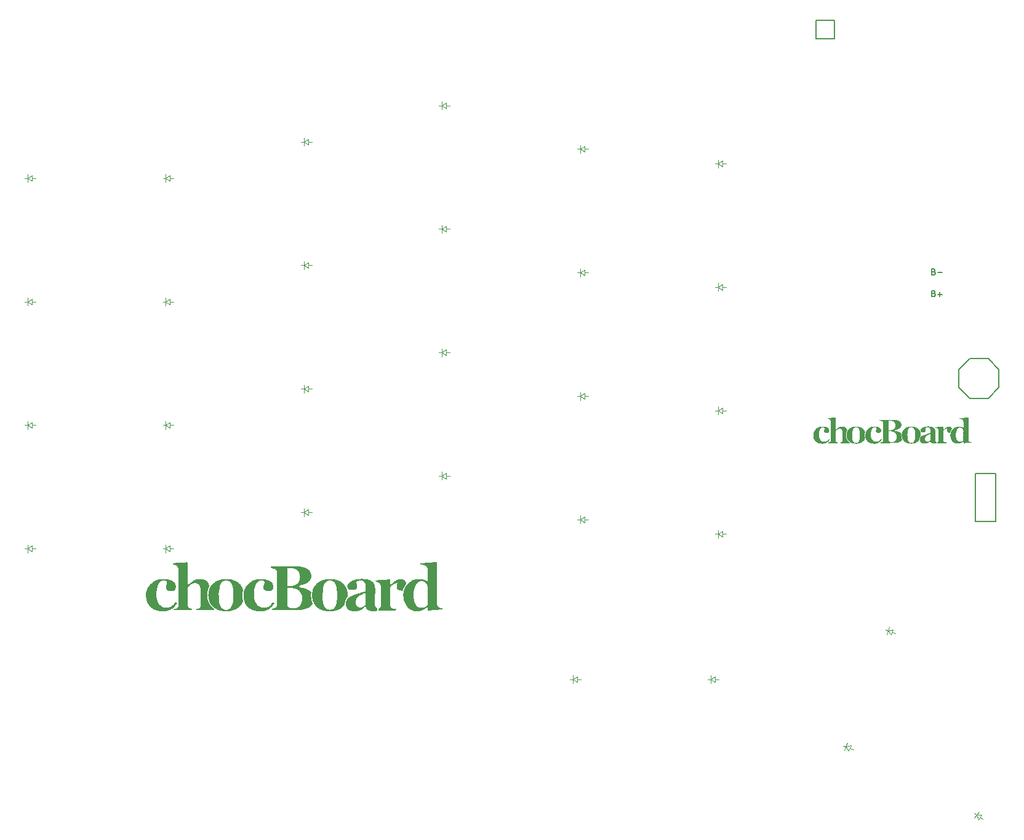
<source format=gbr>
%TF.GenerationSoftware,KiCad,Pcbnew,(7.0.0-0)*%
%TF.CreationDate,2023-05-03T13:23:33-05:00*%
%TF.ProjectId,boardv3,626f6172-6476-4332-9e6b-696361645f70,v1.0.0*%
%TF.SameCoordinates,Original*%
%TF.FileFunction,Legend,Top*%
%TF.FilePolarity,Positive*%
%FSLAX46Y46*%
G04 Gerber Fmt 4.6, Leading zero omitted, Abs format (unit mm)*
G04 Created by KiCad (PCBNEW (7.0.0-0)) date 2023-05-03 13:23:33*
%MOMM*%
%LPD*%
G01*
G04 APERTURE LIST*
%ADD10C,0.000000*%
%ADD11C,0.150000*%
%ADD12C,0.100000*%
G04 APERTURE END LIST*
D10*
G36*
X27435230Y-26341398D02*
G01*
X27546202Y-26348009D01*
X27656568Y-26358293D01*
X27766292Y-26372431D01*
X27875333Y-26390599D01*
X27983653Y-26412976D01*
X28091214Y-26439741D01*
X28197976Y-26471071D01*
X28303901Y-26507145D01*
X28408950Y-26548141D01*
X28513085Y-26594238D01*
X28616266Y-26645613D01*
X28698612Y-26691103D01*
X28777951Y-26739282D01*
X28854251Y-26790174D01*
X28927482Y-26843803D01*
X28997612Y-26900191D01*
X29064611Y-26959361D01*
X29128446Y-27021338D01*
X29189089Y-27086144D01*
X29246506Y-27153803D01*
X29300668Y-27224338D01*
X29351544Y-27297771D01*
X29399102Y-27374127D01*
X29443311Y-27453428D01*
X29484140Y-27535698D01*
X29521559Y-27620960D01*
X29555536Y-27709238D01*
X29559347Y-27720301D01*
X29562833Y-27731635D01*
X29565978Y-27743201D01*
X29568766Y-27754961D01*
X29571181Y-27766877D01*
X29573210Y-27778908D01*
X29574835Y-27791017D01*
X29576042Y-27803165D01*
X29576814Y-27815313D01*
X29577137Y-27827422D01*
X29576995Y-27839454D01*
X29576372Y-27851369D01*
X29575253Y-27863129D01*
X29573623Y-27874696D01*
X29571465Y-27886029D01*
X29568765Y-27897092D01*
X29546493Y-27977519D01*
X29527264Y-28058059D01*
X29511019Y-28138699D01*
X29497700Y-28219429D01*
X29487249Y-28300236D01*
X29479608Y-28381109D01*
X29474719Y-28462036D01*
X29472523Y-28543006D01*
X29472963Y-28624007D01*
X29475981Y-28705027D01*
X29481517Y-28786055D01*
X29489515Y-28867079D01*
X29499915Y-28948088D01*
X29512660Y-29029070D01*
X29527693Y-29110012D01*
X29544953Y-29190905D01*
X29549015Y-29211064D01*
X29552270Y-29230887D01*
X29554720Y-29250407D01*
X29556363Y-29269660D01*
X29557200Y-29288680D01*
X29557231Y-29307502D01*
X29556456Y-29326162D01*
X29554875Y-29344694D01*
X29552487Y-29363133D01*
X29549294Y-29381513D01*
X29545294Y-29399871D01*
X29540488Y-29418240D01*
X29534876Y-29436655D01*
X29528458Y-29455152D01*
X29521234Y-29473765D01*
X29513203Y-29492530D01*
X29452855Y-29615987D01*
X29386989Y-29732453D01*
X29315727Y-29842066D01*
X29239194Y-29944967D01*
X29157514Y-30041294D01*
X29070811Y-30131188D01*
X28979210Y-30214788D01*
X28882833Y-30292232D01*
X28781806Y-30363662D01*
X28676251Y-30429216D01*
X28566294Y-30489034D01*
X28452058Y-30543256D01*
X28333668Y-30592020D01*
X28211246Y-30635467D01*
X28084918Y-30673736D01*
X27954807Y-30706967D01*
X27864296Y-30725906D01*
X27774436Y-30741404D01*
X27686870Y-30753987D01*
X27603242Y-30764183D01*
X27340974Y-30791633D01*
X27338328Y-30791633D01*
X27216516Y-30789062D01*
X27098048Y-30784213D01*
X26982797Y-30776913D01*
X26870635Y-30766994D01*
X26761434Y-30754284D01*
X26655067Y-30738613D01*
X26551404Y-30719811D01*
X26450319Y-30697706D01*
X26351684Y-30672129D01*
X26255370Y-30642909D01*
X26161250Y-30609875D01*
X26069196Y-30572856D01*
X25979079Y-30531683D01*
X25890772Y-30486185D01*
X25804148Y-30436190D01*
X25719078Y-30381530D01*
X25654598Y-30336278D01*
X25592608Y-30289830D01*
X25533088Y-30242195D01*
X25476018Y-30193386D01*
X25421375Y-30143414D01*
X25369140Y-30092291D01*
X25319291Y-30040029D01*
X25271808Y-29986639D01*
X25226670Y-29932133D01*
X25183855Y-29876522D01*
X25143344Y-29819818D01*
X25105115Y-29762033D01*
X25069148Y-29703178D01*
X25035421Y-29643265D01*
X25003914Y-29582305D01*
X24974607Y-29520311D01*
X24947477Y-29457294D01*
X24922505Y-29393265D01*
X24899669Y-29328236D01*
X24878948Y-29262218D01*
X24843772Y-29127265D01*
X24816808Y-28988499D01*
X24797890Y-28846011D01*
X24786851Y-28699896D01*
X24784121Y-28577071D01*
X26195327Y-28577071D01*
X26197974Y-28579717D01*
X26198281Y-28577122D01*
X26202159Y-28577190D01*
X26208805Y-28577526D01*
X26215327Y-28578048D01*
X26221786Y-28578725D01*
X26228246Y-28579526D01*
X26234767Y-28580420D01*
X26248245Y-28582363D01*
X26246757Y-28723253D01*
X26244276Y-28864144D01*
X26243594Y-28934589D01*
X26243780Y-29005035D01*
X26245206Y-29075480D01*
X26248245Y-29145926D01*
X26260280Y-29292299D01*
X26277556Y-29437339D01*
X26288633Y-29509175D01*
X26301590Y-29580457D01*
X26316617Y-29651111D01*
X26333903Y-29721063D01*
X26353639Y-29790241D01*
X26376015Y-29858569D01*
X26401219Y-29925975D01*
X26429443Y-29992385D01*
X26460876Y-30057726D01*
X26495708Y-30121923D01*
X26534129Y-30184903D01*
X26576329Y-30246592D01*
X26608096Y-30287690D01*
X26641793Y-30326150D01*
X26677288Y-30361969D01*
X26714450Y-30395146D01*
X26753146Y-30425678D01*
X26793246Y-30453562D01*
X26834617Y-30478796D01*
X26877127Y-30501377D01*
X26920645Y-30521304D01*
X26965039Y-30538573D01*
X27010177Y-30553183D01*
X27055927Y-30565131D01*
X27102158Y-30574413D01*
X27148738Y-30581029D01*
X27195535Y-30584976D01*
X27242417Y-30586251D01*
X27289253Y-30584851D01*
X27335910Y-30580775D01*
X27382258Y-30574020D01*
X27428163Y-30564583D01*
X27473495Y-30552462D01*
X27518121Y-30537655D01*
X27561911Y-30520159D01*
X27604731Y-30499972D01*
X27646451Y-30477091D01*
X27686938Y-30451514D01*
X27726061Y-30423239D01*
X27763688Y-30392263D01*
X27799687Y-30358583D01*
X27833926Y-30322198D01*
X27866274Y-30283104D01*
X27896599Y-30241300D01*
X27919015Y-30206616D01*
X27940612Y-30171067D01*
X27961380Y-30134719D01*
X27981307Y-30097640D01*
X28000382Y-30059893D01*
X28018592Y-30021546D01*
X28035926Y-29982664D01*
X28052373Y-29943313D01*
X28067921Y-29903559D01*
X28082557Y-29863468D01*
X28096272Y-29823105D01*
X28109052Y-29782537D01*
X28120886Y-29741830D01*
X28131763Y-29701049D01*
X28141672Y-29660260D01*
X28150599Y-29619529D01*
X28175952Y-29493431D01*
X28197527Y-29367162D01*
X28215450Y-29240739D01*
X28229850Y-29114175D01*
X28240856Y-28987488D01*
X28248593Y-28860692D01*
X28253192Y-28733803D01*
X28254779Y-28606837D01*
X28253483Y-28479808D01*
X28249431Y-28352733D01*
X28233571Y-28098506D01*
X28208224Y-27844279D01*
X28174412Y-27590175D01*
X28157809Y-27493484D01*
X28148094Y-27445597D01*
X28137329Y-27398063D01*
X28125432Y-27350917D01*
X28112323Y-27304193D01*
X28097919Y-27257926D01*
X28082138Y-27212152D01*
X28064901Y-27166905D01*
X28046125Y-27122219D01*
X28025729Y-27078131D01*
X28003632Y-27034674D01*
X27979751Y-26991884D01*
X27954007Y-26949796D01*
X27926317Y-26908444D01*
X27896599Y-26867863D01*
X27868816Y-26833595D01*
X27839596Y-26801240D01*
X27809022Y-26770804D01*
X27777175Y-26742294D01*
X27744139Y-26715717D01*
X27709995Y-26691077D01*
X27674825Y-26668382D01*
X27638713Y-26647639D01*
X27601741Y-26628852D01*
X27563991Y-26612029D01*
X27525544Y-26597176D01*
X27486485Y-26584299D01*
X27446894Y-26573404D01*
X27406855Y-26564498D01*
X27366450Y-26557588D01*
X27325761Y-26552678D01*
X27284870Y-26549776D01*
X27243860Y-26548888D01*
X27202813Y-26550021D01*
X27161812Y-26553179D01*
X27120939Y-26558371D01*
X27080276Y-26565602D01*
X27039905Y-26574878D01*
X26999910Y-26586206D01*
X26960372Y-26599592D01*
X26921373Y-26615042D01*
X26882997Y-26632563D01*
X26845325Y-26652160D01*
X26808440Y-26673841D01*
X26772424Y-26697612D01*
X26737359Y-26723478D01*
X26703329Y-26751446D01*
X26668945Y-26782231D01*
X26636242Y-26814042D01*
X26605230Y-26846853D01*
X26575915Y-26880637D01*
X26548306Y-26915367D01*
X26522409Y-26951016D01*
X26498234Y-26987555D01*
X26475787Y-27024959D01*
X26455076Y-27063201D01*
X26436110Y-27102252D01*
X26418895Y-27142086D01*
X26403440Y-27182676D01*
X26389752Y-27223994D01*
X26377839Y-27266014D01*
X26367709Y-27308709D01*
X26359370Y-27352050D01*
X26333987Y-27504966D01*
X26311084Y-27658099D01*
X26270735Y-27964892D01*
X26198281Y-28577122D01*
X26195327Y-28577071D01*
X24784121Y-28577071D01*
X24783525Y-28550246D01*
X24787745Y-28397154D01*
X24795528Y-28288253D01*
X24807904Y-28181844D01*
X24824784Y-28077968D01*
X24846078Y-27976669D01*
X24871697Y-27877987D01*
X24901552Y-27781965D01*
X24935555Y-27688646D01*
X24973615Y-27598072D01*
X25015644Y-27510284D01*
X25061553Y-27425324D01*
X25111252Y-27343236D01*
X25164652Y-27264061D01*
X25221665Y-27187841D01*
X25282201Y-27114619D01*
X25346170Y-27044436D01*
X25413485Y-26977334D01*
X25484054Y-26913357D01*
X25557791Y-26852546D01*
X25634605Y-26794942D01*
X25714407Y-26740589D01*
X25797108Y-26689529D01*
X25882618Y-26641803D01*
X25970850Y-26597453D01*
X26061713Y-26556523D01*
X26155119Y-26519054D01*
X26250978Y-26485087D01*
X26349202Y-26454667D01*
X26449700Y-26427833D01*
X26552384Y-26404629D01*
X26657165Y-26385097D01*
X26763954Y-26369279D01*
X26872661Y-26357217D01*
X26986074Y-26348131D01*
X27099076Y-26341828D01*
X27211629Y-26338486D01*
X27323693Y-26338283D01*
X27435230Y-26341398D01*
G37*
G36*
X113956623Y-7713032D02*
G01*
X113953975Y-7713032D01*
X113954348Y-7712993D01*
X113956623Y-7713032D01*
G37*
G36*
X34241304Y-25563468D02*
G01*
X34241066Y-25537557D01*
X34240395Y-25511460D01*
X34239351Y-25485240D01*
X34237997Y-25458957D01*
X34234607Y-25406454D01*
X34230720Y-25354447D01*
X34227190Y-25319442D01*
X34221579Y-25285872D01*
X34213913Y-25253744D01*
X34204220Y-25223065D01*
X34192528Y-25193843D01*
X34178863Y-25166086D01*
X34163252Y-25139802D01*
X34145723Y-25114999D01*
X34126302Y-25091684D01*
X34105017Y-25069865D01*
X34081896Y-25049549D01*
X34056964Y-25030746D01*
X34030249Y-25013461D01*
X34001779Y-24997704D01*
X33971580Y-24983481D01*
X33939680Y-24970801D01*
X33866991Y-24945929D01*
X33793745Y-24922639D01*
X33719878Y-24900526D01*
X33645330Y-24879189D01*
X33339077Y-24793530D01*
X33339077Y-24603030D01*
X36823641Y-24603030D01*
X36984339Y-24605232D01*
X37144820Y-24612208D01*
X37304867Y-24624517D01*
X37464262Y-24642718D01*
X37622790Y-24667367D01*
X37701661Y-24682285D01*
X37780233Y-24699024D01*
X37858480Y-24717655D01*
X37936374Y-24738247D01*
X38013888Y-24760869D01*
X38090996Y-24785593D01*
X38151733Y-24807292D01*
X38210406Y-24830696D01*
X38266997Y-24855777D01*
X38321488Y-24882501D01*
X38373860Y-24910841D01*
X38424097Y-24940763D01*
X38472180Y-24972239D01*
X38518090Y-25005238D01*
X38561811Y-25039729D01*
X38603325Y-25075681D01*
X38642612Y-25113065D01*
X38679657Y-25151849D01*
X38714439Y-25192004D01*
X38746943Y-25233497D01*
X38777148Y-25276300D01*
X38805039Y-25320382D01*
X38830597Y-25365711D01*
X38853803Y-25412258D01*
X38874640Y-25459992D01*
X38893091Y-25508882D01*
X38909136Y-25558898D01*
X38922759Y-25610009D01*
X38933941Y-25662186D01*
X38942664Y-25715396D01*
X38948911Y-25769611D01*
X38952663Y-25824798D01*
X38953902Y-25880929D01*
X38952612Y-25937972D01*
X38948773Y-25995896D01*
X38942368Y-26054672D01*
X38933378Y-26114268D01*
X38921787Y-26174655D01*
X38906236Y-26238000D01*
X38887417Y-26299050D01*
X38865412Y-26357807D01*
X38840303Y-26414268D01*
X38812171Y-26468435D01*
X38781098Y-26520308D01*
X38747164Y-26569887D01*
X38710451Y-26617170D01*
X38671040Y-26662160D01*
X38629013Y-26704855D01*
X38584452Y-26745256D01*
X38537437Y-26783362D01*
X38488051Y-26819174D01*
X38436373Y-26852691D01*
X38382487Y-26883914D01*
X38326473Y-26912842D01*
X38217384Y-26963651D01*
X38106621Y-27011234D01*
X37994494Y-27056089D01*
X37881312Y-27098712D01*
X37767386Y-27139599D01*
X37653026Y-27179245D01*
X37424244Y-27256801D01*
X37408171Y-27262361D01*
X37393641Y-27268170D01*
X37386933Y-27271186D01*
X37380584Y-27274288D01*
X37374585Y-27277483D01*
X37368929Y-27280779D01*
X37363607Y-27284183D01*
X37358608Y-27287703D01*
X37353926Y-27291348D01*
X37349551Y-27295124D01*
X37345474Y-27299040D01*
X37341687Y-27303103D01*
X37338181Y-27307321D01*
X37334947Y-27311702D01*
X37331977Y-27316253D01*
X37329262Y-27320983D01*
X37326792Y-27325899D01*
X37324560Y-27331008D01*
X37322557Y-27336319D01*
X37320774Y-27341839D01*
X37319202Y-27347577D01*
X37317832Y-27353539D01*
X37316657Y-27359734D01*
X37315666Y-27366169D01*
X37314205Y-27379791D01*
X37313379Y-27394467D01*
X37313120Y-27410259D01*
X37313334Y-27419821D01*
X37313966Y-27428683D01*
X37315001Y-27436872D01*
X37316422Y-27444417D01*
X37318213Y-27451346D01*
X37320358Y-27457686D01*
X37322841Y-27463467D01*
X37325646Y-27468715D01*
X37328757Y-27473460D01*
X37332159Y-27477729D01*
X37335835Y-27481550D01*
X37339769Y-27484952D01*
X37343945Y-27487962D01*
X37348348Y-27490609D01*
X37352961Y-27492921D01*
X37357768Y-27494926D01*
X37362753Y-27496651D01*
X37367901Y-27498126D01*
X37373195Y-27499377D01*
X37378619Y-27500434D01*
X37389795Y-27502076D01*
X37401300Y-27503277D01*
X37424787Y-27505251D01*
X37436513Y-27506474D01*
X37448057Y-27508155D01*
X37636568Y-27539827D01*
X37729930Y-27558169D01*
X37822567Y-27578476D01*
X37914382Y-27600969D01*
X38005279Y-27625869D01*
X38095161Y-27653396D01*
X38183930Y-27683772D01*
X38271490Y-27717218D01*
X38357743Y-27753954D01*
X38442594Y-27794201D01*
X38525945Y-27838181D01*
X38607699Y-27886114D01*
X38687759Y-27938221D01*
X38766029Y-27994724D01*
X38842411Y-28055842D01*
X38854814Y-28066765D01*
X38866234Y-28077743D01*
X38876676Y-28088828D01*
X38886150Y-28100077D01*
X38894662Y-28111543D01*
X38898560Y-28117374D01*
X38902221Y-28123280D01*
X38905645Y-28129267D01*
X38908834Y-28135342D01*
X38911789Y-28141513D01*
X38914509Y-28147785D01*
X38916998Y-28154165D01*
X38919255Y-28160661D01*
X38921281Y-28167279D01*
X38923077Y-28174026D01*
X38924645Y-28180909D01*
X38925985Y-28187934D01*
X38927098Y-28195108D01*
X38927986Y-28202438D01*
X38928649Y-28209931D01*
X38929088Y-28217593D01*
X38929298Y-28233454D01*
X38928625Y-28250075D01*
X38927076Y-28267509D01*
X38920585Y-28353207D01*
X38916074Y-28438641D01*
X38913665Y-28523796D01*
X38913475Y-28608656D01*
X38915627Y-28693207D01*
X38920240Y-28777431D01*
X38927434Y-28861315D01*
X38937329Y-28944842D01*
X38950046Y-29027997D01*
X38965705Y-29110765D01*
X38984425Y-29193129D01*
X39006328Y-29275075D01*
X39031532Y-29356587D01*
X39060159Y-29437649D01*
X39092328Y-29518247D01*
X39128160Y-29598363D01*
X39131385Y-29606627D01*
X39134114Y-29615489D01*
X39136346Y-29624862D01*
X39138083Y-29634661D01*
X39139323Y-29644801D01*
X39140067Y-29655197D01*
X39140315Y-29665764D01*
X39140067Y-29676415D01*
X39139323Y-29687067D01*
X39138083Y-29697634D01*
X39136346Y-29708030D01*
X39134114Y-29718170D01*
X39131385Y-29727969D01*
X39128161Y-29737342D01*
X39124440Y-29746203D01*
X39120224Y-29754467D01*
X39097221Y-29795460D01*
X39072878Y-29835108D01*
X39047217Y-29873431D01*
X39020261Y-29910448D01*
X38992034Y-29946177D01*
X38962559Y-29980640D01*
X38931859Y-30013854D01*
X38899958Y-30045840D01*
X38866879Y-30076616D01*
X38832645Y-30106203D01*
X38797279Y-30134619D01*
X38760804Y-30161884D01*
X38723245Y-30188018D01*
X38684623Y-30213039D01*
X38644963Y-30236967D01*
X38604288Y-30259822D01*
X38530498Y-30298361D01*
X38455986Y-30334603D01*
X38380778Y-30368542D01*
X38304894Y-30400175D01*
X38228360Y-30429498D01*
X38151198Y-30456507D01*
X38073432Y-30481199D01*
X37995084Y-30503569D01*
X37916177Y-30523613D01*
X37836737Y-30541329D01*
X37756784Y-30556711D01*
X37676343Y-30569756D01*
X37595437Y-30580460D01*
X37514090Y-30588820D01*
X37432324Y-30594830D01*
X37350162Y-30598489D01*
X36530616Y-30616348D01*
X35711069Y-30628254D01*
X34071975Y-30646114D01*
X33545456Y-30646114D01*
X33545452Y-30648758D01*
X33545452Y-30426508D01*
X33591547Y-30418157D01*
X33638386Y-30409310D01*
X33685721Y-30400463D01*
X33733305Y-30392112D01*
X33796942Y-30379848D01*
X33855948Y-30364817D01*
X33883740Y-30356232D01*
X33910405Y-30346918D01*
X33935952Y-30336861D01*
X33960392Y-30326049D01*
X33983735Y-30314471D01*
X34005992Y-30302112D01*
X34027172Y-30288960D01*
X34047286Y-30275004D01*
X34066343Y-30260229D01*
X34084355Y-30244624D01*
X34101331Y-30228176D01*
X34117281Y-30210873D01*
X34132216Y-30192702D01*
X34146146Y-30173649D01*
X34159080Y-30153704D01*
X34171030Y-30132852D01*
X34182005Y-30111082D01*
X34192015Y-30088381D01*
X34201071Y-30064736D01*
X34209182Y-30040134D01*
X34216360Y-30014564D01*
X34222614Y-29988012D01*
X34227954Y-29960466D01*
X34232390Y-29931913D01*
X34238593Y-29871738D01*
X34241304Y-29807384D01*
X34241304Y-28807258D01*
X34241304Y-27733050D01*
X35635660Y-27733050D01*
X35637892Y-28000982D01*
X35637644Y-28269162D01*
X35635660Y-28807258D01*
X35640951Y-28804613D01*
X35644589Y-29302029D01*
X35644299Y-29550986D01*
X35642216Y-29675309D01*
X35638303Y-29799446D01*
X35638172Y-29842526D01*
X35640722Y-29883508D01*
X35645908Y-29922468D01*
X35653683Y-29959478D01*
X35664000Y-29994612D01*
X35676813Y-30027944D01*
X35692076Y-30059547D01*
X35709742Y-30089496D01*
X35729764Y-30117863D01*
X35752095Y-30144722D01*
X35776691Y-30170148D01*
X35803503Y-30194213D01*
X35832486Y-30216991D01*
X35863592Y-30238556D01*
X35896776Y-30258982D01*
X35931991Y-30278342D01*
X35978158Y-30300964D01*
X36025314Y-30321222D01*
X36073361Y-30339138D01*
X36122202Y-30354735D01*
X36171741Y-30368036D01*
X36221881Y-30379062D01*
X36323575Y-30394386D01*
X36426509Y-30400889D01*
X36529908Y-30398753D01*
X36632998Y-30388160D01*
X36735002Y-30369292D01*
X36835146Y-30342332D01*
X36932654Y-30307461D01*
X37026752Y-30264862D01*
X37116663Y-30214718D01*
X37201614Y-30157209D01*
X37241987Y-30125750D01*
X37280829Y-30092518D01*
X37318044Y-30057537D01*
X37353533Y-30020828D01*
X37387201Y-29982415D01*
X37418951Y-29942321D01*
X37459074Y-29886209D01*
X37495241Y-29829031D01*
X37527647Y-29770837D01*
X37556492Y-29711679D01*
X37581973Y-29651605D01*
X37604288Y-29590668D01*
X37623634Y-29528916D01*
X37640208Y-29466402D01*
X37654209Y-29403173D01*
X37665835Y-29339283D01*
X37675282Y-29274780D01*
X37682748Y-29209714D01*
X37688432Y-29144138D01*
X37692531Y-29078100D01*
X37696764Y-28944842D01*
X37694593Y-28832706D01*
X37684238Y-28723687D01*
X37665882Y-28618048D01*
X37639713Y-28516051D01*
X37605917Y-28417962D01*
X37564679Y-28324042D01*
X37516186Y-28234557D01*
X37460624Y-28149769D01*
X37398178Y-28069942D01*
X37329035Y-27995339D01*
X37253381Y-27926224D01*
X37171402Y-27862861D01*
X37083283Y-27805513D01*
X36989211Y-27754444D01*
X36889372Y-27709917D01*
X36783952Y-27672196D01*
X36721383Y-27654271D01*
X36658694Y-27639056D01*
X36595888Y-27626344D01*
X36532970Y-27615931D01*
X36469944Y-27607610D01*
X36406812Y-27601177D01*
X36343580Y-27596426D01*
X36280252Y-27593152D01*
X36153319Y-27590211D01*
X36026045Y-27590713D01*
X35770597Y-27595467D01*
X35752513Y-27595878D01*
X35735933Y-27597146D01*
X35728192Y-27598117D01*
X35720810Y-27599321D01*
X35713781Y-27600765D01*
X35707098Y-27602453D01*
X35700756Y-27604394D01*
X35694750Y-27606593D01*
X35689073Y-27609057D01*
X35683719Y-27611791D01*
X35678684Y-27614803D01*
X35673960Y-27618098D01*
X35669543Y-27621683D01*
X35665426Y-27625563D01*
X35661603Y-27629746D01*
X35658070Y-27634238D01*
X35654819Y-27639044D01*
X35651845Y-27644172D01*
X35649143Y-27649627D01*
X35646706Y-27655416D01*
X35644529Y-27661545D01*
X35642605Y-27668021D01*
X35640930Y-27674849D01*
X35639497Y-27682036D01*
X35638300Y-27689588D01*
X35637334Y-27697512D01*
X35636071Y-27714500D01*
X35635660Y-27733050D01*
X34241304Y-27733050D01*
X34241304Y-27304425D01*
X35640951Y-27304425D01*
X35640953Y-27309717D01*
X35640953Y-27304425D01*
X35764808Y-27305542D01*
X35883705Y-27307402D01*
X35941914Y-27307914D01*
X35999626Y-27307774D01*
X36057090Y-27306704D01*
X36114555Y-27304425D01*
X36168237Y-27300059D01*
X36222042Y-27294793D01*
X36275848Y-27288473D01*
X36329529Y-27280944D01*
X36382962Y-27272050D01*
X36436024Y-27261637D01*
X36488589Y-27249550D01*
X36540535Y-27235634D01*
X36596782Y-27218124D01*
X36651403Y-27198373D01*
X36704366Y-27176433D01*
X36755643Y-27152357D01*
X36805203Y-27126198D01*
X36853016Y-27098008D01*
X36899051Y-27067841D01*
X36943280Y-27035749D01*
X36985672Y-27001785D01*
X37026196Y-26966002D01*
X37064824Y-26928453D01*
X37101524Y-26889190D01*
X37136267Y-26848266D01*
X37169022Y-26805734D01*
X37199760Y-26761647D01*
X37228451Y-26716058D01*
X37255065Y-26669019D01*
X37279571Y-26620584D01*
X37301940Y-26570805D01*
X37322141Y-26519734D01*
X37340144Y-26467425D01*
X37355920Y-26413931D01*
X37369439Y-26359304D01*
X37380670Y-26303597D01*
X37389583Y-26246864D01*
X37396148Y-26189156D01*
X37400336Y-26130526D01*
X37402115Y-26071028D01*
X37401457Y-26010714D01*
X37398331Y-25949637D01*
X37392707Y-25887849D01*
X37384556Y-25825404D01*
X37366429Y-25725619D01*
X37343721Y-25631608D01*
X37316315Y-25543317D01*
X37284096Y-25460693D01*
X37266145Y-25421489D01*
X37246948Y-25383681D01*
X37226488Y-25347262D01*
X37204752Y-25312227D01*
X37181726Y-25278567D01*
X37157395Y-25246276D01*
X37131744Y-25215347D01*
X37104759Y-25185774D01*
X37076425Y-25157550D01*
X37046727Y-25130668D01*
X37015652Y-25105121D01*
X36983185Y-25080902D01*
X36949310Y-25058005D01*
X36914015Y-25036423D01*
X36877283Y-25016149D01*
X36839101Y-24997176D01*
X36799453Y-24979498D01*
X36758327Y-24963107D01*
X36671576Y-24934162D01*
X36578733Y-24910286D01*
X36479681Y-24891425D01*
X36436400Y-24885200D01*
X36392895Y-24880320D01*
X36349188Y-24876641D01*
X36305304Y-24874021D01*
X36217092Y-24871380D01*
X36128447Y-24871251D01*
X35950598Y-24873938D01*
X35861766Y-24874460D01*
X35773245Y-24872905D01*
X35763554Y-24872789D01*
X35754318Y-24872939D01*
X35745528Y-24873357D01*
X35737174Y-24874047D01*
X35729247Y-24875009D01*
X35721736Y-24876247D01*
X35714632Y-24877764D01*
X35707926Y-24879561D01*
X35701607Y-24881640D01*
X35695665Y-24884005D01*
X35690092Y-24886658D01*
X35684878Y-24889601D01*
X35680012Y-24892837D01*
X35675486Y-24896368D01*
X35671289Y-24900196D01*
X35667411Y-24904324D01*
X35663844Y-24908754D01*
X35660577Y-24913489D01*
X35657601Y-24918532D01*
X35654906Y-24923883D01*
X35652482Y-24929547D01*
X35650319Y-24935525D01*
X35648409Y-24941821D01*
X35646741Y-24948435D01*
X35645305Y-24955371D01*
X35644092Y-24962631D01*
X35642296Y-24978133D01*
X35641276Y-24994961D01*
X35640953Y-25013134D01*
X35643185Y-25392563D01*
X35642937Y-25772488D01*
X35640953Y-26531842D01*
X35640953Y-27304425D01*
X35640951Y-27304425D01*
X34241304Y-27304425D01*
X34241304Y-25563468D01*
G37*
G36*
X122681578Y-7018736D02*
G01*
X123397202Y-7018736D01*
X123397247Y-7041619D01*
X123398138Y-7064782D01*
X123399875Y-7088217D01*
X123402461Y-7111914D01*
X123405896Y-7135862D01*
X123410183Y-7160053D01*
X123415238Y-7183893D01*
X123421479Y-7206779D01*
X123428914Y-7228689D01*
X123437550Y-7249598D01*
X123447396Y-7269485D01*
X123458458Y-7288325D01*
X123470746Y-7306095D01*
X123484266Y-7322772D01*
X123499026Y-7338333D01*
X123515034Y-7352755D01*
X123532298Y-7366014D01*
X123550826Y-7378087D01*
X123570624Y-7388950D01*
X123591702Y-7398581D01*
X123614067Y-7406957D01*
X123637725Y-7414053D01*
X123652758Y-7417667D01*
X123668069Y-7420580D01*
X123699401Y-7424348D01*
X123731469Y-7425449D01*
X123764022Y-7423976D01*
X123796807Y-7420023D01*
X123829573Y-7413682D01*
X123862068Y-7405047D01*
X123894040Y-7394210D01*
X123925236Y-7381265D01*
X123955406Y-7366305D01*
X123984296Y-7349422D01*
X124011656Y-7330710D01*
X124037232Y-7310261D01*
X124060774Y-7288169D01*
X124082029Y-7264527D01*
X124091721Y-7252154D01*
X124100746Y-7239428D01*
X124102698Y-7236390D01*
X124104580Y-7233237D01*
X124106385Y-7229975D01*
X124108105Y-7226612D01*
X124109731Y-7223156D01*
X124111257Y-7219615D01*
X124112674Y-7215996D01*
X124113975Y-7212308D01*
X124115152Y-7208558D01*
X124116197Y-7204753D01*
X124117102Y-7200902D01*
X124117861Y-7197012D01*
X124118464Y-7193091D01*
X124118904Y-7189147D01*
X124119174Y-7185187D01*
X124119266Y-7181219D01*
X124125550Y-6800550D01*
X124129850Y-6421865D01*
X124129726Y-6415871D01*
X124129354Y-6409629D01*
X124128734Y-6402890D01*
X124127866Y-6395407D01*
X124126750Y-6386932D01*
X124125386Y-6377217D01*
X124122431Y-6356669D01*
X124068144Y-6380850D01*
X124012070Y-6404957D01*
X123901317Y-6451962D01*
X123846824Y-6475790D01*
X123793044Y-6500455D01*
X123740070Y-6526423D01*
X123687995Y-6554157D01*
X123666571Y-6566333D01*
X123645954Y-6579042D01*
X123626146Y-6592274D01*
X123607148Y-6606020D01*
X123588963Y-6620269D01*
X123571590Y-6635013D01*
X123555033Y-6650241D01*
X123539292Y-6665944D01*
X123524369Y-6682112D01*
X123510265Y-6698735D01*
X123496982Y-6715804D01*
X123484521Y-6733309D01*
X123472883Y-6751241D01*
X123462071Y-6769589D01*
X123452085Y-6788344D01*
X123442926Y-6807496D01*
X123434598Y-6827036D01*
X123427100Y-6846953D01*
X123420434Y-6867239D01*
X123414603Y-6887884D01*
X123409606Y-6908877D01*
X123405446Y-6930209D01*
X123402124Y-6951871D01*
X123399642Y-6973852D01*
X123398001Y-6996144D01*
X123397202Y-7018736D01*
X122681578Y-7018736D01*
X122690865Y-6977433D01*
X122704429Y-6933416D01*
X122721276Y-6891170D01*
X122741379Y-6850877D01*
X122764710Y-6812719D01*
X122791242Y-6776880D01*
X122820949Y-6743540D01*
X122853803Y-6712882D01*
X122871402Y-6698616D01*
X122889777Y-6685088D01*
X122908925Y-6672323D01*
X122928843Y-6660341D01*
X122949528Y-6649167D01*
X122970975Y-6638823D01*
X123052040Y-6603512D01*
X123134314Y-6570652D01*
X123217518Y-6539713D01*
X123301374Y-6510170D01*
X123469922Y-6453161D01*
X123637725Y-6395407D01*
X123744882Y-6358572D01*
X123761437Y-6353073D01*
X124121913Y-6353073D01*
X124122431Y-6356669D01*
X124124559Y-6355721D01*
X124121913Y-6353073D01*
X123761437Y-6353073D01*
X123852038Y-6322978D01*
X124066350Y-6252533D01*
X124070723Y-6251005D01*
X124074911Y-6249399D01*
X124078919Y-6247712D01*
X124082747Y-6245944D01*
X124086400Y-6244092D01*
X124089878Y-6242155D01*
X124093185Y-6240132D01*
X124096323Y-6238021D01*
X124099294Y-6235822D01*
X124102101Y-6233531D01*
X124104746Y-6231149D01*
X124107231Y-6228673D01*
X124109560Y-6226102D01*
X124111734Y-6223435D01*
X124113757Y-6220670D01*
X124115629Y-6217806D01*
X124117354Y-6214840D01*
X124118934Y-6211773D01*
X124120372Y-6208602D01*
X124121670Y-6205326D01*
X124122830Y-6201943D01*
X124123856Y-6198452D01*
X124124748Y-6194852D01*
X124125510Y-6191141D01*
X124126144Y-6187317D01*
X124126653Y-6183379D01*
X124127039Y-6179327D01*
X124127304Y-6175157D01*
X124127482Y-6166462D01*
X124127206Y-6157282D01*
X124124023Y-6073939D01*
X124121584Y-5990595D01*
X124118648Y-5907251D01*
X124116606Y-5865579D01*
X124113975Y-5823908D01*
X124111616Y-5796556D01*
X124108032Y-5770076D01*
X124103255Y-5744486D01*
X124097315Y-5719806D01*
X124090243Y-5696053D01*
X124082070Y-5673248D01*
X124072828Y-5651409D01*
X124062547Y-5630555D01*
X124051259Y-5610705D01*
X124038993Y-5591877D01*
X124025782Y-5574091D01*
X124011657Y-5557366D01*
X123996647Y-5541720D01*
X123980785Y-5527172D01*
X123964102Y-5513741D01*
X123946627Y-5501447D01*
X123928393Y-5490307D01*
X123909431Y-5480341D01*
X123889770Y-5471568D01*
X123869443Y-5464007D01*
X123848481Y-5457676D01*
X123826914Y-5452595D01*
X123804773Y-5448782D01*
X123782090Y-5446256D01*
X123758895Y-5445036D01*
X123735219Y-5445142D01*
X123711094Y-5446591D01*
X123686550Y-5449403D01*
X123661619Y-5453597D01*
X123636331Y-5459191D01*
X123610718Y-5466205D01*
X123584810Y-5474657D01*
X123555888Y-5485062D01*
X123530539Y-5494646D01*
X123508616Y-5503702D01*
X123489972Y-5512526D01*
X123481834Y-5516943D01*
X123474460Y-5521412D01*
X123467832Y-5525970D01*
X123461932Y-5530654D01*
X123456742Y-5535501D01*
X123452242Y-5540547D01*
X123448414Y-5545830D01*
X123445241Y-5551387D01*
X123442703Y-5557253D01*
X123440782Y-5563466D01*
X123439460Y-5570063D01*
X123438719Y-5577080D01*
X123438540Y-5584555D01*
X123438904Y-5592524D01*
X123439793Y-5601023D01*
X123441189Y-5610091D01*
X123445428Y-5630077D01*
X123451472Y-5652776D01*
X123459176Y-5678482D01*
X123468391Y-5707491D01*
X123474210Y-5724482D01*
X123479718Y-5741721D01*
X123484855Y-5759209D01*
X123489558Y-5776944D01*
X123493764Y-5794927D01*
X123497412Y-5813159D01*
X123500440Y-5831639D01*
X123502786Y-5850367D01*
X123504710Y-5879505D01*
X123504533Y-5907360D01*
X123503659Y-5920793D01*
X123502263Y-5933890D01*
X123500346Y-5946645D01*
X123497908Y-5959052D01*
X123494951Y-5971106D01*
X123491475Y-5982803D01*
X123487483Y-5994136D01*
X123482973Y-6005101D01*
X123477949Y-6015691D01*
X123472409Y-6025902D01*
X123466357Y-6035729D01*
X123459791Y-6045166D01*
X123452715Y-6054207D01*
X123445127Y-6062847D01*
X123437030Y-6071082D01*
X123428424Y-6078905D01*
X123419310Y-6086312D01*
X123409690Y-6093296D01*
X123399564Y-6099854D01*
X123388933Y-6105978D01*
X123377798Y-6111665D01*
X123366161Y-6116909D01*
X123354021Y-6121703D01*
X123341381Y-6126044D01*
X123328240Y-6129926D01*
X123314601Y-6133343D01*
X123300464Y-6136290D01*
X123285829Y-6138761D01*
X123250767Y-6143092D01*
X123215177Y-6146120D01*
X123179277Y-6147784D01*
X123143284Y-6148022D01*
X123107416Y-6146772D01*
X123089596Y-6145569D01*
X123071888Y-6143971D01*
X123054320Y-6141970D01*
X123036919Y-6139558D01*
X123019712Y-6136727D01*
X123002725Y-6133471D01*
X122982326Y-6128395D01*
X122962809Y-6122134D01*
X122944189Y-6114744D01*
X122926482Y-6106278D01*
X122909700Y-6096794D01*
X122893860Y-6086346D01*
X122878974Y-6074988D01*
X122865059Y-6062777D01*
X122852128Y-6049768D01*
X122840196Y-6036015D01*
X122829277Y-6021575D01*
X122819387Y-6006502D01*
X122810539Y-5990851D01*
X122802748Y-5974678D01*
X122796029Y-5958038D01*
X122790396Y-5940986D01*
X122785864Y-5923578D01*
X122782447Y-5905868D01*
X122780160Y-5887912D01*
X122779017Y-5869766D01*
X122779033Y-5851483D01*
X122780222Y-5833121D01*
X122782599Y-5814733D01*
X122786179Y-5796375D01*
X122790976Y-5778102D01*
X122797004Y-5759970D01*
X122804278Y-5742034D01*
X122812813Y-5724348D01*
X122822623Y-5706969D01*
X122833723Y-5689951D01*
X122846127Y-5673350D01*
X122859849Y-5657221D01*
X122879503Y-5636906D01*
X122899754Y-5617606D01*
X122920578Y-5599283D01*
X122941953Y-5581897D01*
X122963855Y-5565411D01*
X122986260Y-5549786D01*
X123009146Y-5534982D01*
X123032490Y-5520960D01*
X123056267Y-5507683D01*
X123080456Y-5495112D01*
X123105032Y-5483207D01*
X123129973Y-5471930D01*
X123155254Y-5461242D01*
X123180854Y-5451104D01*
X123206748Y-5441478D01*
X123232914Y-5432325D01*
X123299977Y-5410893D01*
X123367215Y-5392204D01*
X123434616Y-5376213D01*
X123502168Y-5362872D01*
X123569859Y-5352137D01*
X123637679Y-5343959D01*
X123705614Y-5338292D01*
X123773655Y-5335091D01*
X123841788Y-5334308D01*
X123910003Y-5335897D01*
X123978288Y-5339811D01*
X124046631Y-5346005D01*
X124115020Y-5354431D01*
X124183444Y-5365042D01*
X124251891Y-5377793D01*
X124320350Y-5392637D01*
X124349929Y-5400008D01*
X124378636Y-5408224D01*
X124406465Y-5417280D01*
X124433413Y-5427167D01*
X124459476Y-5437881D01*
X124484649Y-5449413D01*
X124508927Y-5461757D01*
X124532306Y-5474906D01*
X124554783Y-5488854D01*
X124576352Y-5503593D01*
X124597010Y-5519117D01*
X124616751Y-5535419D01*
X124635572Y-5552493D01*
X124653468Y-5570331D01*
X124670434Y-5588926D01*
X124686467Y-5608273D01*
X124701563Y-5628363D01*
X124715716Y-5649191D01*
X124728922Y-5670750D01*
X124741177Y-5693032D01*
X124752477Y-5716032D01*
X124762817Y-5739742D01*
X124772193Y-5764155D01*
X124780601Y-5789264D01*
X124788036Y-5815064D01*
X124794493Y-5841547D01*
X124799970Y-5868706D01*
X124804460Y-5896534D01*
X124807960Y-5925026D01*
X124810465Y-5954173D01*
X124811972Y-5983969D01*
X124812475Y-6014408D01*
X124810739Y-6288252D01*
X124806522Y-6562096D01*
X124796602Y-7109783D01*
X124796312Y-7147899D01*
X124796183Y-7167175D01*
X124796270Y-7186512D01*
X124796730Y-7205849D01*
X124797717Y-7225125D01*
X124799386Y-7244276D01*
X124800525Y-7253785D01*
X124801893Y-7263241D01*
X124805833Y-7283205D01*
X124810719Y-7302402D01*
X124816566Y-7320807D01*
X124823390Y-7338399D01*
X124831206Y-7355154D01*
X124840030Y-7371048D01*
X124849877Y-7386059D01*
X124860762Y-7400163D01*
X124872702Y-7413336D01*
X124885711Y-7425556D01*
X124899806Y-7436800D01*
X124915002Y-7447043D01*
X124931313Y-7456263D01*
X124948756Y-7464437D01*
X124967347Y-7471541D01*
X124987100Y-7477552D01*
X124992393Y-7482845D01*
X124995039Y-7493429D01*
X124988705Y-7531355D01*
X124984186Y-7564045D01*
X124978171Y-7615345D01*
X124975466Y-7634768D01*
X124972156Y-7650583D01*
X124970085Y-7657265D01*
X124967637Y-7663197D01*
X124964735Y-7668430D01*
X124961304Y-7673016D01*
X124957268Y-7677005D01*
X124952552Y-7680448D01*
X124947081Y-7683396D01*
X124940778Y-7685899D01*
X124933568Y-7688009D01*
X124925376Y-7689777D01*
X124905742Y-7692488D01*
X124881271Y-7694439D01*
X124851358Y-7696038D01*
X124772790Y-7699804D01*
X124749941Y-7701017D01*
X124727041Y-7701695D01*
X124681136Y-7701540D01*
X124635170Y-7699525D01*
X124589235Y-7695835D01*
X124543424Y-7690657D01*
X124497830Y-7684177D01*
X124452546Y-7676580D01*
X124407665Y-7668053D01*
X124384843Y-7662852D01*
X124363001Y-7656209D01*
X124342129Y-7648171D01*
X124322213Y-7638784D01*
X124303244Y-7628095D01*
X124285208Y-7616150D01*
X124268095Y-7602995D01*
X124251892Y-7588678D01*
X124236589Y-7573245D01*
X124222173Y-7556742D01*
X124208633Y-7539216D01*
X124195958Y-7520713D01*
X124184135Y-7501280D01*
X124173153Y-7480963D01*
X124163000Y-7459809D01*
X124153665Y-7437864D01*
X124147852Y-7423383D01*
X124142260Y-7410688D01*
X124139519Y-7405007D01*
X124136800Y-7399768D01*
X124134091Y-7394970D01*
X124131382Y-7390612D01*
X124128662Y-7386691D01*
X124125918Y-7383207D01*
X124123141Y-7380158D01*
X124120319Y-7377543D01*
X124117440Y-7375360D01*
X124114494Y-7373607D01*
X124111470Y-7372284D01*
X124108356Y-7371388D01*
X124105141Y-7370919D01*
X124101814Y-7370875D01*
X124098364Y-7371254D01*
X124094780Y-7372055D01*
X124091051Y-7373276D01*
X124087165Y-7374917D01*
X124083111Y-7376975D01*
X124078879Y-7379450D01*
X124074457Y-7382339D01*
X124069834Y-7385641D01*
X124064998Y-7389356D01*
X124059940Y-7393480D01*
X124049107Y-7402955D01*
X124037248Y-7414053D01*
X123990524Y-7457899D01*
X123942634Y-7498167D01*
X123893588Y-7534877D01*
X123843399Y-7568049D01*
X123792079Y-7597702D01*
X123739638Y-7623855D01*
X123686089Y-7646527D01*
X123631443Y-7665739D01*
X123575712Y-7681508D01*
X123518907Y-7693856D01*
X123461040Y-7702800D01*
X123402123Y-7708361D01*
X123342168Y-7710558D01*
X123281185Y-7709410D01*
X123219187Y-7704936D01*
X123156185Y-7697157D01*
X123111129Y-7689030D01*
X123067353Y-7677654D01*
X123025019Y-7663194D01*
X122984288Y-7645812D01*
X122945326Y-7625669D01*
X122908293Y-7602931D01*
X122873353Y-7577758D01*
X122840669Y-7550314D01*
X122810404Y-7520761D01*
X122782719Y-7489263D01*
X122757779Y-7455982D01*
X122735745Y-7421081D01*
X122716781Y-7384723D01*
X122708501Y-7366048D01*
X122701050Y-7347070D01*
X122694447Y-7327809D01*
X122688713Y-7308285D01*
X122683869Y-7288519D01*
X122679935Y-7268532D01*
X122673233Y-7217713D01*
X122669977Y-7167572D01*
X122670139Y-7118291D01*
X122673693Y-7070053D01*
X122680610Y-7023040D01*
X122681578Y-7018736D01*
G37*
G36*
X116519297Y-5348406D02*
G01*
X116591873Y-5352948D01*
X116645435Y-5357899D01*
X116698904Y-5364772D01*
X116752188Y-5373505D01*
X116805192Y-5384037D01*
X116857824Y-5396305D01*
X116909991Y-5410247D01*
X116961600Y-5425802D01*
X117012558Y-5442906D01*
X117034292Y-5451361D01*
X117055343Y-5460348D01*
X117075708Y-5469855D01*
X117095385Y-5479871D01*
X117114371Y-5490385D01*
X117132667Y-5501386D01*
X117150268Y-5512862D01*
X117167174Y-5524804D01*
X117183381Y-5537198D01*
X117198890Y-5550035D01*
X117213697Y-5563303D01*
X117227800Y-5576991D01*
X117241198Y-5591089D01*
X117253889Y-5605583D01*
X117265871Y-5620465D01*
X117277141Y-5635722D01*
X117287698Y-5651343D01*
X117297540Y-5667317D01*
X117306665Y-5683633D01*
X117315071Y-5700281D01*
X117322757Y-5717248D01*
X117329719Y-5734523D01*
X117335957Y-5752097D01*
X117341467Y-5769956D01*
X117346250Y-5788091D01*
X117350301Y-5806489D01*
X117353621Y-5825141D01*
X117356205Y-5844034D01*
X117358054Y-5863158D01*
X117359164Y-5882502D01*
X117359533Y-5902054D01*
X117359161Y-5921803D01*
X117358122Y-5940623D01*
X117356495Y-5958882D01*
X117354280Y-5976579D01*
X117351477Y-5993710D01*
X117348087Y-6010274D01*
X117344110Y-6026267D01*
X117339547Y-6041688D01*
X117334398Y-6056533D01*
X117328664Y-6070802D01*
X117322345Y-6084490D01*
X117315442Y-6097596D01*
X117307955Y-6110117D01*
X117299885Y-6122051D01*
X117291232Y-6133395D01*
X117281997Y-6144147D01*
X117272180Y-6154305D01*
X117261781Y-6163866D01*
X117250802Y-6172828D01*
X117239242Y-6181188D01*
X117227102Y-6188944D01*
X117214383Y-6196093D01*
X117201085Y-6202634D01*
X117187209Y-6208562D01*
X117172754Y-6213878D01*
X117157723Y-6218577D01*
X117142114Y-6222657D01*
X117125928Y-6226116D01*
X117109167Y-6228952D01*
X117091830Y-6231161D01*
X117073918Y-6232743D01*
X117055431Y-6233693D01*
X117036371Y-6234011D01*
X117010465Y-6233742D01*
X116984405Y-6232853D01*
X116958282Y-6231220D01*
X116932190Y-6228719D01*
X116906223Y-6225226D01*
X116893315Y-6223069D01*
X116880473Y-6220617D01*
X116867708Y-6217855D01*
X116855033Y-6214768D01*
X116842458Y-6211339D01*
X116829996Y-6207554D01*
X116815159Y-6202678D01*
X116800910Y-6197476D01*
X116787245Y-6191948D01*
X116774164Y-6186093D01*
X116761665Y-6179910D01*
X116749745Y-6173399D01*
X116738402Y-6166560D01*
X116727635Y-6159392D01*
X116717441Y-6151894D01*
X116707820Y-6144066D01*
X116698767Y-6135908D01*
X116690283Y-6127419D01*
X116682365Y-6118599D01*
X116675010Y-6109447D01*
X116668217Y-6099962D01*
X116661985Y-6090145D01*
X116656311Y-6079994D01*
X116651192Y-6069510D01*
X116646628Y-6058691D01*
X116642616Y-6047537D01*
X116639155Y-6036049D01*
X116636242Y-6024224D01*
X116633875Y-6012063D01*
X116632053Y-5999566D01*
X116630774Y-5986731D01*
X116630035Y-5973559D01*
X116629835Y-5960049D01*
X116630172Y-5946200D01*
X116631044Y-5932011D01*
X116632448Y-5917484D01*
X116634384Y-5902616D01*
X116636848Y-5887407D01*
X116643261Y-5857756D01*
X116650450Y-5828290D01*
X116658196Y-5798948D01*
X116666284Y-5769668D01*
X116682614Y-5711047D01*
X116690423Y-5681581D01*
X116697704Y-5651929D01*
X116701457Y-5634880D01*
X116702801Y-5626595D01*
X116703791Y-5618474D01*
X116704429Y-5610519D01*
X116704715Y-5602734D01*
X116704650Y-5595122D01*
X116704235Y-5587685D01*
X116703472Y-5580426D01*
X116702361Y-5573349D01*
X116700902Y-5566455D01*
X116699098Y-5559749D01*
X116696950Y-5553232D01*
X116694457Y-5546909D01*
X116691621Y-5540781D01*
X116688443Y-5534851D01*
X116684924Y-5529123D01*
X116681065Y-5523600D01*
X116676866Y-5518284D01*
X116672330Y-5513178D01*
X116667456Y-5508286D01*
X116662247Y-5503609D01*
X116656701Y-5499151D01*
X116650822Y-5494916D01*
X116644609Y-5490905D01*
X116638064Y-5487122D01*
X116631188Y-5483569D01*
X116623981Y-5480250D01*
X116616445Y-5477167D01*
X116608580Y-5474324D01*
X116600388Y-5471723D01*
X116591869Y-5469367D01*
X116561331Y-5462422D01*
X116531247Y-5457466D01*
X116501636Y-5454502D01*
X116472517Y-5453533D01*
X116443910Y-5454565D01*
X116415834Y-5457600D01*
X116388308Y-5462643D01*
X116361352Y-5469698D01*
X116334984Y-5478768D01*
X116309226Y-5489857D01*
X116284095Y-5502969D01*
X116259611Y-5518108D01*
X116235794Y-5535279D01*
X116212663Y-5554484D01*
X116190238Y-5575727D01*
X116168537Y-5599013D01*
X116146978Y-5625176D01*
X116126911Y-5652049D01*
X116108279Y-5679596D01*
X116091022Y-5707782D01*
X116075083Y-5736573D01*
X116060404Y-5765933D01*
X116046926Y-5795829D01*
X116034591Y-5826224D01*
X116023342Y-5857085D01*
X116013120Y-5888375D01*
X116003866Y-5920061D01*
X115995524Y-5952108D01*
X115988034Y-5984480D01*
X115981339Y-6017142D01*
X115975380Y-6050061D01*
X115970100Y-6083200D01*
X115955702Y-6182528D01*
X115944716Y-6282010D01*
X115940714Y-6331780D01*
X115937822Y-6381555D01*
X115936123Y-6431321D01*
X115935703Y-6481068D01*
X115936648Y-6530784D01*
X115939042Y-6580457D01*
X115942970Y-6630076D01*
X115948519Y-6679630D01*
X115955773Y-6729105D01*
X115964818Y-6778492D01*
X115975739Y-6827778D01*
X115988620Y-6876951D01*
X115995874Y-6901076D01*
X116003740Y-6924840D01*
X116012211Y-6948255D01*
X116021279Y-6971333D01*
X116030936Y-6994086D01*
X116041174Y-7016525D01*
X116051986Y-7038661D01*
X116063364Y-7060507D01*
X116075300Y-7082073D01*
X116087786Y-7103372D01*
X116100815Y-7124416D01*
X116114379Y-7145215D01*
X116128470Y-7165781D01*
X116143080Y-7186127D01*
X116158202Y-7206263D01*
X116173828Y-7226202D01*
X116199733Y-7256488D01*
X116226788Y-7284381D01*
X116254901Y-7309936D01*
X116283981Y-7333208D01*
X116313937Y-7354254D01*
X116344677Y-7373129D01*
X116376112Y-7389888D01*
X116408149Y-7404588D01*
X116440698Y-7417285D01*
X116473667Y-7428033D01*
X116506965Y-7436889D01*
X116540502Y-7443909D01*
X116574187Y-7449148D01*
X116607927Y-7452661D01*
X116641633Y-7454505D01*
X116675212Y-7454735D01*
X116708575Y-7453407D01*
X116741630Y-7450577D01*
X116806450Y-7440633D01*
X116868945Y-7425348D01*
X116928386Y-7405168D01*
X116984044Y-7380538D01*
X117035191Y-7351905D01*
X117081098Y-7319714D01*
X117101859Y-7302423D01*
X117121036Y-7284410D01*
X117148481Y-7256143D01*
X117175400Y-7226946D01*
X117202008Y-7196881D01*
X117228523Y-7166009D01*
X117337995Y-7035702D01*
X117337997Y-7033052D01*
X117349045Y-7040246D01*
X117360404Y-7047936D01*
X117372134Y-7056122D01*
X117384299Y-7064804D01*
X117410178Y-7083655D01*
X117438537Y-7104490D01*
X117426443Y-7127154D01*
X117413965Y-7149500D01*
X117401092Y-7171521D01*
X117387812Y-7193208D01*
X117374113Y-7214555D01*
X117359984Y-7235552D01*
X117345413Y-7256193D01*
X117330389Y-7276469D01*
X117314899Y-7296374D01*
X117298933Y-7315899D01*
X117282479Y-7335036D01*
X117265525Y-7353777D01*
X117248059Y-7372116D01*
X117230070Y-7390043D01*
X117211546Y-7407552D01*
X117192476Y-7424635D01*
X117149407Y-7460256D01*
X117105525Y-7493680D01*
X117060821Y-7524879D01*
X117015287Y-7553826D01*
X116968917Y-7580494D01*
X116921701Y-7604856D01*
X116873633Y-7626885D01*
X116824705Y-7646554D01*
X116774908Y-7663835D01*
X116724236Y-7678702D01*
X116672679Y-7691127D01*
X116620232Y-7701083D01*
X116566885Y-7708543D01*
X116512632Y-7713481D01*
X116457463Y-7715868D01*
X116401372Y-7715677D01*
X116318292Y-7712148D01*
X116276967Y-7709160D01*
X116235801Y-7705301D01*
X116194805Y-7700526D01*
X116153992Y-7694794D01*
X116113372Y-7688063D01*
X116072957Y-7680289D01*
X116032760Y-7671429D01*
X115992791Y-7661442D01*
X115953063Y-7650284D01*
X115913587Y-7637913D01*
X115874374Y-7624287D01*
X115835437Y-7609362D01*
X115796786Y-7593096D01*
X115758434Y-7575447D01*
X115700975Y-7545003D01*
X115646647Y-7512226D01*
X115595420Y-7477140D01*
X115547263Y-7439766D01*
X115502144Y-7400129D01*
X115460033Y-7358252D01*
X115420898Y-7314158D01*
X115384709Y-7267870D01*
X115351434Y-7219412D01*
X115321044Y-7168807D01*
X115293505Y-7116077D01*
X115268789Y-7061247D01*
X115246862Y-7004340D01*
X115227696Y-6945379D01*
X115211258Y-6884386D01*
X115197517Y-6821386D01*
X115183360Y-6739135D01*
X115173679Y-6658109D01*
X115168548Y-6578354D01*
X115168041Y-6499917D01*
X115172231Y-6422844D01*
X115181192Y-6347182D01*
X115194998Y-6272977D01*
X115213723Y-6200276D01*
X115237439Y-6129125D01*
X115266221Y-6059572D01*
X115300142Y-5991661D01*
X115339276Y-5925440D01*
X115383696Y-5860956D01*
X115433477Y-5798254D01*
X115488691Y-5737382D01*
X115549413Y-5678386D01*
X115605246Y-5629908D01*
X115662574Y-5585616D01*
X115721345Y-5545417D01*
X115781503Y-5509218D01*
X115842994Y-5476925D01*
X115905764Y-5448446D01*
X115969759Y-5423688D01*
X116034924Y-5402557D01*
X116101205Y-5384962D01*
X116168549Y-5370808D01*
X116236900Y-5360002D01*
X116306205Y-5352452D01*
X116376409Y-5348065D01*
X116447457Y-5346747D01*
X116519297Y-5348406D01*
G37*
G36*
X111042402Y-4122560D02*
G01*
X111051089Y-4123260D01*
X111055117Y-4123809D01*
X111058939Y-4124498D01*
X111062560Y-4125330D01*
X111065983Y-4126310D01*
X111069212Y-4127442D01*
X111072251Y-4128730D01*
X111075104Y-4130180D01*
X111077775Y-4131794D01*
X111080268Y-4133578D01*
X111082586Y-4135536D01*
X111084734Y-4137672D01*
X111086715Y-4139991D01*
X111088533Y-4142497D01*
X111090193Y-4145194D01*
X111091697Y-4148087D01*
X111093051Y-4151180D01*
X111094257Y-4154478D01*
X111095319Y-4157984D01*
X111096242Y-4161704D01*
X111097030Y-4165641D01*
X111097685Y-4169800D01*
X111098213Y-4174185D01*
X111098900Y-4183652D01*
X111099123Y-4194076D01*
X111099123Y-5768347D01*
X111114507Y-5760869D01*
X111128930Y-5754166D01*
X111155016Y-5742219D01*
X111166741Y-5736539D01*
X111177629Y-5730767D01*
X111182769Y-5727778D01*
X111187711Y-5724685D01*
X111192460Y-5721459D01*
X111197018Y-5718075D01*
X111229430Y-5691725D01*
X111261345Y-5664539D01*
X111324680Y-5609266D01*
X111356595Y-5581986D01*
X111389007Y-5555481D01*
X111405476Y-5542646D01*
X111422162Y-5530155D01*
X111439097Y-5518059D01*
X111456310Y-5506410D01*
X111503744Y-5475858D01*
X111551772Y-5448656D01*
X111600365Y-5424740D01*
X111649497Y-5404049D01*
X111699141Y-5386520D01*
X111749269Y-5372092D01*
X111799854Y-5360702D01*
X111850869Y-5352289D01*
X111902288Y-5346791D01*
X111954083Y-5344145D01*
X112006226Y-5344290D01*
X112058691Y-5347163D01*
X112111451Y-5352703D01*
X112164478Y-5360847D01*
X112217745Y-5371534D01*
X112271225Y-5384701D01*
X112292264Y-5390714D01*
X112312719Y-5397339D01*
X112332597Y-5404565D01*
X112351903Y-5412384D01*
X112370643Y-5420786D01*
X112388823Y-5429762D01*
X112406449Y-5439303D01*
X112423526Y-5449400D01*
X112440061Y-5460043D01*
X112456059Y-5471223D01*
X112471526Y-5482932D01*
X112486468Y-5495159D01*
X112500891Y-5507896D01*
X112514800Y-5521134D01*
X112541101Y-5549073D01*
X112565417Y-5578904D01*
X112587795Y-5610553D01*
X112608283Y-5643946D01*
X112626925Y-5679009D01*
X112643769Y-5715669D01*
X112658861Y-5753852D01*
X112672248Y-5793485D01*
X112683976Y-5834494D01*
X112684756Y-5839048D01*
X112685133Y-5843769D01*
X112685139Y-5848638D01*
X112684803Y-5853634D01*
X112684157Y-5858739D01*
X112683232Y-5863933D01*
X112682059Y-5869197D01*
X112680669Y-5874511D01*
X112679093Y-5879856D01*
X112677362Y-5885213D01*
X112673558Y-5895884D01*
X112669507Y-5906369D01*
X112665455Y-5916513D01*
X112627984Y-6005651D01*
X112595997Y-6094456D01*
X112569583Y-6182904D01*
X112548832Y-6270972D01*
X112533832Y-6358638D01*
X112524673Y-6445877D01*
X112521444Y-6532666D01*
X112524234Y-6618983D01*
X112533132Y-6704803D01*
X112548227Y-6790104D01*
X112569609Y-6874862D01*
X112597367Y-6959055D01*
X112631589Y-7042659D01*
X112672365Y-7125650D01*
X112719784Y-7208005D01*
X112773935Y-7289701D01*
X112786231Y-7306329D01*
X112799256Y-7322510D01*
X112812933Y-7338296D01*
X112827182Y-7353738D01*
X112841928Y-7368885D01*
X112857093Y-7383788D01*
X112888367Y-7413062D01*
X112952529Y-7470899D01*
X112984175Y-7500268D01*
X112999618Y-7515241D01*
X113014705Y-7530474D01*
X113019082Y-7535062D01*
X113023304Y-7539899D01*
X113027402Y-7544984D01*
X113031407Y-7550317D01*
X113035350Y-7555898D01*
X113039262Y-7561727D01*
X113047117Y-7574130D01*
X113063819Y-7601911D01*
X113073162Y-7617290D01*
X113083497Y-7633661D01*
X111747351Y-7633661D01*
X111743239Y-7618667D01*
X111739879Y-7605358D01*
X111737340Y-7593623D01*
X111735693Y-7583349D01*
X111735225Y-7578724D01*
X111735007Y-7574423D01*
X111735046Y-7570431D01*
X111735352Y-7566734D01*
X111735932Y-7563319D01*
X111736797Y-7560170D01*
X111737955Y-7557273D01*
X111739413Y-7554616D01*
X111741182Y-7552184D01*
X111743270Y-7549962D01*
X111745685Y-7547937D01*
X111748436Y-7546095D01*
X111751532Y-7544421D01*
X111754982Y-7542902D01*
X111758795Y-7541523D01*
X111762978Y-7540271D01*
X111772493Y-7538089D01*
X111783597Y-7536245D01*
X111796360Y-7534626D01*
X111810852Y-7533119D01*
X111837239Y-7529517D01*
X111861841Y-7524639D01*
X111873475Y-7521711D01*
X111884667Y-7518451D01*
X111895418Y-7514855D01*
X111905729Y-7510919D01*
X111915603Y-7506637D01*
X111925040Y-7502007D01*
X111934042Y-7497022D01*
X111942611Y-7491680D01*
X111950747Y-7485975D01*
X111958453Y-7479903D01*
X111965729Y-7473461D01*
X111972578Y-7466642D01*
X111979000Y-7459444D01*
X111984998Y-7451862D01*
X111990572Y-7443891D01*
X111995724Y-7435528D01*
X112000455Y-7426767D01*
X112004768Y-7417604D01*
X112008663Y-7408036D01*
X112012142Y-7398057D01*
X112015206Y-7387664D01*
X112017856Y-7376851D01*
X112020095Y-7365615D01*
X112021924Y-7353951D01*
X112023344Y-7341855D01*
X112024356Y-7329323D01*
X112025164Y-7302931D01*
X112027149Y-6699682D01*
X112027397Y-6398057D01*
X112025164Y-6096432D01*
X112024118Y-6063803D01*
X112021878Y-6031485D01*
X112018304Y-5999600D01*
X112013258Y-5968274D01*
X112006600Y-5937629D01*
X111998189Y-5907791D01*
X111987888Y-5878883D01*
X111975555Y-5851030D01*
X111961052Y-5824354D01*
X111952943Y-5811497D01*
X111944239Y-5798981D01*
X111934923Y-5786822D01*
X111924977Y-5775034D01*
X111914383Y-5763634D01*
X111903125Y-5752638D01*
X111891185Y-5742059D01*
X111878545Y-5731915D01*
X111865188Y-5722221D01*
X111851097Y-5712991D01*
X111836254Y-5704243D01*
X111820641Y-5695990D01*
X111804242Y-5688249D01*
X111787038Y-5681035D01*
X111757308Y-5670325D01*
X111727662Y-5661956D01*
X111698125Y-5655850D01*
X111668720Y-5651931D01*
X111639470Y-5650119D01*
X111610398Y-5650339D01*
X111581528Y-5652512D01*
X111552883Y-5656561D01*
X111524485Y-5662408D01*
X111496359Y-5669976D01*
X111468527Y-5679188D01*
X111441014Y-5689965D01*
X111413841Y-5702230D01*
X111387033Y-5715906D01*
X111360612Y-5730916D01*
X111334602Y-5747181D01*
X111320337Y-5756879D01*
X111306304Y-5767092D01*
X111292488Y-5777778D01*
X111278874Y-5788894D01*
X111265446Y-5800398D01*
X111252188Y-5812247D01*
X111226122Y-5836809D01*
X111200553Y-5862239D01*
X111175355Y-5888196D01*
X111125580Y-5940327D01*
X111124115Y-5941868D01*
X111122697Y-5943514D01*
X111119999Y-5947096D01*
X111117488Y-5951035D01*
X111115162Y-5955292D01*
X111113023Y-5959828D01*
X111111070Y-5964604D01*
X111109302Y-5969582D01*
X111107721Y-5974722D01*
X111106326Y-5979987D01*
X111105117Y-5985336D01*
X111104093Y-5990733D01*
X111103256Y-5996137D01*
X111102605Y-6001510D01*
X111102140Y-6006813D01*
X111101861Y-6012008D01*
X111101768Y-6017055D01*
X111101768Y-7236786D01*
X111102433Y-7267871D01*
X111104486Y-7296705D01*
X111108012Y-7323391D01*
X111110354Y-7335962D01*
X111113095Y-7348035D01*
X111116248Y-7359624D01*
X111119822Y-7370741D01*
X111123829Y-7381400D01*
X111128278Y-7391614D01*
X111133181Y-7401395D01*
X111138547Y-7410758D01*
X111144389Y-7419714D01*
X111150716Y-7428278D01*
X111157539Y-7436462D01*
X111164869Y-7444279D01*
X111172716Y-7451742D01*
X111181091Y-7458865D01*
X111190005Y-7465660D01*
X111199468Y-7472141D01*
X111209492Y-7478321D01*
X111220086Y-7484212D01*
X111231262Y-7489828D01*
X111243029Y-7495182D01*
X111268383Y-7505156D01*
X111296233Y-7514239D01*
X111326664Y-7522535D01*
X111339004Y-7525703D01*
X111344755Y-7527436D01*
X111350228Y-7529274D01*
X111355421Y-7531220D01*
X111360336Y-7533279D01*
X111364971Y-7535454D01*
X111369327Y-7537749D01*
X111373405Y-7540168D01*
X111377203Y-7542715D01*
X111380722Y-7545394D01*
X111383962Y-7548209D01*
X111386923Y-7551163D01*
X111389605Y-7554260D01*
X111392008Y-7557505D01*
X111394132Y-7560900D01*
X111395977Y-7564451D01*
X111397543Y-7568161D01*
X111398830Y-7572034D01*
X111399837Y-7576073D01*
X111400566Y-7580282D01*
X111401016Y-7584667D01*
X111401186Y-7589229D01*
X111401078Y-7593974D01*
X111400690Y-7598904D01*
X111400024Y-7604025D01*
X111399078Y-7609339D01*
X111397853Y-7614851D01*
X111396349Y-7620564D01*
X111394567Y-7626483D01*
X111392505Y-7632611D01*
X111390164Y-7638952D01*
X110064601Y-7638952D01*
X110059309Y-7633657D01*
X110058058Y-7622413D01*
X110057735Y-7617039D01*
X110057614Y-7611830D01*
X110057694Y-7606786D01*
X110057976Y-7601908D01*
X110058459Y-7597195D01*
X110059144Y-7592648D01*
X110060030Y-7588265D01*
X110061118Y-7584049D01*
X110062407Y-7579997D01*
X110063898Y-7576111D01*
X110065591Y-7572391D01*
X110067485Y-7568835D01*
X110069580Y-7565445D01*
X110071877Y-7562221D01*
X110074376Y-7559162D01*
X110077076Y-7556268D01*
X110079977Y-7553539D01*
X110083081Y-7550976D01*
X110086385Y-7548578D01*
X110089891Y-7546346D01*
X110093599Y-7544279D01*
X110097509Y-7542377D01*
X110101619Y-7540641D01*
X110105932Y-7539070D01*
X110110446Y-7537665D01*
X110115161Y-7536424D01*
X110120078Y-7535350D01*
X110125197Y-7534440D01*
X110136038Y-7533117D01*
X110169531Y-7528952D01*
X110200582Y-7523356D01*
X110229230Y-7516264D01*
X110242665Y-7512136D01*
X110255514Y-7507610D01*
X110267782Y-7502677D01*
X110279473Y-7497328D01*
X110290592Y-7491557D01*
X110301145Y-7485353D01*
X110311135Y-7478710D01*
X110320569Y-7471618D01*
X110329450Y-7464070D01*
X110337783Y-7456058D01*
X110345574Y-7447572D01*
X110352828Y-7438606D01*
X110359548Y-7429150D01*
X110365740Y-7419197D01*
X110371409Y-7408738D01*
X110376560Y-7397765D01*
X110381197Y-7386269D01*
X110385326Y-7374243D01*
X110388950Y-7361679D01*
X110392076Y-7348567D01*
X110394707Y-7334900D01*
X110396850Y-7320670D01*
X110398507Y-7305868D01*
X110399685Y-7290486D01*
X110400622Y-7257950D01*
X110400622Y-4670326D01*
X110399407Y-4628114D01*
X110395738Y-4588739D01*
X110392973Y-4570091D01*
X110389582Y-4552124D01*
X110385560Y-4534827D01*
X110380902Y-4518190D01*
X110375605Y-4502205D01*
X110369664Y-4486862D01*
X110363076Y-4472150D01*
X110355834Y-4458060D01*
X110347935Y-4444582D01*
X110339376Y-4431707D01*
X110330150Y-4419425D01*
X110320255Y-4407727D01*
X110309685Y-4396602D01*
X110298436Y-4386041D01*
X110286505Y-4376034D01*
X110273885Y-4366572D01*
X110260574Y-4357644D01*
X110246567Y-4349242D01*
X110231860Y-4341355D01*
X110216447Y-4333974D01*
X110200325Y-4327089D01*
X110183490Y-4320691D01*
X110147661Y-4309314D01*
X110108925Y-4299767D01*
X110067247Y-4291972D01*
X110026898Y-4284034D01*
X110005484Y-4280065D01*
X109982581Y-4276096D01*
X109982581Y-4180846D01*
X110366227Y-4157034D01*
X110694310Y-4141820D01*
X110858103Y-4133221D01*
X111022393Y-4122638D01*
X111032847Y-4122365D01*
X111042402Y-4122560D01*
G37*
G36*
X32152398Y-26345389D02*
G01*
X32288681Y-26354571D01*
X32388974Y-26364240D01*
X32489268Y-26377350D01*
X32589313Y-26393871D01*
X32688863Y-26413772D01*
X32787668Y-26437021D01*
X32885482Y-26463588D01*
X32982055Y-26493441D01*
X33077141Y-26526550D01*
X33117920Y-26542430D01*
X33157411Y-26559297D01*
X33195608Y-26577132D01*
X33232510Y-26595915D01*
X33268114Y-26615627D01*
X33302417Y-26636247D01*
X33335415Y-26657755D01*
X33367107Y-26680132D01*
X33397488Y-26703358D01*
X33426556Y-26727413D01*
X33454309Y-26752277D01*
X33480743Y-26777930D01*
X33505855Y-26804353D01*
X33529643Y-26831524D01*
X33552104Y-26859426D01*
X33573234Y-26888037D01*
X33593030Y-26917338D01*
X33611491Y-26947309D01*
X33628612Y-26977931D01*
X33644392Y-27009182D01*
X33658827Y-27041044D01*
X33671913Y-27073497D01*
X33683650Y-27106520D01*
X33694032Y-27140094D01*
X33703058Y-27174199D01*
X33710725Y-27208815D01*
X33717029Y-27243923D01*
X33721968Y-27279502D01*
X33725539Y-27315532D01*
X33727739Y-27351994D01*
X33728565Y-27388868D01*
X33728014Y-27426133D01*
X33726208Y-27461339D01*
X33723274Y-27495516D01*
X33719213Y-27528657D01*
X33714030Y-27560756D01*
X33707727Y-27591806D01*
X33700306Y-27621802D01*
X33691771Y-27650736D01*
X33682125Y-27678604D01*
X33671370Y-27705398D01*
X33659510Y-27731112D01*
X33646547Y-27755739D01*
X33632485Y-27779275D01*
X33617325Y-27801711D01*
X33601072Y-27823043D01*
X33583727Y-27843263D01*
X33565295Y-27862365D01*
X33545777Y-27880344D01*
X33525177Y-27897192D01*
X33503498Y-27912904D01*
X33480742Y-27927472D01*
X33456913Y-27940892D01*
X33432013Y-27953156D01*
X33406045Y-27964259D01*
X33379012Y-27974193D01*
X33350918Y-27982953D01*
X33321764Y-27990532D01*
X33291554Y-27996925D01*
X33260291Y-28002124D01*
X33227978Y-28006124D01*
X33194617Y-28008918D01*
X33160212Y-28010499D01*
X33124765Y-28010863D01*
X33075936Y-28010335D01*
X33026828Y-28008630D01*
X32977658Y-28005561D01*
X32928642Y-28000941D01*
X32879999Y-27994584D01*
X32831946Y-27986306D01*
X32808207Y-27981388D01*
X32784698Y-27975919D01*
X32761444Y-27969877D01*
X32738474Y-27963237D01*
X32710738Y-27954231D01*
X32684086Y-27944574D01*
X32658514Y-27934269D01*
X32634020Y-27923317D01*
X32610602Y-27911720D01*
X32588256Y-27899480D01*
X32566981Y-27886597D01*
X32546775Y-27873072D01*
X32527634Y-27858909D01*
X32509557Y-27844107D01*
X32492540Y-27828669D01*
X32476583Y-27812595D01*
X32461681Y-27795888D01*
X32447833Y-27778549D01*
X32435036Y-27760579D01*
X32423289Y-27741980D01*
X32412587Y-27722752D01*
X32402930Y-27702899D01*
X32394314Y-27682420D01*
X32386738Y-27661318D01*
X32380198Y-27639594D01*
X32374693Y-27617249D01*
X32370219Y-27594285D01*
X32366775Y-27570703D01*
X32364358Y-27546505D01*
X32362966Y-27521693D01*
X32362596Y-27496267D01*
X32363246Y-27470229D01*
X32364913Y-27443581D01*
X32367596Y-27416323D01*
X32371290Y-27388459D01*
X32375995Y-27359988D01*
X32387834Y-27304539D01*
X32401255Y-27249276D01*
X32415853Y-27194137D01*
X32431227Y-27139060D01*
X32462687Y-27028845D01*
X32477967Y-26973582D01*
X32492410Y-26918133D01*
X32499077Y-26886424D01*
X32503201Y-26855827D01*
X32504309Y-26840964D01*
X32504782Y-26826401D01*
X32504619Y-26812144D01*
X32503821Y-26798203D01*
X32502387Y-26784583D01*
X32500317Y-26771292D01*
X32497612Y-26758337D01*
X32494271Y-26745725D01*
X32490295Y-26733465D01*
X32485683Y-26721562D01*
X32480435Y-26710025D01*
X32474552Y-26698860D01*
X32468033Y-26688075D01*
X32460878Y-26677677D01*
X32453088Y-26667674D01*
X32444662Y-26658072D01*
X32435601Y-26648879D01*
X32425904Y-26640102D01*
X32415571Y-26631749D01*
X32404603Y-26623826D01*
X32392999Y-26616341D01*
X32380759Y-26609301D01*
X32367884Y-26602714D01*
X32354373Y-26596587D01*
X32340227Y-26590927D01*
X32325445Y-26585741D01*
X32310027Y-26581037D01*
X32293974Y-26576821D01*
X32236371Y-26564236D01*
X32179670Y-26555267D01*
X32123908Y-26549933D01*
X32069119Y-26548254D01*
X32015337Y-26550250D01*
X31962598Y-26555939D01*
X31910937Y-26565340D01*
X31860387Y-26578475D01*
X31810985Y-26595361D01*
X31762765Y-26616018D01*
X31715762Y-26640465D01*
X31670011Y-26668722D01*
X31625547Y-26700809D01*
X31582404Y-26736744D01*
X31540618Y-26776547D01*
X31500223Y-26820238D01*
X31459523Y-26869526D01*
X31421680Y-26920113D01*
X31386573Y-26971932D01*
X31354083Y-27024918D01*
X31324088Y-27079004D01*
X31296469Y-27134126D01*
X31271105Y-27190216D01*
X31247877Y-27247209D01*
X31226665Y-27305040D01*
X31207347Y-27363641D01*
X31189805Y-27422948D01*
X31173918Y-27482895D01*
X31159565Y-27543415D01*
X31146628Y-27604443D01*
X31134984Y-27665913D01*
X31124515Y-27727759D01*
X31098321Y-27914393D01*
X31078172Y-28101152D01*
X31070782Y-28194539D01*
X31065403Y-28287910D01*
X31062202Y-28381251D01*
X31061346Y-28474545D01*
X31063002Y-28567777D01*
X31067335Y-28660931D01*
X31074514Y-28753993D01*
X31084704Y-28846946D01*
X31098072Y-28939775D01*
X31114785Y-29032464D01*
X31135009Y-29124999D01*
X31158911Y-29217363D01*
X31172396Y-29262665D01*
X31187044Y-29307300D01*
X31202839Y-29351285D01*
X31219765Y-29394633D01*
X31237808Y-29437362D01*
X31256952Y-29479486D01*
X31277180Y-29521021D01*
X31298479Y-29561982D01*
X31320832Y-29602385D01*
X31344223Y-29642246D01*
X31368637Y-29681580D01*
X31394060Y-29720401D01*
X31420474Y-29758727D01*
X31447865Y-29796572D01*
X31476218Y-29833953D01*
X31505516Y-29870883D01*
X31554042Y-29927882D01*
X31604753Y-29980380D01*
X31657475Y-30028484D01*
X31712036Y-30072297D01*
X31768263Y-30111925D01*
X31825985Y-30147471D01*
X31885028Y-30179041D01*
X31945221Y-30206738D01*
X32006390Y-30230669D01*
X32068363Y-30250937D01*
X32130968Y-30267648D01*
X32194033Y-30280904D01*
X32257384Y-30290813D01*
X32320849Y-30297477D01*
X32384257Y-30301002D01*
X32447433Y-30301492D01*
X32510207Y-30299053D01*
X32572405Y-30293787D01*
X32694385Y-30275199D01*
X32811993Y-30246565D01*
X32923849Y-30208723D01*
X33028574Y-30162509D01*
X33124788Y-30108760D01*
X33211111Y-30048314D01*
X33250132Y-30015841D01*
X33286163Y-29982008D01*
X33338072Y-29928466D01*
X33388895Y-29873157D01*
X33439037Y-29816297D01*
X33488900Y-29758105D01*
X33589400Y-29638587D01*
X33640844Y-29577697D01*
X33693620Y-29516341D01*
X33688326Y-29511050D01*
X33774646Y-29571243D01*
X33878826Y-29643342D01*
X33856127Y-29685724D01*
X33832669Y-29727533D01*
X33808436Y-29768753D01*
X33783412Y-29809368D01*
X33757581Y-29849363D01*
X33730929Y-29888722D01*
X33703440Y-29927430D01*
X33675098Y-29965472D01*
X33645888Y-30002831D01*
X33615794Y-30039493D01*
X33584801Y-30075442D01*
X33552894Y-30110662D01*
X33520056Y-30145138D01*
X33486272Y-30178854D01*
X33451527Y-30211796D01*
X33415806Y-30243946D01*
X33335157Y-30310878D01*
X33252942Y-30373721D01*
X33169146Y-30432417D01*
X33083753Y-30486908D01*
X32996748Y-30537136D01*
X32908115Y-30583042D01*
X32817839Y-30624568D01*
X32725904Y-30661657D01*
X32632295Y-30694250D01*
X32536996Y-30722289D01*
X32439992Y-30745716D01*
X32341267Y-30764472D01*
X32240805Y-30778500D01*
X32138592Y-30787742D01*
X32034611Y-30792139D01*
X31928848Y-30791633D01*
X31772614Y-30784063D01*
X31617590Y-30770756D01*
X31540600Y-30761710D01*
X31463993Y-30750938D01*
X31387796Y-30738345D01*
X31312038Y-30723834D01*
X31236745Y-30707307D01*
X31161944Y-30688668D01*
X31087663Y-30667820D01*
X31013927Y-30644666D01*
X30940766Y-30619109D01*
X30868205Y-30591051D01*
X30796272Y-30560398D01*
X30724994Y-30527050D01*
X30616895Y-30470196D01*
X30514800Y-30408820D01*
X30418635Y-30342986D01*
X30328326Y-30272761D01*
X30243799Y-30198210D01*
X30164982Y-30119401D01*
X30091799Y-30036397D01*
X30024179Y-29949266D01*
X29962046Y-29858074D01*
X29905328Y-29762885D01*
X29853951Y-29663766D01*
X29807841Y-29560784D01*
X29766924Y-29454003D01*
X29731127Y-29343489D01*
X29700377Y-29229310D01*
X29674598Y-29111530D01*
X29648453Y-28956887D01*
X29630632Y-28804561D01*
X29621276Y-28654639D01*
X29620524Y-28507205D01*
X29628516Y-28362344D01*
X29645391Y-28220142D01*
X29671288Y-28080684D01*
X29706348Y-27944056D01*
X29750710Y-27810341D01*
X29804513Y-27679627D01*
X29867896Y-27551998D01*
X29941000Y-27427539D01*
X30023964Y-27306336D01*
X30116928Y-27188474D01*
X30220030Y-27074038D01*
X30333411Y-26963113D01*
X30437603Y-26872301D01*
X30544721Y-26789268D01*
X30654653Y-26713855D01*
X30767286Y-26645902D01*
X30882509Y-26585252D01*
X31000208Y-26531744D01*
X31120271Y-26485220D01*
X31242585Y-26445522D01*
X31367040Y-26412489D01*
X31493521Y-26385965D01*
X31621917Y-26365788D01*
X31752115Y-26351801D01*
X31884003Y-26343845D01*
X32017468Y-26341760D01*
X32152398Y-26345389D01*
G37*
G36*
X51610509Y-28449637D02*
G01*
X53026798Y-28449637D01*
X53027548Y-28548422D01*
X53030716Y-28647378D01*
X53036147Y-28746461D01*
X53053180Y-28944842D01*
X53064606Y-29039405D01*
X53079102Y-29134309D01*
X53096760Y-29229150D01*
X53117673Y-29323527D01*
X53141935Y-29417035D01*
X53169639Y-29509273D01*
X53200878Y-29599836D01*
X53217852Y-29644363D01*
X53235744Y-29688321D01*
X53266672Y-29755500D01*
X53300793Y-29818641D01*
X53337921Y-29877772D01*
X53377869Y-29932916D01*
X53420451Y-29984099D01*
X53465479Y-30031347D01*
X53512768Y-30074684D01*
X53562131Y-30114135D01*
X53613382Y-30149726D01*
X53666333Y-30181482D01*
X53720799Y-30209429D01*
X53776593Y-30233590D01*
X53833529Y-30253992D01*
X53891419Y-30270660D01*
X53950078Y-30283619D01*
X54009318Y-30292894D01*
X54068954Y-30298510D01*
X54128798Y-30300493D01*
X54188665Y-30298868D01*
X54248368Y-30293659D01*
X54307720Y-30284892D01*
X54366535Y-30272593D01*
X54424626Y-30256786D01*
X54481806Y-30237497D01*
X54537890Y-30214751D01*
X54592690Y-30188572D01*
X54646021Y-30158987D01*
X54697695Y-30126021D01*
X54747526Y-30089698D01*
X54795328Y-30050044D01*
X54840914Y-30007083D01*
X54884098Y-29960842D01*
X54892402Y-29950589D01*
X54900428Y-29939712D01*
X54908143Y-29928269D01*
X54915517Y-29916318D01*
X54922519Y-29903917D01*
X54929118Y-29891125D01*
X54935284Y-29878000D01*
X54940983Y-29864600D01*
X54946187Y-29850982D01*
X54950864Y-29837206D01*
X54954982Y-29823329D01*
X54958512Y-29809409D01*
X54961421Y-29795505D01*
X54963679Y-29781674D01*
X54965255Y-29767976D01*
X54966118Y-29754467D01*
X54969878Y-29470246D01*
X54970415Y-29185282D01*
X54968761Y-28614113D01*
X54968765Y-28616759D01*
X54966119Y-28092884D01*
X54966531Y-27830946D01*
X54968257Y-27699978D01*
X54971409Y-27569009D01*
X54971883Y-27526217D01*
X54970365Y-27484151D01*
X54966909Y-27442790D01*
X54961570Y-27402115D01*
X54954401Y-27362106D01*
X54945457Y-27322745D01*
X54934792Y-27284011D01*
X54922461Y-27245886D01*
X54908518Y-27208351D01*
X54893016Y-27171385D01*
X54876011Y-27134969D01*
X54857556Y-27099084D01*
X54837706Y-27063711D01*
X54816516Y-27028830D01*
X54794038Y-26994422D01*
X54770328Y-26960467D01*
X54743409Y-26924953D01*
X54714807Y-26891344D01*
X54684624Y-26859657D01*
X54652961Y-26829907D01*
X54619917Y-26802108D01*
X54585595Y-26776275D01*
X54550094Y-26752424D01*
X54513517Y-26730569D01*
X54475962Y-26710726D01*
X54437531Y-26692909D01*
X54398326Y-26677134D01*
X54358446Y-26663416D01*
X54317992Y-26651769D01*
X54277065Y-26642208D01*
X54235767Y-26634749D01*
X54194197Y-26629407D01*
X54152456Y-26626197D01*
X54110646Y-26625133D01*
X54068867Y-26626231D01*
X54027220Y-26629505D01*
X53985805Y-26634972D01*
X53944723Y-26642645D01*
X53904076Y-26652540D01*
X53863963Y-26664671D01*
X53824486Y-26679055D01*
X53785746Y-26695705D01*
X53747842Y-26714637D01*
X53710877Y-26735866D01*
X53674950Y-26759407D01*
X53640162Y-26785274D01*
X53606615Y-26813484D01*
X53574409Y-26844051D01*
X53546941Y-26872815D01*
X53520113Y-26902517D01*
X53493943Y-26933103D01*
X53468452Y-26964519D01*
X53443658Y-26996709D01*
X53419582Y-27029621D01*
X53396241Y-27063199D01*
X53373657Y-27097389D01*
X53351848Y-27132138D01*
X53330833Y-27167390D01*
X53310632Y-27203092D01*
X53291264Y-27239189D01*
X53272750Y-27275628D01*
X53255107Y-27312353D01*
X53238355Y-27349310D01*
X53222515Y-27386446D01*
X53186429Y-27480542D01*
X53154466Y-27575277D01*
X53126473Y-27670609D01*
X53102293Y-27766496D01*
X53081772Y-27862893D01*
X53064755Y-27959760D01*
X53051086Y-28057053D01*
X53040611Y-28154730D01*
X53033175Y-28252748D01*
X53028622Y-28351064D01*
X53026798Y-28449637D01*
X51610509Y-28449637D01*
X51616257Y-28355069D01*
X51627046Y-28250051D01*
X51642377Y-28145170D01*
X51662382Y-28040659D01*
X51687194Y-27936749D01*
X51716942Y-27833671D01*
X51751761Y-27731656D01*
X51791780Y-27630937D01*
X51837133Y-27531746D01*
X51887950Y-27434313D01*
X51944364Y-27338870D01*
X52006507Y-27245648D01*
X52074509Y-27154880D01*
X52148503Y-27066797D01*
X52228621Y-26981631D01*
X52314994Y-26899613D01*
X52435135Y-26798114D01*
X52557403Y-26707743D01*
X52681756Y-26628216D01*
X52808152Y-26559251D01*
X52936548Y-26500564D01*
X53066901Y-26451873D01*
X53199169Y-26412894D01*
X53333308Y-26383344D01*
X53469278Y-26362942D01*
X53607033Y-26351403D01*
X53746534Y-26348445D01*
X53887735Y-26353785D01*
X54030596Y-26367141D01*
X54175072Y-26388228D01*
X54321123Y-26416764D01*
X54468704Y-26452467D01*
X54499841Y-26461263D01*
X54530772Y-26470745D01*
X54592190Y-26491534D01*
X54653297Y-26514370D01*
X54714436Y-26538787D01*
X54838170Y-26590505D01*
X54901448Y-26616875D01*
X54966121Y-26642967D01*
X54974056Y-26521259D01*
X54974056Y-25171884D01*
X54971691Y-25091350D01*
X54964563Y-25015397D01*
X54959197Y-24979117D01*
X54952621Y-24943956D01*
X54944830Y-24909905D01*
X54935816Y-24876956D01*
X54925573Y-24845100D01*
X54914096Y-24814328D01*
X54901377Y-24784631D01*
X54887411Y-24756002D01*
X54872191Y-24728430D01*
X54855711Y-24701908D01*
X54837964Y-24676427D01*
X54818945Y-24651977D01*
X54798647Y-24628551D01*
X54777063Y-24606139D01*
X54754188Y-24584733D01*
X54730015Y-24564324D01*
X54704538Y-24544903D01*
X54677750Y-24526462D01*
X54649646Y-24508991D01*
X54620218Y-24492483D01*
X54589461Y-24476928D01*
X54557369Y-24462318D01*
X54489151Y-24435897D01*
X54415515Y-24413151D01*
X54336410Y-24394009D01*
X54252903Y-24377017D01*
X54168401Y-24361266D01*
X53992450Y-24330509D01*
X53992450Y-24150592D01*
X56265220Y-24042113D01*
X56265220Y-29635404D01*
X56265303Y-29684972D01*
X56265882Y-29734292D01*
X56266513Y-29758782D01*
X56267454Y-29783116D01*
X56268767Y-29807265D01*
X56270515Y-29831196D01*
X56277494Y-29885707D01*
X56287527Y-29937133D01*
X56293693Y-29961693D01*
X56300629Y-29985489D01*
X56308336Y-30008521D01*
X56316816Y-30030791D01*
X56326072Y-30052301D01*
X56336105Y-30073054D01*
X56346916Y-30093052D01*
X56358509Y-30112295D01*
X56370885Y-30130786D01*
X56384045Y-30148528D01*
X56397992Y-30165521D01*
X56412728Y-30181769D01*
X56428255Y-30197272D01*
X56444574Y-30212033D01*
X56461687Y-30226054D01*
X56479597Y-30239336D01*
X56498306Y-30251882D01*
X56517815Y-30263694D01*
X56538126Y-30274773D01*
X56559241Y-30285122D01*
X56581162Y-30294741D01*
X56603892Y-30303635D01*
X56627431Y-30311803D01*
X56651783Y-30319249D01*
X56702929Y-30331979D01*
X56757347Y-30341842D01*
X56825477Y-30351350D01*
X56895592Y-30360362D01*
X57045742Y-30378883D01*
X57040455Y-30378884D01*
X57040455Y-30558800D01*
X54974056Y-30680508D01*
X54974800Y-30602084D01*
X54976042Y-30525396D01*
X54976383Y-30487626D01*
X54976290Y-30450197D01*
X54975576Y-30413078D01*
X54974056Y-30376238D01*
X54972823Y-30366346D01*
X54971137Y-30356508D01*
X54969039Y-30346716D01*
X54966574Y-30336964D01*
X54963783Y-30327242D01*
X54960709Y-30317544D01*
X54953883Y-30298186D01*
X54946437Y-30278828D01*
X54938711Y-30259408D01*
X54931047Y-30239864D01*
X54923786Y-30220133D01*
X54914214Y-30223987D01*
X54904387Y-30227642D01*
X54884182Y-30234562D01*
X54843089Y-30248246D01*
X54832990Y-30251928D01*
X54823069Y-30255816D01*
X54813381Y-30259960D01*
X54803980Y-30264410D01*
X54794920Y-30269216D01*
X54786255Y-30274430D01*
X54778040Y-30280101D01*
X54770328Y-30286279D01*
X54718763Y-30331131D01*
X54666251Y-30374346D01*
X54612779Y-30415841D01*
X54558330Y-30455530D01*
X54502889Y-30493328D01*
X54446440Y-30529148D01*
X54388968Y-30562907D01*
X54330457Y-30594519D01*
X54270892Y-30623898D01*
X54210257Y-30650960D01*
X54148538Y-30675619D01*
X54085717Y-30697789D01*
X54021781Y-30717386D01*
X53956713Y-30734324D01*
X53890498Y-30748518D01*
X53823120Y-30759883D01*
X53679253Y-30776018D01*
X53539359Y-30782802D01*
X53403441Y-30780306D01*
X53271504Y-30768606D01*
X53143551Y-30747775D01*
X53019586Y-30717886D01*
X52899613Y-30679013D01*
X52783637Y-30631230D01*
X52671660Y-30574610D01*
X52563687Y-30509227D01*
X52459721Y-30435154D01*
X52359767Y-30352466D01*
X52263828Y-30261236D01*
X52171908Y-30161537D01*
X52084011Y-30053444D01*
X52000141Y-29937029D01*
X51909903Y-29789378D01*
X51829401Y-29627456D01*
X51759690Y-29453117D01*
X51701822Y-29268212D01*
X51656853Y-29074595D01*
X51625837Y-28874117D01*
X51609828Y-28668633D01*
X51609879Y-28459993D01*
X51610509Y-28449637D01*
G37*
G36*
X120197871Y-6527698D02*
G01*
X120946910Y-6527698D01*
X120949558Y-6530344D01*
X120978662Y-6530344D01*
X120977918Y-6610133D01*
X120976678Y-6690417D01*
X120976337Y-6730590D01*
X120976430Y-6770702D01*
X120977143Y-6810689D01*
X120978662Y-6850491D01*
X120983799Y-6915825D01*
X120991478Y-6980757D01*
X120996368Y-7013023D01*
X121002010Y-7045130D01*
X121008442Y-7077059D01*
X121015704Y-7108790D01*
X121023834Y-7140304D01*
X121032870Y-7171582D01*
X121042853Y-7202604D01*
X121053820Y-7233351D01*
X121065810Y-7263803D01*
X121078862Y-7293941D01*
X121093014Y-7323747D01*
X121108306Y-7353199D01*
X121124214Y-7381193D01*
X121141183Y-7407614D01*
X121159222Y-7432438D01*
X121178338Y-7455642D01*
X121188303Y-7466629D01*
X121198540Y-7477203D01*
X121209050Y-7487360D01*
X121219835Y-7497097D01*
X121230894Y-7506412D01*
X121242230Y-7515302D01*
X121253843Y-7523763D01*
X121265734Y-7531793D01*
X121277904Y-7539389D01*
X121290354Y-7546548D01*
X121303085Y-7553267D01*
X121316098Y-7559543D01*
X121329394Y-7565374D01*
X121342973Y-7570756D01*
X121356838Y-7575686D01*
X121370989Y-7580162D01*
X121385426Y-7584180D01*
X121400151Y-7587739D01*
X121415165Y-7590834D01*
X121430468Y-7593463D01*
X121446062Y-7595623D01*
X121461948Y-7597311D01*
X121478126Y-7598525D01*
X121494598Y-7599260D01*
X121527804Y-7599232D01*
X121559948Y-7597178D01*
X121591022Y-7593115D01*
X121621019Y-7587064D01*
X121649931Y-7579045D01*
X121677750Y-7569076D01*
X121704468Y-7557177D01*
X121730078Y-7543367D01*
X121754571Y-7527666D01*
X121777941Y-7510093D01*
X121800179Y-7490667D01*
X121821277Y-7469408D01*
X121841228Y-7446336D01*
X121860024Y-7421469D01*
X121877658Y-7394826D01*
X121894121Y-7366428D01*
X121907747Y-7339397D01*
X121920785Y-7311900D01*
X121933141Y-7283969D01*
X121944721Y-7255635D01*
X121955434Y-7226928D01*
X121965186Y-7197881D01*
X121973883Y-7168524D01*
X121977807Y-7153738D01*
X121981433Y-7138887D01*
X121996699Y-7067886D01*
X122009799Y-6996772D01*
X122020797Y-6925557D01*
X122029761Y-6854253D01*
X122036756Y-6782872D01*
X122041848Y-6711424D01*
X122045103Y-6639923D01*
X122046587Y-6568379D01*
X122046365Y-6496804D01*
X122044504Y-6425209D01*
X122036127Y-6282009D01*
X122021983Y-6138871D01*
X122002599Y-5995888D01*
X121998376Y-5969691D01*
X121993618Y-5943699D01*
X121988287Y-5917933D01*
X121982343Y-5892410D01*
X121975747Y-5867151D01*
X121968462Y-5842175D01*
X121960449Y-5817502D01*
X121951668Y-5793150D01*
X121942080Y-5769139D01*
X121931648Y-5745489D01*
X121920332Y-5722218D01*
X121908094Y-5699347D01*
X121894895Y-5676894D01*
X121880695Y-5654879D01*
X121865457Y-5633322D01*
X121849142Y-5612241D01*
X121834359Y-5594863D01*
X121818816Y-5578450D01*
X121802556Y-5563005D01*
X121785626Y-5548534D01*
X121768069Y-5535039D01*
X121749932Y-5522525D01*
X121731259Y-5510996D01*
X121712095Y-5500454D01*
X121692486Y-5490905D01*
X121672475Y-5482352D01*
X121652110Y-5474799D01*
X121631433Y-5468250D01*
X121610492Y-5462708D01*
X121589329Y-5458178D01*
X121567992Y-5454663D01*
X121546524Y-5452168D01*
X121524971Y-5450696D01*
X121503377Y-5450251D01*
X121481789Y-5450837D01*
X121460250Y-5452457D01*
X121438806Y-5455117D01*
X121417503Y-5458819D01*
X121396384Y-5463567D01*
X121375495Y-5469366D01*
X121354882Y-5476219D01*
X121334589Y-5484130D01*
X121314661Y-5493103D01*
X121295144Y-5503141D01*
X121276081Y-5514250D01*
X121257520Y-5526432D01*
X121239504Y-5539691D01*
X121222078Y-5554032D01*
X121203196Y-5570681D01*
X121185248Y-5587875D01*
X121168238Y-5605605D01*
X121152170Y-5623858D01*
X121137048Y-5642622D01*
X121122875Y-5661886D01*
X121109655Y-5681639D01*
X121097393Y-5701868D01*
X121086092Y-5722563D01*
X121075756Y-5743711D01*
X121066389Y-5765300D01*
X121057995Y-5787320D01*
X121050577Y-5809759D01*
X121044140Y-5832604D01*
X121038687Y-5855845D01*
X121034223Y-5879469D01*
X121021030Y-5959955D01*
X121009047Y-6040659D01*
X120987591Y-6202592D01*
X120946910Y-6527698D01*
X120197871Y-6527698D01*
X120197644Y-6496127D01*
X120200788Y-6416573D01*
X120205440Y-6361069D01*
X120212424Y-6306697D01*
X120221701Y-6253485D01*
X120233230Y-6201464D01*
X120246973Y-6150664D01*
X120262889Y-6101115D01*
X120280938Y-6052847D01*
X120301081Y-6005890D01*
X120323279Y-5960274D01*
X120347490Y-5916029D01*
X120373677Y-5873184D01*
X120401798Y-5831771D01*
X120431815Y-5791820D01*
X120463687Y-5753359D01*
X120497375Y-5716420D01*
X120532840Y-5681031D01*
X120570040Y-5647224D01*
X120608937Y-5615029D01*
X120649491Y-5584475D01*
X120691662Y-5555592D01*
X120735411Y-5528411D01*
X120780697Y-5502961D01*
X120827481Y-5479273D01*
X120875723Y-5457376D01*
X120925384Y-5437301D01*
X120976424Y-5419077D01*
X121028803Y-5402735D01*
X121082481Y-5388305D01*
X121137419Y-5375817D01*
X121193576Y-5365300D01*
X121250914Y-5356786D01*
X121309392Y-5350303D01*
X121367866Y-5345541D01*
X121426191Y-5342220D01*
X121484347Y-5340420D01*
X121542308Y-5340215D01*
X121600053Y-5341686D01*
X121657557Y-5344908D01*
X121714797Y-5349959D01*
X121771751Y-5356917D01*
X121828395Y-5365860D01*
X121884705Y-5376864D01*
X121940659Y-5390008D01*
X121996234Y-5405369D01*
X122051405Y-5423024D01*
X122106149Y-5443052D01*
X122160445Y-5465528D01*
X122214267Y-5490532D01*
X122257757Y-5513267D01*
X122299437Y-5537287D01*
X122339330Y-5562544D01*
X122377456Y-5588991D01*
X122413836Y-5616579D01*
X122448491Y-5645261D01*
X122481442Y-5674988D01*
X122512709Y-5705713D01*
X122542313Y-5737387D01*
X122570276Y-5769963D01*
X122596618Y-5803392D01*
X122621359Y-5837627D01*
X122644521Y-5872620D01*
X122666124Y-5908322D01*
X122686190Y-5944687D01*
X122704739Y-5981665D01*
X122721792Y-6019209D01*
X122737369Y-6057270D01*
X122751493Y-6095802D01*
X122764182Y-6134756D01*
X122775460Y-6174084D01*
X122785345Y-6213738D01*
X122801023Y-6293832D01*
X122811383Y-6374654D01*
X122816593Y-6455822D01*
X122816819Y-6536950D01*
X122812227Y-6617657D01*
X122812074Y-6622149D01*
X122811627Y-6626684D01*
X122810901Y-6631243D01*
X122809911Y-6635805D01*
X122808674Y-6640352D01*
X122807203Y-6644864D01*
X122805516Y-6649322D01*
X122803627Y-6653706D01*
X122801552Y-6657998D01*
X122799307Y-6662176D01*
X122796906Y-6666223D01*
X122794367Y-6670119D01*
X122791703Y-6673845D01*
X122788930Y-6677380D01*
X122786065Y-6680706D01*
X122783123Y-6683804D01*
X122759736Y-6708947D01*
X122738164Y-6734762D01*
X122718359Y-6761235D01*
X122700274Y-6788355D01*
X122683864Y-6816111D01*
X122669082Y-6844492D01*
X122655881Y-6873484D01*
X122644215Y-6903077D01*
X122634038Y-6933259D01*
X122625302Y-6964019D01*
X122617961Y-6995345D01*
X122611969Y-7027224D01*
X122607279Y-7059647D01*
X122603845Y-7092600D01*
X122601621Y-7126073D01*
X122600559Y-7160053D01*
X122600345Y-7167581D01*
X122599716Y-7175257D01*
X122598693Y-7183040D01*
X122597293Y-7190894D01*
X122595537Y-7198779D01*
X122593443Y-7206655D01*
X122591032Y-7214486D01*
X122588322Y-7222231D01*
X122585333Y-7229852D01*
X122582085Y-7237310D01*
X122578596Y-7244567D01*
X122574886Y-7251584D01*
X122570975Y-7258321D01*
X122566881Y-7264741D01*
X122562625Y-7270804D01*
X122558225Y-7276472D01*
X122516221Y-7323054D01*
X122472592Y-7366606D01*
X122427390Y-7407196D01*
X122380665Y-7444896D01*
X122332467Y-7479773D01*
X122282846Y-7511899D01*
X122231854Y-7541343D01*
X122179540Y-7568175D01*
X122125954Y-7592464D01*
X122071148Y-7614280D01*
X122015172Y-7633694D01*
X121958075Y-7650774D01*
X121899909Y-7665590D01*
X121840723Y-7678213D01*
X121780568Y-7688712D01*
X121719495Y-7697157D01*
X121526350Y-7713032D01*
X121521059Y-7713032D01*
X121459543Y-7711838D01*
X121399020Y-7709187D01*
X121339489Y-7704986D01*
X121280950Y-7699141D01*
X121223403Y-7691560D01*
X121166848Y-7682150D01*
X121111286Y-7670818D01*
X121056716Y-7657470D01*
X121003138Y-7642013D01*
X120950552Y-7624356D01*
X120898958Y-7604403D01*
X120848357Y-7582064D01*
X120798747Y-7557244D01*
X120750130Y-7529850D01*
X120702505Y-7499790D01*
X120655872Y-7466970D01*
X120623298Y-7442128D01*
X120592044Y-7416717D01*
X120562096Y-7390743D01*
X120533441Y-7364212D01*
X120506064Y-7337128D01*
X120479953Y-7309497D01*
X120455094Y-7281325D01*
X120431473Y-7252616D01*
X120409077Y-7223377D01*
X120387891Y-7193611D01*
X120367904Y-7163326D01*
X120349100Y-7132525D01*
X120331467Y-7101215D01*
X120314991Y-7069401D01*
X120285456Y-7004280D01*
X120260385Y-6937206D01*
X120239670Y-6868221D01*
X120223203Y-6797368D01*
X120210875Y-6724689D01*
X120202579Y-6650228D01*
X120198204Y-6574026D01*
X120197871Y-6527698D01*
G37*
G36*
X18738024Y-26343209D02*
G01*
X18874307Y-26351925D01*
X18974709Y-26361485D01*
X19075266Y-26374332D01*
X19175638Y-26390527D01*
X19275482Y-26410133D01*
X19374458Y-26433212D01*
X19472224Y-26459825D01*
X19568441Y-26490035D01*
X19662766Y-26523904D01*
X19734171Y-26552719D01*
X19802406Y-26584639D01*
X19867276Y-26619730D01*
X19928589Y-26658056D01*
X19986150Y-26699685D01*
X20039766Y-26744681D01*
X20065034Y-26768463D01*
X20089242Y-26793112D01*
X20112368Y-26818635D01*
X20134385Y-26845042D01*
X20155272Y-26872340D01*
X20175002Y-26900538D01*
X20193552Y-26929644D01*
X20210898Y-26959666D01*
X20227015Y-26990612D01*
X20241879Y-27022491D01*
X20255466Y-27055310D01*
X20267752Y-27089079D01*
X20278712Y-27123805D01*
X20288323Y-27159496D01*
X20296560Y-27196162D01*
X20303398Y-27233809D01*
X20308814Y-27272447D01*
X20312784Y-27312083D01*
X20315283Y-27352725D01*
X20316286Y-27394383D01*
X20315667Y-27431775D01*
X20313811Y-27468046D01*
X20310723Y-27503190D01*
X20306406Y-27537201D01*
X20300864Y-27570075D01*
X20294102Y-27601806D01*
X20286122Y-27632389D01*
X20276930Y-27661819D01*
X20266528Y-27690090D01*
X20254921Y-27717196D01*
X20242112Y-27743133D01*
X20228106Y-27767895D01*
X20212906Y-27791477D01*
X20196516Y-27813874D01*
X20178940Y-27835079D01*
X20160182Y-27855089D01*
X20140246Y-27873897D01*
X20119136Y-27891498D01*
X20096855Y-27907887D01*
X20073407Y-27923059D01*
X20048797Y-27937008D01*
X20023028Y-27949728D01*
X19996104Y-27961216D01*
X19968029Y-27971464D01*
X19938806Y-27980469D01*
X19908441Y-27988223D01*
X19876935Y-27994724D01*
X19844295Y-27999964D01*
X19810522Y-28003938D01*
X19775622Y-28006642D01*
X19739598Y-28008070D01*
X19702453Y-28008216D01*
X19652513Y-28007565D01*
X19602077Y-28005488D01*
X19551393Y-28001798D01*
X19500708Y-27996310D01*
X19450272Y-27988838D01*
X19425225Y-27984299D01*
X19400332Y-27979195D01*
X19375626Y-27973501D01*
X19351136Y-27967196D01*
X19326895Y-27960254D01*
X19302932Y-27952654D01*
X19277135Y-27943663D01*
X19252329Y-27934054D01*
X19228512Y-27923829D01*
X19205683Y-27912992D01*
X19183840Y-27901545D01*
X19162982Y-27889489D01*
X19143107Y-27876828D01*
X19124215Y-27863564D01*
X19106303Y-27849699D01*
X19089370Y-27835235D01*
X19073415Y-27820176D01*
X19058436Y-27804523D01*
X19044431Y-27788280D01*
X19031400Y-27771447D01*
X19019341Y-27754029D01*
X19008253Y-27736026D01*
X18998133Y-27717443D01*
X18988981Y-27698280D01*
X18980794Y-27678541D01*
X18973573Y-27658227D01*
X18967314Y-27637342D01*
X18962017Y-27615888D01*
X18957680Y-27593867D01*
X18954303Y-27571282D01*
X18951882Y-27548134D01*
X18950417Y-27524427D01*
X18949907Y-27500163D01*
X18950349Y-27475345D01*
X18951743Y-27449973D01*
X18954088Y-27424052D01*
X18957380Y-27397584D01*
X18961620Y-27370571D01*
X18972586Y-27314362D01*
X18985350Y-27258743D01*
X18999478Y-27203558D01*
X19014537Y-27148651D01*
X19045708Y-27039056D01*
X19060952Y-26984057D01*
X19075391Y-26928716D01*
X19083417Y-26893310D01*
X19086377Y-26876217D01*
X19088630Y-26859532D01*
X19090174Y-26843258D01*
X19091006Y-26827397D01*
X19091123Y-26811951D01*
X19090522Y-26796921D01*
X19089200Y-26782310D01*
X19087154Y-26768119D01*
X19084381Y-26754351D01*
X19080879Y-26741007D01*
X19076644Y-26728090D01*
X19071674Y-26715600D01*
X19065966Y-26703541D01*
X19059516Y-26691914D01*
X19052322Y-26680722D01*
X19044381Y-26669965D01*
X19035690Y-26659646D01*
X19026247Y-26649767D01*
X19016047Y-26640330D01*
X19005089Y-26631337D01*
X18993369Y-26622789D01*
X18980885Y-26614689D01*
X18967633Y-26607039D01*
X18953611Y-26599840D01*
X18938816Y-26593095D01*
X18923245Y-26586805D01*
X18906895Y-26580972D01*
X18889763Y-26575599D01*
X18871846Y-26570686D01*
X18853141Y-26566237D01*
X18797056Y-26555543D01*
X18741928Y-26548275D01*
X18687785Y-26544448D01*
X18634653Y-26544078D01*
X18582560Y-26547182D01*
X18531532Y-26553773D01*
X18481598Y-26563868D01*
X18432784Y-26577482D01*
X18385117Y-26594631D01*
X18338624Y-26615330D01*
X18293333Y-26639595D01*
X18249271Y-26667440D01*
X18206464Y-26698883D01*
X18164940Y-26733938D01*
X18124726Y-26772620D01*
X18085849Y-26814946D01*
X18045149Y-26864234D01*
X18007306Y-26914821D01*
X17972199Y-26966640D01*
X17939708Y-27019626D01*
X17909713Y-27073712D01*
X17882094Y-27128833D01*
X17856731Y-27184924D01*
X17833503Y-27241917D01*
X17812290Y-27299747D01*
X17792973Y-27358349D01*
X17775431Y-27417656D01*
X17759544Y-27477603D01*
X17745191Y-27538123D01*
X17732253Y-27599151D01*
X17720610Y-27660621D01*
X17710141Y-27722466D01*
X17683078Y-27909974D01*
X17662309Y-28097389D01*
X17654702Y-28191033D01*
X17649168Y-28284618D01*
X17645874Y-28378134D01*
X17644987Y-28471568D01*
X17646674Y-28564909D01*
X17651100Y-28658146D01*
X17658434Y-28751266D01*
X17668841Y-28844258D01*
X17682488Y-28937111D01*
X17699542Y-29029813D01*
X17720169Y-29122352D01*
X17744537Y-29214716D01*
X17764914Y-29281033D01*
X17787376Y-29346016D01*
X17811963Y-29409635D01*
X17838712Y-29471858D01*
X17867662Y-29532655D01*
X17898853Y-29591996D01*
X17932322Y-29649847D01*
X17968110Y-29706180D01*
X18006253Y-29760962D01*
X18046792Y-29814163D01*
X18089765Y-29865751D01*
X18135210Y-29915697D01*
X18183167Y-29963968D01*
X18233675Y-30010533D01*
X18286771Y-30055363D01*
X18342495Y-30098425D01*
X18382444Y-30126244D01*
X18424800Y-30152121D01*
X18469412Y-30176005D01*
X18516128Y-30197845D01*
X18564797Y-30217590D01*
X18615269Y-30235190D01*
X18667392Y-30250592D01*
X18721014Y-30263748D01*
X18832155Y-30283113D01*
X18947481Y-30292878D01*
X19006336Y-30294033D01*
X19065784Y-30292636D01*
X19125674Y-30288635D01*
X19185854Y-30281979D01*
X19246174Y-30272619D01*
X19306483Y-30260502D01*
X19366628Y-30245578D01*
X19426460Y-30227797D01*
X19485826Y-30207106D01*
X19544577Y-30183456D01*
X19602559Y-30156796D01*
X19659624Y-30127074D01*
X19715618Y-30094240D01*
X19770392Y-30058243D01*
X19823794Y-30019032D01*
X19875673Y-29976556D01*
X19925877Y-29930765D01*
X19974256Y-29881606D01*
X20020658Y-29829031D01*
X20064932Y-29772987D01*
X20113839Y-29707296D01*
X20162497Y-29640365D01*
X20212644Y-29570953D01*
X20266016Y-29497821D01*
X20268661Y-29500467D01*
X20320999Y-29538873D01*
X20371849Y-29575542D01*
X20475036Y-29648633D01*
X20405698Y-29762940D01*
X20332585Y-29871658D01*
X20255643Y-29974718D01*
X20174817Y-30072049D01*
X20090053Y-30163582D01*
X20001298Y-30249248D01*
X19908496Y-30328975D01*
X19811594Y-30402696D01*
X19710537Y-30470339D01*
X19605270Y-30531835D01*
X19495741Y-30587115D01*
X19381894Y-30636108D01*
X19263675Y-30678745D01*
X19141030Y-30714956D01*
X19013904Y-30744671D01*
X18882245Y-30767821D01*
X18808330Y-30777594D01*
X18734435Y-30785117D01*
X18660578Y-30790429D01*
X18586779Y-30793576D01*
X18513059Y-30794598D01*
X18439434Y-30793540D01*
X18365927Y-30790442D01*
X18292555Y-30785349D01*
X18219337Y-30778302D01*
X18146295Y-30769345D01*
X18073446Y-30758519D01*
X18000810Y-30745868D01*
X17928407Y-30731435D01*
X17856256Y-30715261D01*
X17784376Y-30697389D01*
X17712786Y-30677862D01*
X17567936Y-30631350D01*
X17430085Y-30578122D01*
X17299288Y-30518157D01*
X17175600Y-30451437D01*
X17059073Y-30377942D01*
X16949763Y-30297653D01*
X16847724Y-30210550D01*
X16753010Y-30116615D01*
X16665676Y-30015827D01*
X16585775Y-29908167D01*
X16513362Y-29793617D01*
X16448491Y-29672156D01*
X16391217Y-29543765D01*
X16341594Y-29408425D01*
X16299675Y-29266117D01*
X16265516Y-29116820D01*
X16238904Y-28962177D01*
X16220671Y-28809847D01*
X16210949Y-28659912D01*
X16209870Y-28512454D01*
X16217566Y-28367554D01*
X16234169Y-28225294D01*
X16259809Y-28085754D01*
X16294620Y-27949016D01*
X16338732Y-27815162D01*
X16392278Y-27684273D01*
X16455389Y-27556430D01*
X16528197Y-27431714D01*
X16610834Y-27310208D01*
X16703432Y-27191993D01*
X16806122Y-27077149D01*
X16919036Y-26965758D01*
X17023228Y-26874480D01*
X17130347Y-26791035D01*
X17240278Y-26715256D01*
X17352912Y-26646977D01*
X17468134Y-26586030D01*
X17585833Y-26532250D01*
X17705896Y-26485469D01*
X17828211Y-26445521D01*
X17952665Y-26412240D01*
X18079146Y-26385458D01*
X18207542Y-26365009D01*
X18337740Y-26350726D01*
X18469628Y-26342443D01*
X18603094Y-26339993D01*
X18738024Y-26343209D01*
G37*
G36*
X21872632Y-24046742D02*
G01*
X21880524Y-24047387D01*
X21888027Y-24048308D01*
X21895146Y-24049513D01*
X21901889Y-24051008D01*
X21908263Y-24052802D01*
X21914276Y-24054900D01*
X21919935Y-24057311D01*
X21925247Y-24060042D01*
X21930219Y-24063099D01*
X21934859Y-24066491D01*
X21939174Y-24070225D01*
X21943171Y-24074307D01*
X21946858Y-24078746D01*
X21950241Y-24083548D01*
X21953328Y-24088720D01*
X21956127Y-24094270D01*
X21958644Y-24100206D01*
X21960887Y-24106534D01*
X21962862Y-24113261D01*
X21964579Y-24120396D01*
X21966042Y-24127944D01*
X21967261Y-24135915D01*
X21968242Y-24144313D01*
X21969519Y-24162427D01*
X21969932Y-24182342D01*
X21967947Y-25563467D01*
X21969932Y-26944592D01*
X21969932Y-27140383D01*
X21998834Y-27125542D01*
X22026032Y-27112437D01*
X22075435Y-27089451D01*
X22097702Y-27078578D01*
X22108241Y-27073080D01*
X22118388Y-27067458D01*
X22128148Y-27061649D01*
X22137524Y-27055593D01*
X22146520Y-27049226D01*
X22155141Y-27042488D01*
X22215990Y-26992982D01*
X22275815Y-26942111D01*
X22394258Y-26838758D01*
X22453805Y-26787516D01*
X22514188Y-26737390D01*
X22544840Y-26712939D01*
X22575875Y-26689000D01*
X22607351Y-26665650D01*
X22639328Y-26642967D01*
X22728214Y-26585647D01*
X22818227Y-26534653D01*
X22909317Y-26489860D01*
X23001435Y-26451144D01*
X23094530Y-26418381D01*
X23188550Y-26391447D01*
X23283447Y-26370219D01*
X23379169Y-26354571D01*
X23475666Y-26344380D01*
X23572889Y-26339523D01*
X23670785Y-26339874D01*
X23769305Y-26345311D01*
X23868400Y-26355708D01*
X23968017Y-26370942D01*
X24068107Y-26390889D01*
X24168620Y-26415425D01*
X24208247Y-26426677D01*
X24246769Y-26439089D01*
X24284196Y-26452642D01*
X24320538Y-26467319D01*
X24355807Y-26483100D01*
X24390013Y-26499967D01*
X24423167Y-26517901D01*
X24455279Y-26536886D01*
X24486361Y-26556901D01*
X24516422Y-26577928D01*
X24545473Y-26599950D01*
X24573525Y-26622947D01*
X24600589Y-26646902D01*
X24626676Y-26671796D01*
X24675958Y-26724326D01*
X24721458Y-26780391D01*
X24763260Y-26839844D01*
X24801451Y-26902536D01*
X24836114Y-26968322D01*
X24867335Y-27037053D01*
X24895201Y-27108582D01*
X24919795Y-27182762D01*
X24941203Y-27259446D01*
X24942088Y-27263709D01*
X24942763Y-27268059D01*
X24943518Y-27277001D01*
X24943528Y-27286229D01*
X24942856Y-27295702D01*
X24941564Y-27305377D01*
X24939714Y-27315210D01*
X24937368Y-27325160D01*
X24934588Y-27335183D01*
X24931435Y-27345237D01*
X24927973Y-27355280D01*
X24920366Y-27375160D01*
X24912264Y-27394482D01*
X24904161Y-27412904D01*
X24833808Y-27580704D01*
X24773683Y-27747732D01*
X24723968Y-27913961D01*
X24684846Y-28079365D01*
X24656498Y-28243916D01*
X24639107Y-28407588D01*
X24632855Y-28570352D01*
X24637924Y-28732183D01*
X24654496Y-28893052D01*
X24682753Y-29052934D01*
X24722878Y-29211799D01*
X24775053Y-29369622D01*
X24839459Y-29526376D01*
X24916279Y-29682032D01*
X25005696Y-29836565D01*
X25107891Y-29989946D01*
X25131401Y-30021682D01*
X25156198Y-30052464D01*
X25182142Y-30082394D01*
X25209094Y-30111572D01*
X25236914Y-30140098D01*
X25265462Y-30168075D01*
X25324187Y-30222779D01*
X25444242Y-30330018D01*
X25503339Y-30384165D01*
X25532166Y-30411723D01*
X25560327Y-30439738D01*
X25568555Y-30448389D01*
X25576419Y-30457478D01*
X25583989Y-30467010D01*
X25591333Y-30476986D01*
X25598523Y-30487413D01*
X25605627Y-30498292D01*
X25619859Y-30521428D01*
X25650368Y-30573311D01*
X25667763Y-30602120D01*
X25677239Y-30617256D01*
X25687327Y-30632883D01*
X23181723Y-30632883D01*
X23173933Y-30604321D01*
X23167523Y-30579011D01*
X23162631Y-30556731D01*
X23159399Y-30537261D01*
X23158448Y-30528511D01*
X23157965Y-30520381D01*
X23157966Y-30512842D01*
X23158469Y-30505868D01*
X23159491Y-30499431D01*
X23161050Y-30493502D01*
X23163163Y-30488056D01*
X23165848Y-30483063D01*
X23169122Y-30478497D01*
X23173003Y-30474329D01*
X23177507Y-30470533D01*
X23182653Y-30467080D01*
X23188458Y-30463942D01*
X23194939Y-30461094D01*
X23202114Y-30458505D01*
X23210001Y-30456150D01*
X23227976Y-30452028D01*
X23249006Y-30448507D01*
X23273229Y-30445366D01*
X23300786Y-30442383D01*
X23350212Y-30436173D01*
X23396310Y-30427428D01*
X23418116Y-30422088D01*
X23439097Y-30416094D01*
X23459256Y-30409440D01*
X23478594Y-30402117D01*
X23497115Y-30394120D01*
X23514820Y-30385443D01*
X23531712Y-30376077D01*
X23547794Y-30366016D01*
X23563068Y-30355254D01*
X23577536Y-30343784D01*
X23591201Y-30331598D01*
X23604065Y-30318691D01*
X23616130Y-30305055D01*
X23627400Y-30290684D01*
X23637876Y-30275570D01*
X23647561Y-30259707D01*
X23656457Y-30243089D01*
X23664567Y-30225708D01*
X23671893Y-30207558D01*
X23678437Y-30188632D01*
X23684203Y-30168923D01*
X23689192Y-30148424D01*
X23693407Y-30127128D01*
X23696850Y-30105030D01*
X23699523Y-30082121D01*
X23701430Y-30058396D01*
X23702953Y-30008467D01*
X23708575Y-28876050D01*
X23707045Y-28309594D01*
X23700307Y-27743634D01*
X23698250Y-27681877D01*
X23693904Y-27620784D01*
X23687022Y-27560581D01*
X23677362Y-27501499D01*
X23664679Y-27443765D01*
X23648728Y-27387609D01*
X23629266Y-27333259D01*
X23606049Y-27280944D01*
X23578831Y-27230892D01*
X23547370Y-27183332D01*
X23529972Y-27160558D01*
X23511421Y-27138493D01*
X23491687Y-27117165D01*
X23470739Y-27096604D01*
X23448547Y-27076836D01*
X23425081Y-27057892D01*
X23400310Y-27039800D01*
X23374202Y-27022587D01*
X23346729Y-27006284D01*
X23317859Y-26990918D01*
X23287562Y-26976518D01*
X23255807Y-26963113D01*
X23199848Y-26943493D01*
X23144113Y-26928195D01*
X23088643Y-26917075D01*
X23033474Y-26909990D01*
X22978647Y-26906796D01*
X22924199Y-26907349D01*
X22870170Y-26911507D01*
X22816598Y-26919126D01*
X22763523Y-26930063D01*
X22710982Y-26944174D01*
X22659015Y-26961316D01*
X22607660Y-26981345D01*
X22556957Y-27004118D01*
X22506943Y-27029492D01*
X22457658Y-27057323D01*
X22409140Y-27087467D01*
X22382127Y-27105810D01*
X22355634Y-27125067D01*
X22329621Y-27145161D01*
X22304051Y-27166015D01*
X22278883Y-27187552D01*
X22254080Y-27209692D01*
X22205411Y-27255478D01*
X22157734Y-27302751D01*
X22110739Y-27350893D01*
X22017556Y-27447301D01*
X22014634Y-27450361D01*
X22011819Y-27453585D01*
X22006508Y-27460494D01*
X22001615Y-27467968D01*
X21997134Y-27475950D01*
X21993055Y-27484382D01*
X21989372Y-27493205D01*
X21986076Y-27502361D01*
X21983160Y-27511793D01*
X21980617Y-27521441D01*
X21978437Y-27531249D01*
X21976614Y-27541157D01*
X21975140Y-27551108D01*
X21974007Y-27561044D01*
X21973208Y-27570905D01*
X21972734Y-27580635D01*
X21972577Y-27590176D01*
X21972577Y-29881467D01*
X21973843Y-29940285D01*
X21977745Y-29994829D01*
X21984437Y-30045288D01*
X21988878Y-30069045D01*
X21994075Y-30091852D01*
X22000047Y-30113732D01*
X22006813Y-30134710D01*
X22014393Y-30154809D01*
X22022807Y-30174053D01*
X22032073Y-30192466D01*
X22042211Y-30210071D01*
X22053241Y-30226893D01*
X22065182Y-30242954D01*
X22078052Y-30258278D01*
X22091872Y-30272891D01*
X22106662Y-30286814D01*
X22122439Y-30300072D01*
X22139224Y-30312688D01*
X22157036Y-30324687D01*
X22175895Y-30336092D01*
X22195820Y-30346927D01*
X22216829Y-30357215D01*
X22238944Y-30366980D01*
X22286564Y-30385038D01*
X22338834Y-30401290D01*
X22395911Y-30415925D01*
X22419573Y-30422170D01*
X22440967Y-30429046D01*
X22450823Y-30432744D01*
X22460122Y-30436628D01*
X22468868Y-30440706D01*
X22477063Y-30444988D01*
X22484713Y-30449484D01*
X22491819Y-30454201D01*
X22498385Y-30459151D01*
X22504416Y-30464341D01*
X22509913Y-30469781D01*
X22514881Y-30475480D01*
X22519322Y-30481448D01*
X22523241Y-30487694D01*
X22526641Y-30494226D01*
X22529524Y-30501054D01*
X22531896Y-30508187D01*
X22533757Y-30515635D01*
X22535113Y-30523406D01*
X22535967Y-30531511D01*
X22536322Y-30539957D01*
X22536181Y-30548754D01*
X22535548Y-30557912D01*
X22534426Y-30567440D01*
X22532819Y-30577346D01*
X22530729Y-30587641D01*
X22528161Y-30598332D01*
X22525118Y-30609431D01*
X22517619Y-30632883D01*
X20027890Y-30632883D01*
X20022599Y-30638175D01*
X20020366Y-30616967D01*
X20019808Y-30606828D01*
X20019622Y-30596999D01*
X20019808Y-30587480D01*
X20020366Y-30578272D01*
X20021296Y-30569373D01*
X20022599Y-30560784D01*
X20024273Y-30552506D01*
X20026319Y-30544537D01*
X20028738Y-30536879D01*
X20031528Y-30529530D01*
X20034691Y-30522492D01*
X20038226Y-30515764D01*
X20042132Y-30509346D01*
X20046411Y-30503238D01*
X20051062Y-30497439D01*
X20056085Y-30491951D01*
X20061480Y-30486773D01*
X20067247Y-30481906D01*
X20073386Y-30477348D01*
X20079897Y-30473100D01*
X20086781Y-30469162D01*
X20094036Y-30465535D01*
X20101664Y-30462217D01*
X20109663Y-30459209D01*
X20118035Y-30456512D01*
X20126778Y-30454124D01*
X20135894Y-30452047D01*
X20145382Y-30450280D01*
X20165474Y-30447675D01*
X20228615Y-30439905D01*
X20287120Y-30429413D01*
X20341068Y-30416084D01*
X20366357Y-30408320D01*
X20390535Y-30399802D01*
X20413613Y-30390518D01*
X20435599Y-30380451D01*
X20456505Y-30369588D01*
X20476338Y-30357913D01*
X20495110Y-30345414D01*
X20512830Y-30332074D01*
X20529507Y-30317880D01*
X20545151Y-30302816D01*
X20559772Y-30286869D01*
X20573379Y-30270023D01*
X20585982Y-30252265D01*
X20597592Y-30233580D01*
X20608217Y-30213953D01*
X20617867Y-30193369D01*
X20626552Y-30171815D01*
X20634282Y-30149275D01*
X20641066Y-30125735D01*
X20646914Y-30101181D01*
X20651836Y-30075598D01*
X20655841Y-30048971D01*
X20661141Y-29992528D01*
X20662890Y-29931738D01*
X20660244Y-25073988D01*
X20657970Y-24995243D01*
X20651103Y-24921646D01*
X20645926Y-24886738D01*
X20639577Y-24853071D01*
X20632046Y-24820629D01*
X20623327Y-24789395D01*
X20613409Y-24759356D01*
X20602286Y-24730495D01*
X20589949Y-24702796D01*
X20576389Y-24676245D01*
X20561599Y-24650825D01*
X20545570Y-24626522D01*
X20528294Y-24603319D01*
X20509763Y-24581201D01*
X20489968Y-24560154D01*
X20468901Y-24540160D01*
X20446555Y-24521205D01*
X20422920Y-24503273D01*
X20397989Y-24486349D01*
X20371754Y-24470417D01*
X20344205Y-24455462D01*
X20315335Y-24441468D01*
X20285136Y-24428420D01*
X20253599Y-24416302D01*
X20186480Y-24394794D01*
X20113912Y-24376821D01*
X20035828Y-24362259D01*
X20016961Y-24359158D01*
X19998001Y-24355809D01*
X19959429Y-24348368D01*
X19919370Y-24339934D01*
X19877078Y-24330509D01*
X19877078Y-24153238D01*
X20596744Y-24110905D01*
X21211901Y-24081139D01*
X21519479Y-24065512D01*
X21827057Y-24047405D01*
X21846538Y-24046391D01*
X21864341Y-24046366D01*
X21872632Y-24046742D01*
G37*
G36*
X126882454Y-6466585D02*
G01*
X127637573Y-6466585D01*
X127637977Y-6519391D01*
X127639653Y-6572306D01*
X127642514Y-6625302D01*
X127651455Y-6731430D01*
X127657289Y-6782125D01*
X127664891Y-6832882D01*
X127674291Y-6883514D01*
X127685520Y-6933837D01*
X127698610Y-6983663D01*
X127713591Y-7032807D01*
X127730494Y-7081083D01*
X127739676Y-7104838D01*
X127749351Y-7128305D01*
X127765861Y-7164174D01*
X127784069Y-7197871D01*
X127803877Y-7229413D01*
X127825186Y-7258814D01*
X127847896Y-7286089D01*
X127871907Y-7311253D01*
X127897121Y-7334321D01*
X127923438Y-7355309D01*
X127950759Y-7374231D01*
X127978985Y-7391102D01*
X128008015Y-7405938D01*
X128037752Y-7418752D01*
X128068095Y-7429561D01*
X128098945Y-7438380D01*
X128130203Y-7445222D01*
X128161770Y-7450104D01*
X128193546Y-7453041D01*
X128225432Y-7454047D01*
X128257329Y-7453137D01*
X128289137Y-7450327D01*
X128320757Y-7445631D01*
X128352090Y-7439065D01*
X128383036Y-7430643D01*
X128413497Y-7420381D01*
X128443372Y-7408293D01*
X128472563Y-7394394D01*
X128500969Y-7378701D01*
X128528493Y-7361227D01*
X128555034Y-7341987D01*
X128580493Y-7320997D01*
X128604771Y-7298272D01*
X128627769Y-7273827D01*
X128632168Y-7268219D01*
X128636425Y-7262329D01*
X128640518Y-7256182D01*
X128644429Y-7249808D01*
X128648139Y-7243231D01*
X128651628Y-7236480D01*
X128654876Y-7229582D01*
X128657865Y-7222564D01*
X128660575Y-7215453D01*
X128662986Y-7208275D01*
X128665080Y-7201059D01*
X128666836Y-7193832D01*
X128668236Y-7186619D01*
X128669260Y-7179449D01*
X128669889Y-7172349D01*
X128670103Y-7165346D01*
X128672335Y-7014120D01*
X128672087Y-6862398D01*
X128670103Y-6559450D01*
X128672746Y-6554159D01*
X128670763Y-6275023D01*
X128670515Y-6135208D01*
X128671228Y-6065455D01*
X128672746Y-5995888D01*
X128672750Y-5972816D01*
X128671780Y-5950222D01*
X128669858Y-5928084D01*
X128667001Y-5906385D01*
X128663229Y-5885104D01*
X128658562Y-5864222D01*
X128653019Y-5843720D01*
X128646620Y-5823578D01*
X128639383Y-5803778D01*
X128631328Y-5784299D01*
X128622476Y-5765122D01*
X128612844Y-5746229D01*
X128602452Y-5727599D01*
X128591320Y-5709213D01*
X128579467Y-5691051D01*
X128566913Y-5673096D01*
X128552559Y-5654246D01*
X128537312Y-5636397D01*
X128521226Y-5619559D01*
X128504354Y-5603741D01*
X128486749Y-5588952D01*
X128468466Y-5575201D01*
X128449556Y-5562497D01*
X128430074Y-5550850D01*
X128410072Y-5540269D01*
X128389605Y-5530763D01*
X128368724Y-5522341D01*
X128347485Y-5515013D01*
X128325939Y-5508787D01*
X128304140Y-5503673D01*
X128282141Y-5499680D01*
X128259996Y-5496818D01*
X128237759Y-5495095D01*
X128215481Y-5494520D01*
X128193217Y-5495103D01*
X128171020Y-5496854D01*
X128148943Y-5499781D01*
X128127039Y-5503893D01*
X128105363Y-5509200D01*
X128083966Y-5515711D01*
X128062902Y-5523434D01*
X128042226Y-5532381D01*
X128021989Y-5542558D01*
X128002245Y-5553977D01*
X127983048Y-5566645D01*
X127964450Y-5580573D01*
X127946506Y-5595768D01*
X127929267Y-5612242D01*
X127914542Y-5627398D01*
X127900142Y-5643082D01*
X127886083Y-5659262D01*
X127872381Y-5675907D01*
X127859051Y-5692986D01*
X127846109Y-5710468D01*
X127833569Y-5728322D01*
X127821448Y-5746518D01*
X127809762Y-5765023D01*
X127798525Y-5783808D01*
X127787753Y-5802840D01*
X127777461Y-5822090D01*
X127767666Y-5841525D01*
X127758383Y-5861116D01*
X127749626Y-5880831D01*
X127741413Y-5900639D01*
X127722206Y-5950460D01*
X127705208Y-6000689D01*
X127690334Y-6051297D01*
X127677499Y-6102259D01*
X127666617Y-6153546D01*
X127657603Y-6205131D01*
X127650373Y-6256988D01*
X127644839Y-6309088D01*
X127640918Y-6361406D01*
X127638525Y-6413914D01*
X127637573Y-6466585D01*
X126882454Y-6466585D01*
X126885562Y-6415202D01*
X126891294Y-6359207D01*
X126899445Y-6303280D01*
X126910084Y-6247545D01*
X126923280Y-6192126D01*
X126939105Y-6137147D01*
X126957627Y-6082730D01*
X126978916Y-6029000D01*
X127003043Y-5976080D01*
X127030076Y-5924094D01*
X127060086Y-5873165D01*
X127093142Y-5823416D01*
X127129314Y-5774971D01*
X127168672Y-5727955D01*
X127211286Y-5682489D01*
X127257225Y-5638699D01*
X127321280Y-5584661D01*
X127386436Y-5536550D01*
X127452678Y-5494213D01*
X127519989Y-5457500D01*
X127588354Y-5426260D01*
X127657758Y-5400341D01*
X127728186Y-5379592D01*
X127799620Y-5363863D01*
X127872047Y-5353001D01*
X127945451Y-5346856D01*
X128019816Y-5345277D01*
X128095127Y-5348112D01*
X128171367Y-5355210D01*
X128248523Y-5366421D01*
X128326577Y-5381592D01*
X128405515Y-5400574D01*
X128421858Y-5405249D01*
X128438154Y-5410320D01*
X128470669Y-5421492D01*
X128503184Y-5433781D01*
X128535823Y-5446876D01*
X128601969Y-5474244D01*
X128635724Y-5487897D01*
X128670099Y-5501116D01*
X128672744Y-5434970D01*
X128672744Y-4715302D01*
X128671469Y-4672384D01*
X128667628Y-4631907D01*
X128664739Y-4612572D01*
X128661199Y-4593833D01*
X128657006Y-4575685D01*
X128652157Y-4558124D01*
X128646649Y-4541143D01*
X128640479Y-4524740D01*
X128633645Y-4508907D01*
X128626143Y-4493642D01*
X128617970Y-4478939D01*
X128609124Y-4464792D01*
X128599602Y-4451198D01*
X128589401Y-4438152D01*
X128578517Y-4425648D01*
X128566949Y-4413682D01*
X128554692Y-4402248D01*
X128541745Y-4391343D01*
X128528104Y-4380961D01*
X128513766Y-4371098D01*
X128498729Y-4361748D01*
X128482989Y-4352906D01*
X128466544Y-4344569D01*
X128449390Y-4336730D01*
X128412946Y-4322531D01*
X128373635Y-4310269D01*
X128331432Y-4299907D01*
X128309480Y-4295173D01*
X128287280Y-4290812D01*
X128242136Y-4282709D01*
X128195999Y-4274606D01*
X128172559Y-4270244D01*
X128148870Y-4265511D01*
X128148870Y-4170260D01*
X129360662Y-4112052D01*
X129360662Y-7091259D01*
X129360703Y-7117097D01*
X129360993Y-7143184D01*
X129361308Y-7156398D01*
X129361778Y-7169767D01*
X129362434Y-7183322D01*
X129363308Y-7197094D01*
X129367092Y-7226054D01*
X129372496Y-7253405D01*
X129375808Y-7266479D01*
X129379527Y-7279152D01*
X129383656Y-7291425D01*
X129388195Y-7303299D01*
X129393144Y-7314773D01*
X129398506Y-7325848D01*
X129404280Y-7336526D01*
X129410468Y-7346805D01*
X129417070Y-7356687D01*
X129424088Y-7366173D01*
X129431523Y-7375262D01*
X129439375Y-7383955D01*
X129447646Y-7392254D01*
X129456337Y-7400157D01*
X129465448Y-7407666D01*
X129474981Y-7414781D01*
X129484936Y-7421502D01*
X129495314Y-7427831D01*
X129506117Y-7433767D01*
X129517345Y-7439311D01*
X129529000Y-7444464D01*
X129541082Y-7449226D01*
X129553592Y-7453597D01*
X129566531Y-7457579D01*
X129593701Y-7464374D01*
X129622600Y-7469614D01*
X129640589Y-7472471D01*
X129658857Y-7475112D01*
X129677435Y-7477567D01*
X129696354Y-7479866D01*
X129735339Y-7484125D01*
X129776060Y-7488134D01*
X129776060Y-7588680D01*
X129228703Y-7620761D01*
X128675392Y-7654825D01*
X128675764Y-7613608D01*
X128676384Y-7573135D01*
X128676508Y-7533158D01*
X128676151Y-7513278D01*
X128675392Y-7493429D01*
X128675182Y-7488002D01*
X128674580Y-7482634D01*
X128673630Y-7477320D01*
X128672374Y-7472056D01*
X128670854Y-7466839D01*
X128669113Y-7461664D01*
X128667194Y-7456528D01*
X128665139Y-7451427D01*
X128656416Y-7431294D01*
X128652349Y-7421336D01*
X128650538Y-7416371D01*
X128648933Y-7411409D01*
X128643884Y-7413336D01*
X128638681Y-7415166D01*
X128627932Y-7418644D01*
X128616936Y-7422060D01*
X128605939Y-7425631D01*
X128600518Y-7427542D01*
X128595190Y-7429574D01*
X128589986Y-7431752D01*
X128584938Y-7434105D01*
X128580075Y-7436660D01*
X128575429Y-7439443D01*
X128571032Y-7442483D01*
X128566913Y-7445805D01*
X128539379Y-7469701D01*
X128511340Y-7492742D01*
X128482790Y-7514875D01*
X128453721Y-7536052D01*
X128424125Y-7556220D01*
X128393993Y-7575331D01*
X128363320Y-7593333D01*
X128332095Y-7610176D01*
X128300313Y-7625810D01*
X128267965Y-7640185D01*
X128235043Y-7653249D01*
X128201540Y-7664953D01*
X128167448Y-7675246D01*
X128132759Y-7684078D01*
X128097465Y-7691398D01*
X128061559Y-7697157D01*
X127984757Y-7706032D01*
X127910121Y-7709865D01*
X127837648Y-7708698D01*
X127767334Y-7702573D01*
X127699175Y-7691535D01*
X127633167Y-7675624D01*
X127569306Y-7654885D01*
X127507588Y-7629358D01*
X127448009Y-7599088D01*
X127390566Y-7564117D01*
X127335255Y-7524486D01*
X127282071Y-7480240D01*
X127231012Y-7431421D01*
X127182072Y-7378070D01*
X127135249Y-7320232D01*
X127090538Y-7257948D01*
X127042355Y-7179389D01*
X126999380Y-7093198D01*
X126962174Y-7000365D01*
X126931292Y-6901877D01*
X126907293Y-6798722D01*
X126890736Y-6691890D01*
X126882178Y-6582367D01*
X126882178Y-6471143D01*
X126882454Y-6466585D01*
G37*
G36*
X43727644Y-29486436D02*
G01*
X45065527Y-29486436D01*
X45065541Y-29529417D01*
X45067127Y-29572923D01*
X45070286Y-29616933D01*
X45075020Y-29661432D01*
X45081332Y-29706401D01*
X45089224Y-29751821D01*
X45099182Y-29796586D01*
X45111222Y-29839573D01*
X45125378Y-29880738D01*
X45141685Y-29920038D01*
X45160178Y-29957432D01*
X45180892Y-29992876D01*
X45203862Y-30026328D01*
X45229122Y-30057745D01*
X45256707Y-30087085D01*
X45286653Y-30114305D01*
X45318994Y-30139363D01*
X45353765Y-30162215D01*
X45391001Y-30182819D01*
X45430737Y-30201132D01*
X45473008Y-30217112D01*
X45517849Y-30230717D01*
X45546147Y-30237488D01*
X45574947Y-30242932D01*
X45633821Y-30249935D01*
X45694012Y-30251907D01*
X45755064Y-30249031D01*
X45816519Y-30241488D01*
X45877920Y-30229461D01*
X45938809Y-30213132D01*
X45998729Y-30192683D01*
X46057223Y-30168296D01*
X46113833Y-30140154D01*
X46168102Y-30108438D01*
X46219574Y-30073331D01*
X46267789Y-30035015D01*
X46312291Y-29993672D01*
X46352624Y-29949484D01*
X46388328Y-29902633D01*
X46392173Y-29897026D01*
X46395775Y-29891141D01*
X46399135Y-29885007D01*
X46402260Y-29878655D01*
X46405152Y-29872118D01*
X46407815Y-29865426D01*
X46410253Y-29858610D01*
X46412471Y-29851701D01*
X46414472Y-29844730D01*
X46416259Y-29837728D01*
X46417837Y-29830726D01*
X46419210Y-29823755D01*
X46420381Y-29816845D01*
X46421354Y-29810029D01*
X46422134Y-29803337D01*
X46422723Y-29796800D01*
X46434298Y-29082756D01*
X46443889Y-28370696D01*
X46443828Y-28365230D01*
X46443646Y-28359705D01*
X46442939Y-28348248D01*
X46441797Y-28335861D01*
X46440252Y-28322079D01*
X46436076Y-28288469D01*
X46430660Y-28243696D01*
X46430660Y-28238404D01*
X46009642Y-28418983D01*
X45907411Y-28464127D01*
X45806698Y-28510760D01*
X45707661Y-28559625D01*
X45610452Y-28611467D01*
X45570284Y-28634540D01*
X45531638Y-28658603D01*
X45494514Y-28683638D01*
X45458916Y-28709626D01*
X45424845Y-28736551D01*
X45392303Y-28764394D01*
X45361291Y-28793137D01*
X45331813Y-28822762D01*
X45303869Y-28853251D01*
X45277462Y-28884587D01*
X45252594Y-28916751D01*
X45229266Y-28949725D01*
X45207481Y-28983493D01*
X45187240Y-29018035D01*
X45168546Y-29053333D01*
X45151400Y-29089371D01*
X45135805Y-29126129D01*
X45121761Y-29163590D01*
X45109272Y-29201737D01*
X45098339Y-29240550D01*
X45088964Y-29280013D01*
X45081149Y-29320106D01*
X45074896Y-29360814D01*
X45070207Y-29402116D01*
X45067083Y-29443996D01*
X45065527Y-29486436D01*
X43727644Y-29486436D01*
X43744248Y-29412602D01*
X43769712Y-29330039D01*
X43801361Y-29250767D01*
X43839149Y-29175122D01*
X43883031Y-29103442D01*
X43932958Y-29036065D01*
X43988885Y-28973326D01*
X44050765Y-28915564D01*
X44083922Y-28888655D01*
X44118551Y-28863116D01*
X44154645Y-28838990D01*
X44192198Y-28816319D01*
X44231204Y-28795144D01*
X44271658Y-28775509D01*
X44423751Y-28708748D01*
X44578077Y-28646731D01*
X44734140Y-28588497D01*
X44891443Y-28533084D01*
X45523138Y-28320426D01*
X45724014Y-28251841D01*
X45925635Y-28184496D01*
X46330118Y-28050551D01*
X46345872Y-28044810D01*
X46353290Y-28041722D01*
X46360405Y-28038484D01*
X46367220Y-28035093D01*
X46373737Y-28031546D01*
X46379959Y-28027839D01*
X46385887Y-28023968D01*
X46391525Y-28019931D01*
X46396874Y-28015724D01*
X46401938Y-28011343D01*
X46406718Y-28006786D01*
X46411217Y-28002048D01*
X46415438Y-27997127D01*
X46419382Y-27992019D01*
X46423053Y-27986720D01*
X46426452Y-27981227D01*
X46429583Y-27975538D01*
X46432447Y-27969648D01*
X46435047Y-27963553D01*
X46437385Y-27957252D01*
X46439464Y-27950739D01*
X46441287Y-27944013D01*
X46442855Y-27937069D01*
X46444171Y-27929904D01*
X46445238Y-27922515D01*
X46446058Y-27914898D01*
X46446633Y-27907050D01*
X46446966Y-27898968D01*
X46447059Y-27890648D01*
X46446535Y-27873280D01*
X46422723Y-27246217D01*
X46418338Y-27194932D01*
X46411667Y-27145279D01*
X46402768Y-27097295D01*
X46391697Y-27051015D01*
X46378510Y-27006475D01*
X46363262Y-26963712D01*
X46346011Y-26922760D01*
X46326812Y-26883656D01*
X46305722Y-26846435D01*
X46282797Y-26811134D01*
X46258093Y-26777789D01*
X46231666Y-26746434D01*
X46203572Y-26717107D01*
X46173868Y-26689842D01*
X46142610Y-26664676D01*
X46109854Y-26641645D01*
X46075656Y-26620784D01*
X46040073Y-26602129D01*
X46003160Y-26585716D01*
X45964974Y-26571582D01*
X45925571Y-26559761D01*
X45885007Y-26550290D01*
X45843339Y-26543204D01*
X45800622Y-26538540D01*
X45756913Y-26536333D01*
X45712268Y-26536619D01*
X45666743Y-26539434D01*
X45620395Y-26544813D01*
X45573279Y-26552794D01*
X45525452Y-26563410D01*
X45476969Y-26576699D01*
X45427889Y-26592697D01*
X45373768Y-26612104D01*
X45326318Y-26630012D01*
X45285263Y-26646967D01*
X45250328Y-26663514D01*
X45235070Y-26671806D01*
X45221238Y-26680201D01*
X45208798Y-26688767D01*
X45197717Y-26697574D01*
X45187959Y-26706688D01*
X45179490Y-26716179D01*
X45172276Y-26726115D01*
X45166282Y-26736564D01*
X45161474Y-26747594D01*
X45157818Y-26759274D01*
X45155279Y-26771671D01*
X45153823Y-26784855D01*
X45153415Y-26798894D01*
X45154021Y-26813855D01*
X45155607Y-26829808D01*
X45158138Y-26846821D01*
X45165898Y-26884297D01*
X45177025Y-26926831D01*
X45191246Y-26974970D01*
X45208284Y-27029259D01*
X45227880Y-27095198D01*
X45237212Y-27128462D01*
X45245987Y-27161881D01*
X45254017Y-27195425D01*
X45261117Y-27229061D01*
X45267102Y-27262759D01*
X45271784Y-27296488D01*
X45275260Y-27350920D01*
X45274791Y-27403030D01*
X45273084Y-27428186D01*
X45270400Y-27452729D01*
X45266741Y-27476646D01*
X45262110Y-27499928D01*
X45256510Y-27522562D01*
X45249944Y-27544538D01*
X45242415Y-27565845D01*
X45233926Y-27586470D01*
X45224479Y-27606404D01*
X45214078Y-27625635D01*
X45202726Y-27644152D01*
X45190425Y-27661944D01*
X45177178Y-27678999D01*
X45162988Y-27695307D01*
X45147859Y-27710856D01*
X45131793Y-27725635D01*
X45114792Y-27739633D01*
X45096861Y-27752839D01*
X45078001Y-27765242D01*
X45058216Y-27776831D01*
X45037508Y-27787594D01*
X45015881Y-27797520D01*
X44993338Y-27806599D01*
X44969880Y-27814818D01*
X44945512Y-27822168D01*
X44920236Y-27828636D01*
X44894055Y-27834212D01*
X44866972Y-27838884D01*
X44800929Y-27847545D01*
X44734018Y-27853601D01*
X44666611Y-27856929D01*
X44632838Y-27857531D01*
X44599081Y-27857405D01*
X44565385Y-27856534D01*
X44531798Y-27854904D01*
X44498366Y-27852498D01*
X44465135Y-27849302D01*
X44432153Y-27845300D01*
X44399465Y-27840476D01*
X44367118Y-27834814D01*
X44335159Y-27828301D01*
X44296786Y-27818729D01*
X44260069Y-27806951D01*
X44225036Y-27793067D01*
X44191715Y-27777182D01*
X44160134Y-27759398D01*
X44130322Y-27739818D01*
X44102306Y-27718543D01*
X44076115Y-27695678D01*
X44051776Y-27671325D01*
X44029318Y-27645586D01*
X44008768Y-27618564D01*
X43990156Y-27590362D01*
X43973508Y-27561082D01*
X43958854Y-27530828D01*
X43946221Y-27499701D01*
X43935637Y-27467806D01*
X43927131Y-27435244D01*
X43920730Y-27402117D01*
X43916462Y-27368530D01*
X43914357Y-27334584D01*
X43914441Y-27300382D01*
X43916743Y-27266028D01*
X43921291Y-27231622D01*
X43928113Y-27197269D01*
X43937237Y-27163072D01*
X43948692Y-27129132D01*
X43962504Y-27095552D01*
X43978704Y-27062435D01*
X43997318Y-27029885D01*
X44018374Y-26998003D01*
X44041902Y-26966892D01*
X44067928Y-26936655D01*
X44104289Y-26898444D01*
X44141893Y-26862148D01*
X44180684Y-26827696D01*
X44220602Y-26795020D01*
X44261590Y-26764049D01*
X44303589Y-26734714D01*
X44346542Y-26706944D01*
X44390390Y-26680671D01*
X44435076Y-26655823D01*
X44480540Y-26632332D01*
X44526725Y-26610128D01*
X44573573Y-26589141D01*
X44621025Y-26569301D01*
X44669025Y-26550539D01*
X44717512Y-26532784D01*
X44766430Y-26515967D01*
X44892589Y-26475864D01*
X45019039Y-26440830D01*
X45145761Y-26410788D01*
X45272734Y-26385660D01*
X45399940Y-26365369D01*
X45527359Y-26349838D01*
X45654972Y-26338989D01*
X45782760Y-26332743D01*
X45910702Y-26331025D01*
X46038780Y-26333756D01*
X46166975Y-26340859D01*
X46295266Y-26352256D01*
X46423635Y-26367871D01*
X46552062Y-26387624D01*
X46680528Y-26411439D01*
X46809013Y-26439238D01*
X46864504Y-26453181D01*
X46918360Y-26468707D01*
X46970573Y-26485804D01*
X47021134Y-26504459D01*
X47070037Y-26524658D01*
X47117273Y-26546389D01*
X47162835Y-26569637D01*
X47206714Y-26594392D01*
X47248904Y-26620638D01*
X47289397Y-26648363D01*
X47328184Y-26677554D01*
X47365257Y-26708199D01*
X47400611Y-26740283D01*
X47434235Y-26773793D01*
X47466123Y-26808718D01*
X47496267Y-26845043D01*
X47524660Y-26882755D01*
X47551293Y-26921842D01*
X47576158Y-26962291D01*
X47599248Y-27004087D01*
X47620556Y-27047219D01*
X47640073Y-27091673D01*
X47657791Y-27137436D01*
X47673704Y-27184495D01*
X47687802Y-27232837D01*
X47700079Y-27282448D01*
X47710527Y-27333317D01*
X47719137Y-27385429D01*
X47725903Y-27438771D01*
X47730816Y-27493331D01*
X47733869Y-27549095D01*
X47735054Y-27606051D01*
X47732036Y-28120004D01*
X47724801Y-28633957D01*
X47708597Y-29661863D01*
X47706612Y-29806061D01*
X47707046Y-29842265D01*
X47708596Y-29878408D01*
X47709906Y-29896437D01*
X47711635Y-29914426D01*
X47713828Y-29932370D01*
X47716533Y-29950259D01*
X47723885Y-29987768D01*
X47733054Y-30023867D01*
X47744061Y-30058508D01*
X47756923Y-30091646D01*
X47771662Y-30123233D01*
X47788296Y-30153223D01*
X47806845Y-30181570D01*
X47827327Y-30208228D01*
X47849763Y-30233149D01*
X47874172Y-30256287D01*
X47900573Y-30277596D01*
X47928985Y-30297029D01*
X47959428Y-30314539D01*
X47991922Y-30330081D01*
X48026485Y-30343607D01*
X48063137Y-30355072D01*
X48060493Y-30355071D01*
X48065782Y-30376238D01*
X48053501Y-30447898D01*
X48044678Y-30509610D01*
X48032875Y-30606301D01*
X48027633Y-30642840D01*
X48021321Y-30672545D01*
X48017410Y-30685079D01*
X48012807Y-30696197D01*
X48007371Y-30705996D01*
X48000960Y-30714574D01*
X47993433Y-30722028D01*
X47984649Y-30728455D01*
X47974465Y-30733953D01*
X47962740Y-30738619D01*
X47949334Y-30742551D01*
X47934104Y-30745845D01*
X47897607Y-30750913D01*
X47852119Y-30754600D01*
X47796507Y-30757687D01*
X47650387Y-30765175D01*
X47607634Y-30767166D01*
X47564723Y-30768203D01*
X47478532Y-30767573D01*
X47392031Y-30763594D01*
X47305437Y-30756576D01*
X47218966Y-30746830D01*
X47132837Y-30734665D01*
X47047266Y-30720392D01*
X46962471Y-30704321D01*
X46919742Y-30694071D01*
X46878853Y-30681232D01*
X46839787Y-30665882D01*
X46802522Y-30648097D01*
X46767041Y-30627956D01*
X46733323Y-30605536D01*
X46701348Y-30580915D01*
X46671099Y-30554170D01*
X46642555Y-30525378D01*
X46615696Y-30494618D01*
X46590505Y-30461966D01*
X46566960Y-30427501D01*
X46545044Y-30391299D01*
X46524735Y-30353438D01*
X46506016Y-30313996D01*
X46488866Y-30273050D01*
X46477739Y-30245977D01*
X46467064Y-30222284D01*
X46461845Y-30211694D01*
X46456677Y-30201939D01*
X46451538Y-30193012D01*
X46446409Y-30184911D01*
X46441269Y-30177632D01*
X46436095Y-30171170D01*
X46430869Y-30165523D01*
X46425568Y-30160685D01*
X46420173Y-30156654D01*
X46414662Y-30153425D01*
X46409014Y-30150994D01*
X46403208Y-30149358D01*
X46397225Y-30148512D01*
X46391042Y-30148453D01*
X46384639Y-30149178D01*
X46377995Y-30150681D01*
X46371090Y-30152959D01*
X46363903Y-30156009D01*
X46356412Y-30159825D01*
X46348597Y-30164406D01*
X46340437Y-30169746D01*
X46331911Y-30175842D01*
X46322999Y-30182690D01*
X46313679Y-30190285D01*
X46293734Y-30207706D01*
X46271909Y-30228071D01*
X46184010Y-30310057D01*
X46093956Y-30385385D01*
X46001763Y-30454092D01*
X45907445Y-30516219D01*
X45811019Y-30571803D01*
X45712501Y-30620884D01*
X45611905Y-30663501D01*
X45509247Y-30699691D01*
X45404543Y-30729494D01*
X45297808Y-30752949D01*
X45189057Y-30770094D01*
X45078307Y-30780968D01*
X44965572Y-30785610D01*
X44850868Y-30784058D01*
X44734211Y-30776352D01*
X44615616Y-30762530D01*
X44530897Y-30747043D01*
X44448597Y-30725581D01*
X44369026Y-30698429D01*
X44292493Y-30665874D01*
X44219309Y-30628203D01*
X44149783Y-30585703D01*
X44084227Y-30538661D01*
X44022949Y-30487363D01*
X43966260Y-30432096D01*
X43914470Y-30373148D01*
X43867888Y-30310804D01*
X43826826Y-30245352D01*
X43791593Y-30177078D01*
X43776260Y-30141973D01*
X43762500Y-30106270D01*
X43750352Y-30070005D01*
X43739855Y-30033214D01*
X43731048Y-29995932D01*
X43723970Y-29958196D01*
X43711343Y-29862972D01*
X43705180Y-29769014D01*
X43705436Y-29676661D01*
X43712064Y-29586250D01*
X43725017Y-29498118D01*
X43727644Y-29486436D01*
G37*
G36*
X109375518Y-5345325D02*
G01*
X109448123Y-5350304D01*
X109501685Y-5355254D01*
X109555155Y-5362127D01*
X109608438Y-5370861D01*
X109661443Y-5381393D01*
X109714075Y-5393661D01*
X109766242Y-5407603D01*
X109817851Y-5423158D01*
X109868809Y-5440263D01*
X109906712Y-5455492D01*
X109942960Y-5472426D01*
X109977448Y-5491097D01*
X110010072Y-5511535D01*
X110040727Y-5533771D01*
X110055284Y-5545573D01*
X110069309Y-5557836D01*
X110082790Y-5570565D01*
X110095713Y-5583762D01*
X110108065Y-5597433D01*
X110119833Y-5611580D01*
X110131005Y-5626207D01*
X110141567Y-5641319D01*
X110151505Y-5656920D01*
X110160808Y-5673012D01*
X110169461Y-5689601D01*
X110177452Y-5706690D01*
X110184768Y-5724282D01*
X110191395Y-5742383D01*
X110197321Y-5760994D01*
X110202532Y-5780122D01*
X110207016Y-5799768D01*
X110210758Y-5819938D01*
X110213747Y-5840635D01*
X110215969Y-5861863D01*
X110217411Y-5883626D01*
X110218060Y-5905928D01*
X110217727Y-5925732D01*
X110216730Y-5944959D01*
X110215071Y-5963605D01*
X110212753Y-5981665D01*
X110209778Y-5999136D01*
X110206148Y-6016014D01*
X110201866Y-6032296D01*
X110196935Y-6047976D01*
X110191356Y-6063052D01*
X110185132Y-6077520D01*
X110178266Y-6091375D01*
X110170760Y-6104614D01*
X110162617Y-6117233D01*
X110153838Y-6129228D01*
X110144427Y-6140595D01*
X110134385Y-6151330D01*
X110123716Y-6161429D01*
X110112421Y-6170889D01*
X110100503Y-6179706D01*
X110087964Y-6187875D01*
X110074807Y-6195394D01*
X110061035Y-6202257D01*
X110046649Y-6208462D01*
X110031652Y-6214003D01*
X110016047Y-6218878D01*
X109999836Y-6223083D01*
X109983021Y-6226613D01*
X109965605Y-6229465D01*
X109947590Y-6231635D01*
X109928978Y-6233119D01*
X109909773Y-6233912D01*
X109889976Y-6234013D01*
X109863084Y-6233630D01*
X109836067Y-6232442D01*
X109809051Y-6230385D01*
X109782158Y-6227398D01*
X109755514Y-6223418D01*
X109729241Y-6218385D01*
X109716283Y-6215454D01*
X109703465Y-6212236D01*
X109690802Y-6208723D01*
X109678309Y-6204908D01*
X109664674Y-6200040D01*
X109651551Y-6194863D01*
X109638939Y-6189375D01*
X109626839Y-6183576D01*
X109615251Y-6177468D01*
X109604174Y-6171050D01*
X109593609Y-6164322D01*
X109583555Y-6157283D01*
X109574013Y-6149935D01*
X109564983Y-6142277D01*
X109556464Y-6134308D01*
X109548457Y-6126029D01*
X109540961Y-6117441D01*
X109533977Y-6108542D01*
X109527504Y-6099333D01*
X109521544Y-6089814D01*
X109516094Y-6079985D01*
X109511157Y-6069847D01*
X109506731Y-6059398D01*
X109502816Y-6048638D01*
X109499413Y-6037569D01*
X109496522Y-6026190D01*
X109494142Y-6014501D01*
X109492274Y-6002502D01*
X109490918Y-5990192D01*
X109490073Y-5977573D01*
X109489740Y-5964643D01*
X109489918Y-5951404D01*
X109490608Y-5937854D01*
X109491809Y-5923995D01*
X109493522Y-5909825D01*
X109495747Y-5895346D01*
X109501292Y-5865694D01*
X109507860Y-5836228D01*
X109515235Y-5806887D01*
X109523198Y-5777607D01*
X109540024Y-5718985D01*
X109548452Y-5689519D01*
X109556601Y-5659867D01*
X109560817Y-5640955D01*
X109563536Y-5622919D01*
X109564332Y-5614231D01*
X109564752Y-5605766D01*
X109564793Y-5597523D01*
X109564456Y-5589505D01*
X109563739Y-5581711D01*
X109562641Y-5574142D01*
X109561161Y-5566801D01*
X109559299Y-5559687D01*
X109557052Y-5552802D01*
X109554422Y-5546147D01*
X109551405Y-5539722D01*
X109548002Y-5533529D01*
X109544212Y-5527568D01*
X109540032Y-5521841D01*
X109535464Y-5516348D01*
X109530505Y-5511091D01*
X109525154Y-5506070D01*
X109519411Y-5501286D01*
X109513275Y-5496741D01*
X109506744Y-5492436D01*
X109499818Y-5488370D01*
X109492496Y-5484546D01*
X109484776Y-5480964D01*
X109476658Y-5477625D01*
X109468141Y-5474531D01*
X109459224Y-5471681D01*
X109449906Y-5469078D01*
X109440185Y-5466722D01*
X109410203Y-5460737D01*
X109380783Y-5456670D01*
X109351929Y-5454519D01*
X109323644Y-5454278D01*
X109295933Y-5455944D01*
X109268800Y-5459512D01*
X109242248Y-5464980D01*
X109216281Y-5472344D01*
X109190904Y-5481598D01*
X109166119Y-5492740D01*
X109141931Y-5505766D01*
X109118344Y-5520671D01*
X109095362Y-5537453D01*
X109072988Y-5556106D01*
X109051226Y-5576628D01*
X109030081Y-5599013D01*
X109008522Y-5625176D01*
X108988456Y-5652049D01*
X108969823Y-5679596D01*
X108952566Y-5707782D01*
X108936627Y-5736573D01*
X108921948Y-5765933D01*
X108908470Y-5795829D01*
X108896135Y-5826224D01*
X108884886Y-5857085D01*
X108874664Y-5888375D01*
X108865411Y-5920061D01*
X108857068Y-5952108D01*
X108849578Y-5984480D01*
X108842883Y-6017142D01*
X108836924Y-6050061D01*
X108831644Y-6083200D01*
X108817247Y-6182533D01*
X108806260Y-6282051D01*
X108802259Y-6331861D01*
X108799367Y-6381694D01*
X108797668Y-6431542D01*
X108797248Y-6481399D01*
X108798192Y-6531255D01*
X108800586Y-6581103D01*
X108804515Y-6630936D01*
X108810064Y-6680746D01*
X108817318Y-6730524D01*
X108826362Y-6780264D01*
X108837283Y-6829958D01*
X108850164Y-6879597D01*
X108861113Y-6914942D01*
X108873139Y-6949536D01*
X108886267Y-6983369D01*
X108900518Y-7016436D01*
X108915916Y-7048727D01*
X108932485Y-7080235D01*
X108950248Y-7110953D01*
X108969227Y-7140872D01*
X108989447Y-7169985D01*
X109010930Y-7198284D01*
X109033700Y-7225762D01*
X109057780Y-7252410D01*
X109083193Y-7278221D01*
X109109962Y-7303187D01*
X109138112Y-7327300D01*
X109167664Y-7350554D01*
X109188921Y-7365424D01*
X109211461Y-7379260D01*
X109235205Y-7392034D01*
X109260072Y-7403719D01*
X109285982Y-7414287D01*
X109312853Y-7423712D01*
X109340607Y-7431967D01*
X109369161Y-7439024D01*
X109428353Y-7449437D01*
X109489785Y-7454734D01*
X109521139Y-7455396D01*
X109552813Y-7454698D01*
X109584725Y-7452612D01*
X109616795Y-7449111D01*
X109648942Y-7444169D01*
X109681087Y-7437758D01*
X109713148Y-7429851D01*
X109745046Y-7420420D01*
X109776699Y-7409440D01*
X109808027Y-7396882D01*
X109838951Y-7382719D01*
X109869389Y-7366925D01*
X109899262Y-7349472D01*
X109928488Y-7330333D01*
X109956987Y-7309481D01*
X109984680Y-7286889D01*
X110011484Y-7262529D01*
X110037321Y-7236375D01*
X110062110Y-7208400D01*
X110085769Y-7178575D01*
X110111608Y-7143187D01*
X110137694Y-7107799D01*
X110164276Y-7071418D01*
X110191602Y-7033052D01*
X110188955Y-7025116D01*
X110244187Y-7065795D01*
X110270439Y-7085019D01*
X110297434Y-7104492D01*
X110260253Y-7165506D01*
X110221113Y-7223508D01*
X110179982Y-7278464D01*
X110136824Y-7330339D01*
X110091604Y-7379098D01*
X110044287Y-7424705D01*
X109994839Y-7467127D01*
X109943224Y-7506328D01*
X109889407Y-7542273D01*
X109833354Y-7574928D01*
X109775031Y-7604258D01*
X109714401Y-7630227D01*
X109651430Y-7652801D01*
X109586083Y-7671945D01*
X109518326Y-7687625D01*
X109448123Y-7699804D01*
X109408467Y-7705141D01*
X109368882Y-7709261D01*
X109329374Y-7712187D01*
X109289951Y-7713943D01*
X109250621Y-7714551D01*
X109211393Y-7714036D01*
X109172272Y-7712420D01*
X109133268Y-7709726D01*
X109094388Y-7705979D01*
X109055640Y-7701200D01*
X109017031Y-7695413D01*
X108978570Y-7688643D01*
X108940263Y-7680910D01*
X108902120Y-7672240D01*
X108864147Y-7662656D01*
X108826352Y-7652180D01*
X108749308Y-7627560D01*
X108675958Y-7599335D01*
X108606336Y-7567499D01*
X108540478Y-7532042D01*
X108478418Y-7492958D01*
X108420191Y-7450239D01*
X108365831Y-7403876D01*
X108315375Y-7353862D01*
X108268857Y-7300190D01*
X108226311Y-7242851D01*
X108187773Y-7181838D01*
X108153277Y-7117143D01*
X108122858Y-7048758D01*
X108096551Y-6976676D01*
X108074392Y-6900888D01*
X108056414Y-6821388D01*
X108042256Y-6739137D01*
X108032571Y-6658106D01*
X108027428Y-6578339D01*
X108026897Y-6499878D01*
X108031047Y-6422765D01*
X108039950Y-6347045D01*
X108053674Y-6272758D01*
X108072289Y-6199947D01*
X108095865Y-6128656D01*
X108124472Y-6058927D01*
X108158179Y-5990803D01*
X108197057Y-5924326D01*
X108241174Y-5859538D01*
X108290601Y-5796483D01*
X108345408Y-5735203D01*
X108405664Y-5675741D01*
X108461060Y-5627234D01*
X108518065Y-5582863D01*
X108576613Y-5542546D01*
X108636637Y-5506201D01*
X108698072Y-5473748D01*
X108760852Y-5445104D01*
X108824910Y-5420189D01*
X108890182Y-5398921D01*
X108956602Y-5381218D01*
X109024102Y-5367000D01*
X109092618Y-5356185D01*
X109162083Y-5348691D01*
X109232432Y-5344438D01*
X109303599Y-5343343D01*
X109375518Y-5345325D01*
G37*
G36*
X51276847Y-26365573D02*
G01*
X51335833Y-26370322D01*
X51395262Y-26378109D01*
X51455097Y-26388967D01*
X51507122Y-26401182D01*
X51557020Y-26415994D01*
X51604770Y-26433394D01*
X51650353Y-26453376D01*
X51693751Y-26475932D01*
X51734943Y-26501053D01*
X51773910Y-26528732D01*
X51810634Y-26558962D01*
X51845094Y-26591733D01*
X51877271Y-26627040D01*
X51907146Y-26664874D01*
X51934699Y-26705226D01*
X51959911Y-26748091D01*
X51982763Y-26793459D01*
X52003235Y-26841323D01*
X52021309Y-26891675D01*
X52023483Y-26899412D01*
X52025060Y-26907679D01*
X52026064Y-26916389D01*
X52026518Y-26925451D01*
X52026444Y-26934776D01*
X52025867Y-26944276D01*
X52024809Y-26953862D01*
X52023293Y-26963443D01*
X52021344Y-26972932D01*
X52018984Y-26982238D01*
X52016236Y-26991273D01*
X52013124Y-26999947D01*
X52009670Y-27008172D01*
X52005899Y-27015859D01*
X52001834Y-27022917D01*
X51997497Y-27029258D01*
X51960852Y-27076173D01*
X51925351Y-27123661D01*
X51891020Y-27171738D01*
X51857886Y-27220420D01*
X51825978Y-27269722D01*
X51795321Y-27319659D01*
X51765943Y-27370248D01*
X51737872Y-27421503D01*
X51711134Y-27473441D01*
X51685756Y-27526076D01*
X51661766Y-27579424D01*
X51639191Y-27633501D01*
X51618057Y-27688322D01*
X51598393Y-27743902D01*
X51580224Y-27800258D01*
X51563579Y-27857404D01*
X51559826Y-27870363D01*
X51555512Y-27882447D01*
X51553142Y-27888157D01*
X51550631Y-27893646D01*
X51547978Y-27898912D01*
X51545181Y-27903954D01*
X51542241Y-27908772D01*
X51539158Y-27913363D01*
X51535930Y-27917728D01*
X51532557Y-27921865D01*
X51529039Y-27925774D01*
X51525375Y-27929453D01*
X51521564Y-27932901D01*
X51517607Y-27936118D01*
X51513503Y-27939102D01*
X51509251Y-27941853D01*
X51504850Y-27944369D01*
X51500301Y-27946649D01*
X51495603Y-27948694D01*
X51490755Y-27950501D01*
X51485757Y-27952069D01*
X51480608Y-27953398D01*
X51475308Y-27954487D01*
X51469856Y-27955335D01*
X51464252Y-27955940D01*
X51458495Y-27956303D01*
X51452586Y-27956421D01*
X51446522Y-27956293D01*
X51440305Y-27955920D01*
X51433933Y-27955300D01*
X51245416Y-27933803D01*
X51198442Y-27926956D01*
X51151901Y-27918465D01*
X51128852Y-27913439D01*
X51105981Y-27907804D01*
X51083312Y-27901495D01*
X51060867Y-27894446D01*
X51035055Y-27884897D01*
X51010204Y-27874611D01*
X50986314Y-27863595D01*
X50963385Y-27851854D01*
X50941418Y-27839397D01*
X50920411Y-27826229D01*
X50900366Y-27812358D01*
X50881282Y-27797790D01*
X50863159Y-27782533D01*
X50845997Y-27766592D01*
X50829797Y-27749975D01*
X50814558Y-27732688D01*
X50800279Y-27714739D01*
X50786962Y-27696134D01*
X50774607Y-27676879D01*
X50763212Y-27656982D01*
X50752778Y-27636450D01*
X50743306Y-27615289D01*
X50734795Y-27593505D01*
X50727245Y-27571107D01*
X50720656Y-27548099D01*
X50715028Y-27524491D01*
X50710362Y-27500287D01*
X50706657Y-27475495D01*
X50703912Y-27450122D01*
X50702129Y-27424174D01*
X50701308Y-27397658D01*
X50701447Y-27370581D01*
X50702548Y-27342951D01*
X50704609Y-27314772D01*
X50707632Y-27286053D01*
X50711616Y-27256800D01*
X50718163Y-27217051D01*
X50725795Y-27176929D01*
X50734358Y-27136063D01*
X50743696Y-27094082D01*
X50764077Y-27005281D01*
X50785698Y-26907550D01*
X50736823Y-26916816D01*
X50689374Y-26925120D01*
X50598507Y-26940954D01*
X50554964Y-26949538D01*
X50512600Y-26959268D01*
X50491841Y-26964728D01*
X50471353Y-26970673D01*
X50451128Y-26977168D01*
X50431160Y-26984280D01*
X50409920Y-26992490D01*
X50388863Y-27001224D01*
X50367984Y-27010446D01*
X50347279Y-27020122D01*
X50306377Y-27040695D01*
X50266126Y-27062662D01*
X50226495Y-27085746D01*
X50187453Y-27109667D01*
X50148968Y-27134146D01*
X50111011Y-27158905D01*
X50072130Y-27185211D01*
X50035853Y-27212591D01*
X50018691Y-27226709D01*
X50002180Y-27241126D01*
X49986321Y-27255852D01*
X49971112Y-27270898D01*
X49956555Y-27286272D01*
X49942649Y-27301987D01*
X49929394Y-27318051D01*
X49916790Y-27334475D01*
X49904837Y-27351269D01*
X49893535Y-27368444D01*
X49882885Y-27386009D01*
X49872885Y-27403975D01*
X49863537Y-27422351D01*
X49854840Y-27441149D01*
X49846794Y-27460377D01*
X49839399Y-27480048D01*
X49832655Y-27500169D01*
X49826563Y-27520752D01*
X49821121Y-27541808D01*
X49816331Y-27563345D01*
X49812192Y-27585374D01*
X49808703Y-27607906D01*
X49805867Y-27630950D01*
X49803681Y-27654518D01*
X49802146Y-27678618D01*
X49801262Y-27703261D01*
X49801030Y-27728457D01*
X49801449Y-27754217D01*
X49808626Y-28016154D01*
X49812734Y-28278092D01*
X49814347Y-28801967D01*
X49809387Y-29849717D01*
X49810929Y-29913864D01*
X49815645Y-29973461D01*
X49823671Y-30028671D01*
X49828968Y-30054682D01*
X49835143Y-30079656D01*
X49842213Y-30103616D01*
X49850195Y-30126580D01*
X49859107Y-30148569D01*
X49868965Y-30169604D01*
X49879786Y-30189705D01*
X49891587Y-30208893D01*
X49904385Y-30227187D01*
X49918197Y-30244608D01*
X49933040Y-30261176D01*
X49948931Y-30276912D01*
X49965887Y-30291836D01*
X49983925Y-30305968D01*
X50003061Y-30319329D01*
X50023314Y-30331940D01*
X50044699Y-30343819D01*
X50067233Y-30354989D01*
X50090934Y-30365468D01*
X50115819Y-30375278D01*
X50169207Y-30392971D01*
X50227532Y-30408230D01*
X50290931Y-30421217D01*
X50330768Y-30427935D01*
X50371008Y-30434281D01*
X50453317Y-30446353D01*
X50626562Y-30471056D01*
X50605123Y-30592535D01*
X50595698Y-30648924D01*
X50587265Y-30704321D01*
X48171621Y-30704321D01*
X48171953Y-30677379D01*
X48173037Y-30651131D01*
X48175004Y-30625588D01*
X48177987Y-30600762D01*
X48182117Y-30576664D01*
X48187527Y-30553307D01*
X48194346Y-30530702D01*
X48202709Y-30508860D01*
X48212746Y-30487794D01*
X48224589Y-30467514D01*
X48231228Y-30457672D01*
X48238369Y-30448032D01*
X48246028Y-30438595D01*
X48254220Y-30429361D01*
X48262962Y-30420333D01*
X48272271Y-30411511D01*
X48282164Y-30402898D01*
X48292657Y-30394495D01*
X48303765Y-30386303D01*
X48315507Y-30378323D01*
X48327897Y-30370558D01*
X48340954Y-30363008D01*
X48353109Y-30356141D01*
X48364775Y-30348940D01*
X48375959Y-30341410D01*
X48386667Y-30333558D01*
X48396906Y-30325390D01*
X48406683Y-30316912D01*
X48416004Y-30308131D01*
X48424877Y-30299054D01*
X48433308Y-30289685D01*
X48441304Y-30280032D01*
X48448871Y-30270101D01*
X48456017Y-30259898D01*
X48462748Y-30249430D01*
X48469072Y-30238703D01*
X48474994Y-30227722D01*
X48480522Y-30216495D01*
X48485662Y-30205028D01*
X48490422Y-30193327D01*
X48494807Y-30181398D01*
X48498825Y-30169247D01*
X48505787Y-30144308D01*
X48511362Y-30118558D01*
X48515603Y-30092049D01*
X48518565Y-30064830D01*
X48520303Y-30036952D01*
X48520870Y-30008466D01*
X48520870Y-27402321D01*
X48520252Y-27370589D01*
X48518405Y-27339401D01*
X48515341Y-27308773D01*
X48511072Y-27278721D01*
X48505609Y-27249262D01*
X48498964Y-27220413D01*
X48491149Y-27192190D01*
X48482175Y-27164609D01*
X48472053Y-27137687D01*
X48460796Y-27111441D01*
X48448415Y-27085886D01*
X48434922Y-27061039D01*
X48420328Y-27036918D01*
X48404645Y-27013537D01*
X48387884Y-26990914D01*
X48370058Y-26969066D01*
X48351177Y-26948008D01*
X48331254Y-26927757D01*
X48310299Y-26908330D01*
X48288326Y-26889742D01*
X48265345Y-26872012D01*
X48241368Y-26855154D01*
X48216406Y-26839186D01*
X48190471Y-26824124D01*
X48163576Y-26809984D01*
X48135730Y-26796783D01*
X48106947Y-26784537D01*
X48077238Y-26773264D01*
X48046614Y-26762978D01*
X48015086Y-26753698D01*
X47982668Y-26745438D01*
X47949369Y-26738217D01*
X47925646Y-26732962D01*
X47904075Y-26727060D01*
X47894090Y-26723838D01*
X47884635Y-26720421D01*
X47875708Y-26716798D01*
X47867307Y-26712957D01*
X47859429Y-26708888D01*
X47852072Y-26704578D01*
X47845234Y-26700018D01*
X47838911Y-26695196D01*
X47833102Y-26690100D01*
X47827804Y-26684721D01*
X47823015Y-26679045D01*
X47818731Y-26673063D01*
X47814952Y-26666763D01*
X47811674Y-26660134D01*
X47808896Y-26653165D01*
X47806613Y-26645845D01*
X47804825Y-26638162D01*
X47803529Y-26630106D01*
X47802722Y-26621666D01*
X47802402Y-26612829D01*
X47802566Y-26603585D01*
X47803212Y-26593924D01*
X47804338Y-26583833D01*
X47805941Y-26573302D01*
X47808019Y-26562319D01*
X47810570Y-26550873D01*
X47817077Y-26526550D01*
X48038668Y-26509683D01*
X48151198Y-26501621D01*
X48264225Y-26494800D01*
X48977276Y-26456105D01*
X49690330Y-26415425D01*
X49706986Y-26414784D01*
X49722255Y-26414887D01*
X49736175Y-26415797D01*
X49742641Y-26416573D01*
X49748785Y-26417575D01*
X49754611Y-26418808D01*
X49760124Y-26420282D01*
X49765329Y-26422005D01*
X49770231Y-26423982D01*
X49774834Y-26426224D01*
X49779143Y-26428737D01*
X49783164Y-26431528D01*
X49786901Y-26434607D01*
X49790359Y-26437980D01*
X49793543Y-26441656D01*
X49796457Y-26445641D01*
X49799107Y-26449945D01*
X49801497Y-26454574D01*
X49803633Y-26459536D01*
X49805518Y-26464839D01*
X49807159Y-26470491D01*
X49808559Y-26476500D01*
X49809723Y-26482873D01*
X49810657Y-26489618D01*
X49811366Y-26496743D01*
X49812124Y-26512163D01*
X49812038Y-26529196D01*
X49810519Y-26600845D01*
X49809806Y-26673270D01*
X49810054Y-26822553D01*
X49812038Y-27153612D01*
X49843576Y-27133825D01*
X49872850Y-27115868D01*
X49925476Y-27083828D01*
X49949263Y-27068941D01*
X49971655Y-27054270D01*
X49992869Y-27039413D01*
X50013122Y-27023967D01*
X50081919Y-26966425D01*
X50149754Y-26907426D01*
X50284649Y-26788157D01*
X50352763Y-26729437D01*
X50422024Y-26672360D01*
X50457250Y-26644680D01*
X50492960Y-26617702D01*
X50529220Y-26591522D01*
X50566097Y-26566238D01*
X50616166Y-26534307D01*
X50667130Y-26505011D01*
X50718954Y-26478382D01*
X50771604Y-26454451D01*
X50825045Y-26433248D01*
X50879241Y-26414805D01*
X50934158Y-26399152D01*
X50989762Y-26386321D01*
X51046016Y-26376342D01*
X51102886Y-26369247D01*
X51160338Y-26365066D01*
X51218337Y-26363831D01*
X51276847Y-26365573D01*
G37*
G36*
X112594664Y-6519651D02*
G01*
X112596664Y-6437740D01*
X112600881Y-6379849D01*
X112607545Y-6323267D01*
X112616610Y-6268020D01*
X112628026Y-6214131D01*
X112641747Y-6161624D01*
X112657724Y-6110522D01*
X112675909Y-6060849D01*
X112696255Y-6012629D01*
X112718712Y-5965886D01*
X112743234Y-5920643D01*
X112769773Y-5876925D01*
X112798279Y-5834754D01*
X112828707Y-5794155D01*
X112861006Y-5755151D01*
X112895130Y-5717766D01*
X112931031Y-5682024D01*
X112968660Y-5647949D01*
X113007970Y-5615564D01*
X113048913Y-5584893D01*
X113091440Y-5555960D01*
X113135504Y-5528788D01*
X113181056Y-5503402D01*
X113228050Y-5479824D01*
X113276436Y-5458079D01*
X113326168Y-5438191D01*
X113377196Y-5420183D01*
X113429473Y-5404079D01*
X113482951Y-5389903D01*
X113537582Y-5377678D01*
X113593318Y-5367428D01*
X113650111Y-5359177D01*
X113707914Y-5352949D01*
X113768341Y-5348190D01*
X113828558Y-5344893D01*
X113888543Y-5343153D01*
X113948271Y-5343069D01*
X114007721Y-5344736D01*
X114066869Y-5348252D01*
X114125691Y-5353713D01*
X114184164Y-5361217D01*
X114242265Y-5370861D01*
X114299971Y-5382741D01*
X114357258Y-5396954D01*
X114414104Y-5413597D01*
X114470484Y-5432767D01*
X114526376Y-5454561D01*
X114581756Y-5479075D01*
X114636602Y-5506408D01*
X114680442Y-5530469D01*
X114722659Y-5556023D01*
X114763239Y-5583072D01*
X114802173Y-5611622D01*
X114839448Y-5641675D01*
X114875052Y-5673235D01*
X114908974Y-5706308D01*
X114941203Y-5740896D01*
X114971726Y-5777002D01*
X115000532Y-5814633D01*
X115027610Y-5853790D01*
X115052948Y-5894478D01*
X115076533Y-5936701D01*
X115098355Y-5980462D01*
X115118403Y-6025766D01*
X115136663Y-6072617D01*
X115138583Y-6078193D01*
X115140363Y-6083990D01*
X115141988Y-6089982D01*
X115143443Y-6096140D01*
X115144712Y-6102437D01*
X115145779Y-6108847D01*
X115146629Y-6115342D01*
X115147246Y-6121895D01*
X115147616Y-6128479D01*
X115147722Y-6135067D01*
X115147548Y-6141632D01*
X115147081Y-6148147D01*
X115146303Y-6154584D01*
X115145199Y-6160916D01*
X115143755Y-6167117D01*
X115141954Y-6173159D01*
X115129917Y-6216289D01*
X115119573Y-6259365D01*
X115110880Y-6302395D01*
X115103796Y-6345385D01*
X115098278Y-6388345D01*
X115094282Y-6431282D01*
X115091768Y-6474203D01*
X115090691Y-6517117D01*
X115091009Y-6560030D01*
X115092681Y-6602952D01*
X115095662Y-6645888D01*
X115099910Y-6688848D01*
X115105383Y-6731840D01*
X115112038Y-6774869D01*
X115119833Y-6817946D01*
X115128725Y-6861076D01*
X115130959Y-6871899D01*
X115132709Y-6882548D01*
X115133986Y-6893034D01*
X115134802Y-6903368D01*
X115135168Y-6913563D01*
X115135096Y-6923630D01*
X115134598Y-6933581D01*
X115133685Y-6943428D01*
X115132370Y-6953181D01*
X115130662Y-6962852D01*
X115128575Y-6972455D01*
X115126120Y-6981998D01*
X115123308Y-6991496D01*
X115120151Y-7000958D01*
X115116661Y-7010397D01*
X115112850Y-7019825D01*
X115080614Y-7085881D01*
X115045464Y-7148169D01*
X115007461Y-7206767D01*
X114966667Y-7261754D01*
X114923146Y-7313205D01*
X114876957Y-7361200D01*
X114828164Y-7405815D01*
X114776829Y-7447127D01*
X114723013Y-7485215D01*
X114666779Y-7520156D01*
X114608188Y-7552027D01*
X114547303Y-7580907D01*
X114484185Y-7606871D01*
X114418897Y-7629999D01*
X114351501Y-7650367D01*
X114282058Y-7668053D01*
X114234211Y-7678016D01*
X114186519Y-7686243D01*
X114139881Y-7692982D01*
X114095197Y-7698480D01*
X113954348Y-7712993D01*
X113891561Y-7711932D01*
X113828294Y-7709570D01*
X113766756Y-7705858D01*
X113706881Y-7700712D01*
X113648602Y-7694048D01*
X113591854Y-7685778D01*
X113536571Y-7675819D01*
X113482687Y-7664085D01*
X113430137Y-7650490D01*
X113378854Y-7634950D01*
X113328772Y-7617378D01*
X113279827Y-7597691D01*
X113231950Y-7575802D01*
X113185078Y-7551627D01*
X113139144Y-7525079D01*
X113094081Y-7496075D01*
X113059772Y-7471945D01*
X113026784Y-7447186D01*
X112995107Y-7421801D01*
X112964730Y-7395797D01*
X112935642Y-7369178D01*
X112907831Y-7341950D01*
X112881287Y-7314119D01*
X112855998Y-7285690D01*
X112831953Y-7256667D01*
X112809141Y-7227057D01*
X112787550Y-7196864D01*
X112767171Y-7166095D01*
X112747991Y-7134753D01*
X112729999Y-7102846D01*
X112713185Y-7070377D01*
X112697537Y-7037353D01*
X112683044Y-7003778D01*
X112669694Y-6969659D01*
X112657478Y-6934999D01*
X112646382Y-6899806D01*
X112627512Y-6827836D01*
X112612994Y-6753794D01*
X112602740Y-6677720D01*
X112596659Y-6599658D01*
X112594996Y-6532991D01*
X113348081Y-6532991D01*
X113377185Y-6532991D01*
X113376441Y-6608357D01*
X113375201Y-6683473D01*
X113374860Y-6720861D01*
X113374953Y-6758093D01*
X113375666Y-6795139D01*
X113377185Y-6831968D01*
X113383278Y-6910057D01*
X113387330Y-6948828D01*
X113392192Y-6987370D01*
X113397969Y-7025649D01*
X113404765Y-7063629D01*
X113412685Y-7101276D01*
X113421833Y-7138555D01*
X113432315Y-7175431D01*
X113444235Y-7211868D01*
X113457697Y-7247833D01*
X113472807Y-7283290D01*
X113489668Y-7318205D01*
X113508386Y-7352542D01*
X113529065Y-7386266D01*
X113551810Y-7419344D01*
X113568720Y-7441218D01*
X113586660Y-7461696D01*
X113605560Y-7480774D01*
X113625350Y-7498451D01*
X113645961Y-7514724D01*
X113667320Y-7529593D01*
X113689359Y-7543056D01*
X113712007Y-7555109D01*
X113735193Y-7565751D01*
X113758848Y-7574981D01*
X113782901Y-7582796D01*
X113807282Y-7589194D01*
X113831921Y-7594174D01*
X113856748Y-7597734D01*
X113881691Y-7599871D01*
X113906682Y-7600584D01*
X113931650Y-7599870D01*
X113956523Y-7597729D01*
X113981234Y-7594157D01*
X114005710Y-7589153D01*
X114029882Y-7582715D01*
X114053679Y-7574841D01*
X114077032Y-7565529D01*
X114099869Y-7554778D01*
X114122122Y-7542584D01*
X114143719Y-7528947D01*
X114164590Y-7513864D01*
X114184665Y-7497334D01*
X114203874Y-7479354D01*
X114222147Y-7459923D01*
X114239413Y-7439038D01*
X114255601Y-7416698D01*
X114267756Y-7398101D01*
X114279414Y-7379047D01*
X114290576Y-7359574D01*
X114301242Y-7339721D01*
X114311412Y-7319527D01*
X114321086Y-7299031D01*
X114330264Y-7278271D01*
X114338945Y-7257286D01*
X114347131Y-7236116D01*
X114354820Y-7214798D01*
X114362013Y-7193371D01*
X114368710Y-7171875D01*
X114374912Y-7150348D01*
X114380617Y-7128829D01*
X114385826Y-7107356D01*
X114390539Y-7085968D01*
X114403913Y-7018935D01*
X114415307Y-6951786D01*
X114424786Y-6884528D01*
X114432417Y-6817169D01*
X114438265Y-6749717D01*
X114442396Y-6682180D01*
X114444875Y-6614565D01*
X114445770Y-6546881D01*
X114445145Y-6479134D01*
X114443067Y-6411333D01*
X114434815Y-6275600D01*
X114421539Y-6139742D01*
X114403768Y-6003822D01*
X114394905Y-5952503D01*
X114389716Y-5927077D01*
X114383965Y-5901834D01*
X114377610Y-5876792D01*
X114370607Y-5851971D01*
X114362914Y-5827391D01*
X114354489Y-5803070D01*
X114345289Y-5779028D01*
X114335271Y-5755285D01*
X114324392Y-5731859D01*
X114312611Y-5708771D01*
X114299884Y-5686039D01*
X114286168Y-5663684D01*
X114271422Y-5641723D01*
X114255601Y-5620177D01*
X114240819Y-5601838D01*
X114225274Y-5584525D01*
X114209010Y-5568242D01*
X114192070Y-5552993D01*
X114174499Y-5538780D01*
X114156340Y-5525607D01*
X114137636Y-5513478D01*
X114118431Y-5502396D01*
X114098769Y-5492365D01*
X114078693Y-5483387D01*
X114058247Y-5475466D01*
X114037475Y-5468605D01*
X114016419Y-5462809D01*
X113995125Y-5458079D01*
X113973634Y-5454421D01*
X113951991Y-5451836D01*
X113930240Y-5450329D01*
X113908424Y-5449903D01*
X113886587Y-5450561D01*
X113864772Y-5452306D01*
X113843023Y-5455143D01*
X113821383Y-5459074D01*
X113799897Y-5464103D01*
X113778607Y-5470233D01*
X113757557Y-5477468D01*
X113736791Y-5485810D01*
X113716353Y-5495264D01*
X113696286Y-5505833D01*
X113676633Y-5517520D01*
X113657439Y-5530328D01*
X113638747Y-5544262D01*
X113620600Y-5559323D01*
X113602214Y-5575941D01*
X113584757Y-5593047D01*
X113568231Y-5610634D01*
X113552635Y-5628694D01*
X113537969Y-5647219D01*
X113524234Y-5666201D01*
X113511428Y-5685632D01*
X113499553Y-5705506D01*
X113488608Y-5725813D01*
X113478593Y-5746547D01*
X113469509Y-5767700D01*
X113461354Y-5789263D01*
X113454130Y-5811229D01*
X113447836Y-5833591D01*
X113442472Y-5856340D01*
X113438038Y-5879469D01*
X113424845Y-5960942D01*
X113412862Y-6042601D01*
X113391405Y-6206229D01*
X113350725Y-6532989D01*
X113348081Y-6532991D01*
X112594996Y-6532991D01*
X112594664Y-6519651D01*
G37*
G36*
X117631683Y-4929618D02*
G01*
X117631564Y-4915727D01*
X117631228Y-4901837D01*
X117630706Y-4887946D01*
X117630029Y-4874055D01*
X117628334Y-4846274D01*
X117626392Y-4818493D01*
X117624377Y-4799985D01*
X117621312Y-4782175D01*
X117617200Y-4765077D01*
X117612046Y-4748709D01*
X117605853Y-4733084D01*
X117598625Y-4718220D01*
X117590367Y-4704130D01*
X117581081Y-4690831D01*
X117570772Y-4678338D01*
X117559444Y-4666667D01*
X117547101Y-4655833D01*
X117533746Y-4645852D01*
X117519383Y-4636739D01*
X117504017Y-4628509D01*
X117487651Y-4621179D01*
X117470289Y-4614763D01*
X117431464Y-4601447D01*
X117392361Y-4589091D01*
X117352947Y-4577417D01*
X117313192Y-4566146D01*
X117232536Y-4543698D01*
X117191572Y-4531962D01*
X117150142Y-4519513D01*
X117150142Y-4418972D01*
X119007518Y-4418972D01*
X119092831Y-4420140D01*
X119178051Y-4423850D01*
X119263085Y-4430413D01*
X119347839Y-4440138D01*
X119390083Y-4446284D01*
X119432222Y-4453336D01*
X119474244Y-4461335D01*
X119516139Y-4470317D01*
X119557894Y-4480323D01*
X119599498Y-4491390D01*
X119640940Y-4503559D01*
X119682207Y-4516867D01*
X119714645Y-4528484D01*
X119745974Y-4541000D01*
X119776183Y-4554399D01*
X119805264Y-4568667D01*
X119833207Y-4583788D01*
X119860004Y-4599746D01*
X119885645Y-4616525D01*
X119910121Y-4634111D01*
X119933422Y-4652487D01*
X119955540Y-4671638D01*
X119976465Y-4691549D01*
X119996188Y-4712204D01*
X120014700Y-4733588D01*
X120031991Y-4755685D01*
X120048053Y-4778479D01*
X120062876Y-4801956D01*
X120076451Y-4826099D01*
X120088769Y-4850893D01*
X120099821Y-4876323D01*
X120109597Y-4902373D01*
X120118088Y-4929028D01*
X120125285Y-4956272D01*
X120131179Y-4984089D01*
X120135761Y-5012465D01*
X120139021Y-5041383D01*
X120140950Y-5070828D01*
X120141539Y-5100785D01*
X120140778Y-5131238D01*
X120138660Y-5162171D01*
X120135174Y-5193570D01*
X120130310Y-5225418D01*
X120124061Y-5257700D01*
X120115728Y-5291341D01*
X120105644Y-5323799D01*
X120093854Y-5355072D01*
X120080405Y-5385155D01*
X120065344Y-5414044D01*
X120048717Y-5441735D01*
X120030571Y-5468225D01*
X120010952Y-5493510D01*
X119989907Y-5517585D01*
X119967482Y-5540448D01*
X119943724Y-5562093D01*
X119918679Y-5582517D01*
X119892394Y-5601717D01*
X119864915Y-5619689D01*
X119836289Y-5636427D01*
X119806562Y-5651930D01*
X119748539Y-5678765D01*
X119689649Y-5703895D01*
X119630014Y-5727599D01*
X119569760Y-5750156D01*
X119509009Y-5771844D01*
X119447886Y-5792944D01*
X119325019Y-5834492D01*
X119316517Y-5837506D01*
X119308845Y-5840621D01*
X119305307Y-5842228D01*
X119301963Y-5843875D01*
X119298806Y-5845567D01*
X119295833Y-5847308D01*
X119293037Y-5849103D01*
X119290416Y-5850957D01*
X119287963Y-5852876D01*
X119285673Y-5854863D01*
X119283543Y-5856924D01*
X119281566Y-5859063D01*
X119279739Y-5861286D01*
X119278056Y-5863596D01*
X119276513Y-5866000D01*
X119275104Y-5868502D01*
X119273825Y-5871106D01*
X119272671Y-5873818D01*
X119271637Y-5876643D01*
X119270719Y-5879584D01*
X119269911Y-5882648D01*
X119269209Y-5885838D01*
X119268607Y-5889161D01*
X119268102Y-5892620D01*
X119267359Y-5899967D01*
X119266941Y-5907918D01*
X119266811Y-5916513D01*
X119266926Y-5921538D01*
X119267264Y-5926205D01*
X119267818Y-5930527D01*
X119268578Y-5934517D01*
X119269536Y-5938190D01*
X119270683Y-5941558D01*
X119272010Y-5944635D01*
X119273508Y-5947436D01*
X119275170Y-5949973D01*
X119276985Y-5952260D01*
X119278946Y-5954310D01*
X119281043Y-5956138D01*
X119283268Y-5957757D01*
X119285612Y-5959179D01*
X119288067Y-5960420D01*
X119290624Y-5961492D01*
X119293273Y-5962409D01*
X119296007Y-5963184D01*
X119298817Y-5963832D01*
X119301693Y-5964365D01*
X119307611Y-5965143D01*
X119313692Y-5965626D01*
X119326064Y-5966143D01*
X119332214Y-5966393D01*
X119338249Y-5966784D01*
X119438888Y-5983305D01*
X119488710Y-5992962D01*
X119538132Y-6003701D01*
X119587105Y-6015634D01*
X119635578Y-6028873D01*
X119683501Y-6043530D01*
X119730823Y-6059718D01*
X119777493Y-6077550D01*
X119823463Y-6097137D01*
X119868680Y-6118592D01*
X119913096Y-6142028D01*
X119956658Y-6167556D01*
X119999317Y-6195290D01*
X120041023Y-6225342D01*
X120081726Y-6257824D01*
X120088393Y-6263752D01*
X120094511Y-6269658D01*
X120100085Y-6275579D01*
X120105125Y-6281554D01*
X120107447Y-6284574D01*
X120109638Y-6287622D01*
X120111699Y-6290703D01*
X120113631Y-6293822D01*
X120115436Y-6296984D01*
X120117113Y-6300193D01*
X120118665Y-6303454D01*
X120120091Y-6306772D01*
X120121393Y-6310153D01*
X120122573Y-6313600D01*
X120123630Y-6317119D01*
X120124566Y-6320715D01*
X120125382Y-6324392D01*
X120126079Y-6328155D01*
X120126657Y-6332009D01*
X120127119Y-6335960D01*
X120127464Y-6340011D01*
X120127694Y-6344167D01*
X120127811Y-6352816D01*
X120127479Y-6361946D01*
X120126705Y-6371595D01*
X120123243Y-6417173D01*
X120120840Y-6462618D01*
X120119560Y-6507924D01*
X120119470Y-6553083D01*
X120120636Y-6598087D01*
X120123124Y-6642928D01*
X120126999Y-6687598D01*
X120132328Y-6732090D01*
X120139175Y-6776396D01*
X120147608Y-6820509D01*
X120157692Y-6864420D01*
X120169493Y-6908121D01*
X120183077Y-6951606D01*
X120198510Y-6994865D01*
X120215857Y-7037892D01*
X120235185Y-7080679D01*
X120237016Y-7084856D01*
X120238544Y-7089412D01*
X120239778Y-7094294D01*
X120240725Y-7099447D01*
X120241393Y-7104818D01*
X120241789Y-7110351D01*
X120241922Y-7115993D01*
X120241800Y-7121689D01*
X120241429Y-7127385D01*
X120240818Y-7133027D01*
X120239974Y-7138560D01*
X120238906Y-7143930D01*
X120237620Y-7149084D01*
X120236126Y-7153966D01*
X120234430Y-7158522D01*
X120232540Y-7162699D01*
X120220264Y-7184652D01*
X120207260Y-7205874D01*
X120193542Y-7226374D01*
X120179127Y-7246166D01*
X120164030Y-7265259D01*
X120148266Y-7283667D01*
X120131851Y-7301401D01*
X120114800Y-7318471D01*
X120097129Y-7334891D01*
X120078854Y-7350671D01*
X120059989Y-7365823D01*
X120040551Y-7380359D01*
X120020555Y-7394291D01*
X120000016Y-7407629D01*
X119978950Y-7420386D01*
X119957372Y-7432573D01*
X119917996Y-7453284D01*
X119878256Y-7472751D01*
X119838159Y-7490970D01*
X119797713Y-7507938D01*
X119756926Y-7523649D01*
X119715806Y-7538101D01*
X119674360Y-7551290D01*
X119632597Y-7563211D01*
X119590523Y-7573861D01*
X119548147Y-7583236D01*
X119505476Y-7591332D01*
X119462519Y-7598144D01*
X119419283Y-7603671D01*
X119375775Y-7607906D01*
X119332004Y-7610847D01*
X119287977Y-7612490D01*
X118851414Y-7622163D01*
X118414852Y-7628364D01*
X117541727Y-7636301D01*
X117261270Y-7636301D01*
X117261268Y-7638948D01*
X117261268Y-7519888D01*
X117273293Y-7517790D01*
X117285535Y-7515506D01*
X117310546Y-7510627D01*
X117336053Y-7505749D01*
X117348915Y-7503465D01*
X117361808Y-7501368D01*
X117395768Y-7494722D01*
X117427231Y-7486650D01*
X117442041Y-7482059D01*
X117456245Y-7477089D01*
X117469847Y-7471732D01*
X117482855Y-7465979D01*
X117495274Y-7459823D01*
X117507110Y-7453256D01*
X117518368Y-7446270D01*
X117529054Y-7438859D01*
X117539175Y-7431013D01*
X117548735Y-7422725D01*
X117557741Y-7413988D01*
X117566199Y-7404793D01*
X117574114Y-7395134D01*
X117581493Y-7385001D01*
X117588340Y-7374388D01*
X117594662Y-7363287D01*
X117600465Y-7351689D01*
X117605755Y-7339588D01*
X117610536Y-7326975D01*
X117614816Y-7313843D01*
X117618600Y-7300183D01*
X117621893Y-7285989D01*
X117624702Y-7271252D01*
X117627032Y-7255965D01*
X117630280Y-7223708D01*
X117630866Y-7209276D01*
X118377557Y-7209276D01*
X118378765Y-7230959D01*
X118381408Y-7251595D01*
X118385457Y-7271220D01*
X118390886Y-7289868D01*
X118397668Y-7307574D01*
X118405776Y-7324374D01*
X118415181Y-7340301D01*
X118425858Y-7355391D01*
X118437779Y-7369679D01*
X118450917Y-7383200D01*
X118465245Y-7395988D01*
X118480735Y-7408078D01*
X118497362Y-7419505D01*
X118515096Y-7430305D01*
X118533912Y-7440512D01*
X118558499Y-7452528D01*
X118583609Y-7463286D01*
X118609191Y-7472797D01*
X118635193Y-7481072D01*
X118661566Y-7488125D01*
X118688258Y-7493968D01*
X118742396Y-7502068D01*
X118797201Y-7505472D01*
X118852266Y-7504275D01*
X118907183Y-7498574D01*
X118961546Y-7488467D01*
X119014948Y-7474050D01*
X119066981Y-7455420D01*
X119117240Y-7432674D01*
X119165316Y-7405909D01*
X119210804Y-7375221D01*
X119232450Y-7358437D01*
X119253295Y-7340709D01*
X119273291Y-7322048D01*
X119292384Y-7302468D01*
X119310525Y-7281979D01*
X119327663Y-7260595D01*
X119348918Y-7230554D01*
X119368104Y-7199979D01*
X119385322Y-7168891D01*
X119400671Y-7137316D01*
X119414252Y-7105275D01*
X119426168Y-7072793D01*
X119436517Y-7039892D01*
X119445402Y-7006595D01*
X119452922Y-6972927D01*
X119459179Y-6938909D01*
X119464273Y-6904567D01*
X119468305Y-6869921D01*
X119471375Y-6834997D01*
X119473586Y-6799817D01*
X119475828Y-6728783D01*
X119474633Y-6669028D01*
X119469125Y-6610909D01*
X119459393Y-6554572D01*
X119445525Y-6500166D01*
X119427611Y-6447837D01*
X119405739Y-6397733D01*
X119380000Y-6350000D01*
X119350482Y-6304787D01*
X119317274Y-6262241D01*
X119280466Y-6222508D01*
X119240146Y-6185736D01*
X119196404Y-6152073D01*
X119149329Y-6121665D01*
X119099010Y-6094660D01*
X119045536Y-6071206D01*
X118988996Y-6051449D01*
X118955727Y-6041788D01*
X118922395Y-6033569D01*
X118889002Y-6026683D01*
X118855547Y-6021022D01*
X118822029Y-6016477D01*
X118788450Y-6012939D01*
X118754809Y-6010301D01*
X118721105Y-6008454D01*
X118653513Y-6006697D01*
X118585672Y-6006800D01*
X118449245Y-6009115D01*
X118439723Y-6009337D01*
X118430983Y-6010020D01*
X118426899Y-6010542D01*
X118423003Y-6011191D01*
X118419291Y-6011968D01*
X118415759Y-6012877D01*
X118412406Y-6013922D01*
X118409229Y-6015106D01*
X118406224Y-6016433D01*
X118403388Y-6017905D01*
X118400719Y-6019527D01*
X118398214Y-6021301D01*
X118395870Y-6023231D01*
X118393684Y-6025321D01*
X118391652Y-6027573D01*
X118389773Y-6029992D01*
X118388043Y-6032580D01*
X118386460Y-6035341D01*
X118385019Y-6038278D01*
X118383719Y-6041395D01*
X118382557Y-6044696D01*
X118381530Y-6048182D01*
X118380634Y-6051859D01*
X118379867Y-6055729D01*
X118379226Y-6059796D01*
X118378708Y-6064063D01*
X118378030Y-6073210D01*
X118377809Y-6083199D01*
X118378926Y-6226073D01*
X118378802Y-6368948D01*
X118377809Y-6654699D01*
X118377809Y-6657345D01*
X118379793Y-6922920D01*
X118380041Y-7055088D01*
X118379328Y-7120909D01*
X118377809Y-7186512D01*
X118377557Y-7209276D01*
X117630866Y-7209276D01*
X117631683Y-7189157D01*
X117631683Y-5858303D01*
X118377809Y-5858303D01*
X118443872Y-5859047D01*
X118507455Y-5860288D01*
X118538471Y-5860629D01*
X118569054Y-5860536D01*
X118599264Y-5859823D01*
X118629163Y-5858303D01*
X118657931Y-5856061D01*
X118686669Y-5853260D01*
X118715344Y-5849839D01*
X118743926Y-5845736D01*
X118772384Y-5840889D01*
X118800687Y-5835235D01*
X118828804Y-5828714D01*
X118856704Y-5821262D01*
X118886777Y-5811973D01*
X118915967Y-5801487D01*
X118944259Y-5789833D01*
X118971638Y-5777038D01*
X118998088Y-5763131D01*
X119023595Y-5748139D01*
X119048144Y-5732091D01*
X119071720Y-5715016D01*
X119094307Y-5696940D01*
X119115891Y-5677893D01*
X119136456Y-5657901D01*
X119155988Y-5636995D01*
X119174472Y-5615200D01*
X119191892Y-5592546D01*
X119208234Y-5569061D01*
X119223483Y-5544773D01*
X119237623Y-5519709D01*
X119250639Y-5493898D01*
X119262518Y-5467369D01*
X119273242Y-5440148D01*
X119282798Y-5412265D01*
X119291170Y-5383747D01*
X119298344Y-5354623D01*
X119304305Y-5324920D01*
X119309036Y-5294667D01*
X119312524Y-5263891D01*
X119314754Y-5232622D01*
X119315709Y-5200886D01*
X119315376Y-5168713D01*
X119313740Y-5136129D01*
X119310784Y-5103164D01*
X119306495Y-5069845D01*
X119296872Y-5016820D01*
X119284827Y-4966864D01*
X119270294Y-4919947D01*
X119253207Y-4876038D01*
X119243684Y-4855201D01*
X119233499Y-4835105D01*
X119222642Y-4815745D01*
X119211106Y-4797118D01*
X119198881Y-4779219D01*
X119185961Y-4762045D01*
X119172336Y-4745592D01*
X119157998Y-4729856D01*
X119142939Y-4714833D01*
X119127152Y-4700519D01*
X119110627Y-4686911D01*
X119093356Y-4674004D01*
X119075331Y-4661795D01*
X119056545Y-4650279D01*
X119036988Y-4639453D01*
X119016653Y-4629314D01*
X118995531Y-4619857D01*
X118973614Y-4611077D01*
X118927361Y-4595538D01*
X118877830Y-4582666D01*
X118824955Y-4572429D01*
X118802044Y-4569316D01*
X118778967Y-4566873D01*
X118755743Y-4565028D01*
X118732391Y-4563705D01*
X118685381Y-4562336D01*
X118638092Y-4562176D01*
X118543297Y-4563127D01*
X118496100Y-4563059D01*
X118449245Y-4561845D01*
X118439287Y-4562095D01*
X118434647Y-4562412D01*
X118430229Y-4562858D01*
X118426027Y-4563435D01*
X118422038Y-4564147D01*
X118418259Y-4564994D01*
X118414685Y-4565979D01*
X118411312Y-4567103D01*
X118408137Y-4568369D01*
X118405156Y-4569778D01*
X118402365Y-4571333D01*
X118399760Y-4573034D01*
X118397337Y-4574885D01*
X118395092Y-4576888D01*
X118393022Y-4579043D01*
X118391122Y-4581353D01*
X118389389Y-4583820D01*
X118387819Y-4586446D01*
X118386407Y-4589233D01*
X118385151Y-4592183D01*
X118384046Y-4595298D01*
X118383088Y-4598579D01*
X118382273Y-4602028D01*
X118381598Y-4605649D01*
X118381058Y-4609441D01*
X118380371Y-4617552D01*
X118380179Y-4626376D01*
X118380453Y-4635928D01*
X118380453Y-5858303D01*
X118377809Y-5858303D01*
X117631683Y-5858303D01*
X117631683Y-4929618D01*
G37*
G36*
X50629596Y-30471488D02*
G01*
X50626562Y-30471056D01*
X50626953Y-30468842D01*
X50629596Y-30471488D01*
G37*
G36*
X126702280Y-5356681D02*
G01*
X126733634Y-5359136D01*
X126765166Y-5363181D01*
X126796850Y-5368826D01*
X126824567Y-5375460D01*
X126851156Y-5383455D01*
X126876606Y-5392807D01*
X126900905Y-5403511D01*
X126924041Y-5415564D01*
X126946003Y-5428961D01*
X126966779Y-5443700D01*
X126986357Y-5459776D01*
X127004727Y-5477185D01*
X127021875Y-5495924D01*
X127037791Y-5515988D01*
X127052462Y-5537373D01*
X127065878Y-5560076D01*
X127078027Y-5584094D01*
X127088897Y-5609421D01*
X127098476Y-5636054D01*
X127099781Y-5640171D01*
X127100729Y-5644555D01*
X127101336Y-5649164D01*
X127101617Y-5653955D01*
X127101589Y-5658886D01*
X127101266Y-5663913D01*
X127100664Y-5668995D01*
X127099798Y-5674089D01*
X127098685Y-5679151D01*
X127097338Y-5684140D01*
X127095775Y-5689012D01*
X127094010Y-5693726D01*
X127092059Y-5698238D01*
X127089938Y-5702506D01*
X127087661Y-5706487D01*
X127085245Y-5710138D01*
X127065684Y-5735099D01*
X127046705Y-5760378D01*
X127028330Y-5785982D01*
X127010583Y-5811919D01*
X126993487Y-5838198D01*
X126977066Y-5864825D01*
X126961342Y-5891809D01*
X126946339Y-5919158D01*
X126932080Y-5946878D01*
X126918589Y-5974979D01*
X126905888Y-6003466D01*
X126894001Y-6032350D01*
X126882951Y-6061636D01*
X126872761Y-6091333D01*
X126863455Y-6121449D01*
X126855056Y-6151991D01*
X126852947Y-6159154D01*
X126850582Y-6165763D01*
X126849301Y-6168861D01*
X126847953Y-6171821D01*
X126846537Y-6174645D01*
X126845052Y-6177333D01*
X126843498Y-6179886D01*
X126841873Y-6182303D01*
X126840176Y-6184585D01*
X126838407Y-6186733D01*
X126836564Y-6188748D01*
X126834646Y-6190629D01*
X126832653Y-6192378D01*
X126830583Y-6193994D01*
X126828436Y-6195478D01*
X126826210Y-6196831D01*
X126823904Y-6198054D01*
X126821519Y-6199146D01*
X126819051Y-6200108D01*
X126816502Y-6200941D01*
X126813869Y-6201645D01*
X126811152Y-6202220D01*
X126808350Y-6202668D01*
X126805461Y-6202988D01*
X126802485Y-6203182D01*
X126799421Y-6203248D01*
X126796268Y-6203189D01*
X126793025Y-6203005D01*
X126789690Y-6202695D01*
X126786264Y-6202261D01*
X126686054Y-6191347D01*
X126661078Y-6187766D01*
X126636320Y-6183285D01*
X126624052Y-6180621D01*
X126611872Y-6177627D01*
X126599793Y-6174269D01*
X126587827Y-6170511D01*
X126574185Y-6165357D01*
X126561039Y-6159819D01*
X126548392Y-6153900D01*
X126536244Y-6147603D01*
X126524595Y-6140933D01*
X126513448Y-6133892D01*
X126502802Y-6126484D01*
X126492660Y-6118711D01*
X126483021Y-6110579D01*
X126473887Y-6102089D01*
X126465259Y-6093246D01*
X126457137Y-6084052D01*
X126449523Y-6074512D01*
X126442418Y-6064628D01*
X126435823Y-6054404D01*
X126429738Y-6043843D01*
X126424165Y-6032949D01*
X126419105Y-6021725D01*
X126414558Y-6010174D01*
X126410525Y-5998301D01*
X126407008Y-5986107D01*
X126404007Y-5973598D01*
X126401524Y-5960775D01*
X126399559Y-5947642D01*
X126398114Y-5934204D01*
X126397189Y-5920463D01*
X126396785Y-5906422D01*
X126396904Y-5892085D01*
X126397546Y-5877456D01*
X126398711Y-5862537D01*
X126400403Y-5847333D01*
X126402620Y-5831846D01*
X126405953Y-5810865D01*
X126409937Y-5789513D01*
X126414479Y-5767664D01*
X126419486Y-5745195D01*
X126442308Y-5646637D01*
X126343089Y-5664827D01*
X126319524Y-5669762D01*
X126296456Y-5675287D01*
X126273884Y-5681617D01*
X126262784Y-5685152D01*
X126251808Y-5688971D01*
X126240458Y-5693557D01*
X126229225Y-5698375D01*
X126207076Y-5708648D01*
X126185299Y-5719666D01*
X126163833Y-5731303D01*
X126142615Y-5743437D01*
X126121582Y-5755943D01*
X126079828Y-5781574D01*
X126059178Y-5795721D01*
X126039897Y-5810410D01*
X126030771Y-5817972D01*
X126021988Y-5825688D01*
X126013549Y-5833562D01*
X126005455Y-5841601D01*
X125997706Y-5849811D01*
X125990302Y-5858197D01*
X125983243Y-5866766D01*
X125976532Y-5875522D01*
X125970167Y-5884472D01*
X125964150Y-5893621D01*
X125958480Y-5902976D01*
X125953159Y-5912543D01*
X125948186Y-5922326D01*
X125943563Y-5932332D01*
X125939290Y-5942567D01*
X125935367Y-5953036D01*
X125931794Y-5963746D01*
X125928573Y-5974701D01*
X125925704Y-5985909D01*
X125923187Y-5997374D01*
X125921022Y-6009103D01*
X125919211Y-6021101D01*
X125917753Y-6033375D01*
X125916649Y-6045929D01*
X125915901Y-6058771D01*
X125915507Y-6071905D01*
X125915468Y-6085337D01*
X125915786Y-6099073D01*
X125919703Y-6238099D01*
X125921822Y-6377341D01*
X125922401Y-6656353D01*
X125920994Y-6935860D01*
X125921075Y-7215616D01*
X125921894Y-7249613D01*
X125924398Y-7281214D01*
X125928662Y-7310506D01*
X125931477Y-7324312D01*
X125934759Y-7337573D01*
X125938519Y-7350299D01*
X125942764Y-7362500D01*
X125947504Y-7374188D01*
X125952748Y-7385373D01*
X125958506Y-7396066D01*
X125964787Y-7406278D01*
X125971600Y-7416018D01*
X125978953Y-7425299D01*
X125986858Y-7434129D01*
X125995321Y-7442521D01*
X126004354Y-7450485D01*
X126013964Y-7458031D01*
X126024162Y-7465169D01*
X126034956Y-7471912D01*
X126046356Y-7478269D01*
X126058370Y-7484251D01*
X126071009Y-7489869D01*
X126084280Y-7495133D01*
X126112760Y-7504643D01*
X126143883Y-7512866D01*
X126177723Y-7519888D01*
X126221090Y-7527371D01*
X126264704Y-7534109D01*
X126309808Y-7540351D01*
X126357639Y-7546345D01*
X126360288Y-7541054D01*
X126354376Y-7574996D01*
X126348712Y-7606208D01*
X126343544Y-7635933D01*
X126341224Y-7650624D01*
X126339120Y-7665409D01*
X125053245Y-7665409D01*
X125053412Y-7651180D01*
X125053963Y-7637277D01*
X125054972Y-7623714D01*
X125056511Y-7610508D01*
X125058655Y-7597675D01*
X125061477Y-7585228D01*
X125065051Y-7573185D01*
X125069451Y-7561561D01*
X125074750Y-7550370D01*
X125081021Y-7539629D01*
X125084545Y-7534432D01*
X125088339Y-7529353D01*
X125092414Y-7524395D01*
X125096777Y-7519558D01*
X125101439Y-7514845D01*
X125106409Y-7510259D01*
X125111696Y-7505800D01*
X125117308Y-7501471D01*
X125123256Y-7497274D01*
X125129549Y-7493211D01*
X125136194Y-7489283D01*
X125143203Y-7485493D01*
X125149529Y-7481927D01*
X125155610Y-7478180D01*
X125161448Y-7474253D01*
X125167047Y-7470150D01*
X125172410Y-7465874D01*
X125177539Y-7461430D01*
X125182437Y-7456820D01*
X125187108Y-7452047D01*
X125191554Y-7447116D01*
X125195778Y-7442029D01*
X125199783Y-7436790D01*
X125203572Y-7431402D01*
X125207148Y-7425869D01*
X125210513Y-7420194D01*
X125213671Y-7414380D01*
X125216625Y-7408432D01*
X125219377Y-7402351D01*
X125221931Y-7396142D01*
X125224289Y-7389809D01*
X125226454Y-7383353D01*
X125230217Y-7370091D01*
X125233244Y-7356383D01*
X125235557Y-7342257D01*
X125237181Y-7327739D01*
X125238139Y-7312857D01*
X125238452Y-7297638D01*
X125238452Y-5908575D01*
X125238120Y-5891608D01*
X125237128Y-5874944D01*
X125235483Y-5858590D01*
X125233192Y-5842553D01*
X125230261Y-5826843D01*
X125226697Y-5811465D01*
X125222508Y-5796429D01*
X125217699Y-5781741D01*
X125212278Y-5767410D01*
X125206251Y-5753443D01*
X125199626Y-5739848D01*
X125192409Y-5726633D01*
X125184606Y-5713806D01*
X125176225Y-5701374D01*
X125167272Y-5689345D01*
X125157754Y-5677727D01*
X125147678Y-5666527D01*
X125137051Y-5655754D01*
X125125880Y-5645415D01*
X125114170Y-5635518D01*
X125101930Y-5626070D01*
X125089165Y-5617080D01*
X125075883Y-5608554D01*
X125062091Y-5600502D01*
X125047794Y-5592930D01*
X125033000Y-5585846D01*
X125017717Y-5579259D01*
X125001949Y-5573175D01*
X124985705Y-5567603D01*
X124968991Y-5562551D01*
X124934181Y-5554034D01*
X124921374Y-5551361D01*
X124909733Y-5548277D01*
X124904347Y-5546569D01*
X124899247Y-5544744D01*
X124894434Y-5542797D01*
X124889905Y-5540722D01*
X124885659Y-5538516D01*
X124881695Y-5536173D01*
X124878010Y-5533689D01*
X124874604Y-5531059D01*
X124871475Y-5528277D01*
X124868622Y-5525339D01*
X124866043Y-5522241D01*
X124863736Y-5518977D01*
X124861701Y-5515542D01*
X124859936Y-5511932D01*
X124858440Y-5508142D01*
X124857210Y-5504166D01*
X124856245Y-5500001D01*
X124855545Y-5495641D01*
X124855107Y-5491081D01*
X124854931Y-5486317D01*
X124855014Y-5481344D01*
X124855355Y-5476157D01*
X124855953Y-5470750D01*
X124856807Y-5465120D01*
X124857914Y-5459261D01*
X124859274Y-5453169D01*
X124862745Y-5440264D01*
X124979822Y-5431334D01*
X125039850Y-5427241D01*
X125070236Y-5425613D01*
X125100870Y-5424388D01*
X125480547Y-5404214D01*
X125860225Y-5382054D01*
X125869252Y-5381750D01*
X125877496Y-5381848D01*
X125884980Y-5382380D01*
X125888444Y-5382819D01*
X125891728Y-5383378D01*
X125894832Y-5384061D01*
X125897762Y-5384871D01*
X125900519Y-5385814D01*
X125903107Y-5386892D01*
X125905527Y-5388110D01*
X125907784Y-5389471D01*
X125909881Y-5390979D01*
X125911819Y-5392638D01*
X125913602Y-5394453D01*
X125915233Y-5396426D01*
X125916715Y-5398562D01*
X125918051Y-5400865D01*
X125919243Y-5403338D01*
X125920295Y-5405986D01*
X125921209Y-5408812D01*
X125921988Y-5411820D01*
X125922636Y-5415014D01*
X125923155Y-5418399D01*
X125923548Y-5421976D01*
X125923818Y-5425752D01*
X125924000Y-5433912D01*
X125923725Y-5442908D01*
X125922965Y-5480782D01*
X125922608Y-5519183D01*
X125922732Y-5598682D01*
X125923725Y-5776283D01*
X125956632Y-5756233D01*
X125984579Y-5738911D01*
X125997002Y-5730886D01*
X126008557Y-5723078D01*
X126019368Y-5715332D01*
X126029558Y-5707493D01*
X126066052Y-5676414D01*
X126102236Y-5644902D01*
X126174418Y-5581815D01*
X126210787Y-5550861D01*
X126247591Y-5520713D01*
X126285015Y-5491681D01*
X126304018Y-5477681D01*
X126323246Y-5464076D01*
X126349813Y-5446932D01*
X126376912Y-5431225D01*
X126404514Y-5416968D01*
X126432593Y-5404173D01*
X126461122Y-5392850D01*
X126490073Y-5383011D01*
X126519420Y-5374668D01*
X126549134Y-5367834D01*
X126579190Y-5362518D01*
X126609560Y-5358733D01*
X126640216Y-5356491D01*
X126671132Y-5355803D01*
X126702280Y-5356681D01*
G37*
G36*
X39056456Y-28566488D02*
G01*
X39056419Y-28561196D01*
X40466951Y-28561196D01*
X40466951Y-28566488D01*
X40473897Y-28566607D01*
X40480842Y-28566943D01*
X40487788Y-28567465D01*
X40494733Y-28568142D01*
X40501679Y-28568943D01*
X40508624Y-28569837D01*
X40522514Y-28571779D01*
X40521026Y-28722551D01*
X40518545Y-28873074D01*
X40517863Y-28948165D01*
X40518049Y-29023101D01*
X40519475Y-29097851D01*
X40522514Y-29172384D01*
X40531779Y-29295007D01*
X40538251Y-29355971D01*
X40546037Y-29416669D01*
X40555202Y-29477071D01*
X40565814Y-29537152D01*
X40577936Y-29596884D01*
X40591636Y-29656241D01*
X40606980Y-29715194D01*
X40624032Y-29773717D01*
X40642860Y-29831782D01*
X40663528Y-29889363D01*
X40686104Y-29946433D01*
X40710652Y-30002964D01*
X40737239Y-30058929D01*
X40765930Y-30114300D01*
X40795698Y-30166910D01*
X40827467Y-30216558D01*
X40861250Y-30263198D01*
X40897065Y-30306785D01*
X40915738Y-30327418D01*
X40934925Y-30347271D01*
X40954628Y-30366336D01*
X40974848Y-30384609D01*
X40995588Y-30402084D01*
X41016848Y-30418755D01*
X41038632Y-30434615D01*
X41060941Y-30449660D01*
X41083777Y-30463883D01*
X41107142Y-30477278D01*
X41131039Y-30489840D01*
X41155468Y-30501564D01*
X41180432Y-30512442D01*
X41205932Y-30522469D01*
X41231972Y-30531640D01*
X41258552Y-30539949D01*
X41285674Y-30547389D01*
X41313341Y-30553956D01*
X41341555Y-30559642D01*
X41370317Y-30564443D01*
X41399630Y-30568353D01*
X41429494Y-30571365D01*
X41459913Y-30573475D01*
X41490888Y-30574675D01*
X41553364Y-30574307D01*
X41613785Y-30570242D01*
X41672145Y-30562502D01*
X41728435Y-30551111D01*
X41782647Y-30536092D01*
X41834775Y-30517470D01*
X41884809Y-30495265D01*
X41932743Y-30469503D01*
X41978568Y-30440207D01*
X42022277Y-30407399D01*
X42063863Y-30371102D01*
X42103317Y-30331341D01*
X42140631Y-30288138D01*
X42175798Y-30241517D01*
X42208810Y-30191501D01*
X42239660Y-30138113D01*
X42265808Y-30087904D01*
X42290591Y-30036579D01*
X42313887Y-29984262D01*
X42335570Y-29931077D01*
X42355517Y-29877147D01*
X42373604Y-29822597D01*
X42389707Y-29767552D01*
X42403701Y-29712134D01*
X42432372Y-29578624D01*
X42456955Y-29444997D01*
X42477576Y-29311263D01*
X42494363Y-29177427D01*
X42507446Y-29043499D01*
X42516951Y-28909485D01*
X42523007Y-28775394D01*
X42525741Y-28641233D01*
X42525282Y-28507010D01*
X42521757Y-28372732D01*
X42506021Y-28104046D01*
X42479558Y-27835236D01*
X42443390Y-27566363D01*
X42426662Y-27468803D01*
X42416792Y-27420575D01*
X42405810Y-27372762D01*
X42393634Y-27325399D01*
X42380184Y-27278520D01*
X42365376Y-27232161D01*
X42349131Y-27186355D01*
X42331367Y-27141139D01*
X42312002Y-27096547D01*
X42290954Y-27052613D01*
X42268144Y-27009374D01*
X42243488Y-26966863D01*
X42216906Y-26925115D01*
X42188317Y-26884166D01*
X42157638Y-26844050D01*
X42130096Y-26811239D01*
X42101104Y-26780278D01*
X42070748Y-26751171D01*
X42039113Y-26723923D01*
X42006285Y-26698540D01*
X41972348Y-26675026D01*
X41937387Y-26653386D01*
X41901489Y-26633624D01*
X41864738Y-26615746D01*
X41827220Y-26599757D01*
X41789019Y-26585660D01*
X41750222Y-26573462D01*
X41710913Y-26563167D01*
X41671177Y-26554780D01*
X41631101Y-26548305D01*
X41590769Y-26543748D01*
X41550266Y-26541114D01*
X41509678Y-26540406D01*
X41469090Y-26541631D01*
X41428588Y-26544792D01*
X41388256Y-26549895D01*
X41348179Y-26556945D01*
X41308444Y-26565947D01*
X41269135Y-26576904D01*
X41230338Y-26589823D01*
X41192137Y-26604707D01*
X41154619Y-26621563D01*
X41117868Y-26640394D01*
X41081970Y-26661205D01*
X41047009Y-26684002D01*
X41013072Y-26708789D01*
X40980243Y-26735571D01*
X40945363Y-26767288D01*
X40912165Y-26799924D01*
X40880656Y-26833466D01*
X40850846Y-26867904D01*
X40822740Y-26903226D01*
X40796348Y-26939419D01*
X40771676Y-26976473D01*
X40748733Y-27014376D01*
X40727527Y-27053116D01*
X40708064Y-27092681D01*
X40690353Y-27133060D01*
X40674402Y-27174242D01*
X40660218Y-27216214D01*
X40647809Y-27258965D01*
X40637183Y-27302484D01*
X40628347Y-27346759D01*
X40603073Y-27497804D01*
X40580433Y-27649252D01*
X40540705Y-27952985D01*
X40466951Y-28561196D01*
X39056419Y-28561196D01*
X39056031Y-28506341D01*
X39062013Y-28357467D01*
X39070683Y-28253336D01*
X39083741Y-28151323D01*
X39101115Y-28051485D01*
X39122728Y-27953880D01*
X39148506Y-27858563D01*
X39178373Y-27765591D01*
X39212254Y-27675021D01*
X39250075Y-27586910D01*
X39291759Y-27501314D01*
X39337233Y-27418290D01*
X39386420Y-27337895D01*
X39439247Y-27260186D01*
X39495637Y-27185218D01*
X39555515Y-27113049D01*
X39618808Y-27043736D01*
X39685438Y-26977335D01*
X39755332Y-26913902D01*
X39828415Y-26853495D01*
X39904610Y-26796171D01*
X39983844Y-26741985D01*
X40066041Y-26690994D01*
X40151125Y-26643256D01*
X40239022Y-26598827D01*
X40329657Y-26557763D01*
X40422955Y-26520122D01*
X40518840Y-26485960D01*
X40617238Y-26455333D01*
X40718073Y-26428298D01*
X40821270Y-26404913D01*
X40926755Y-26385233D01*
X41034451Y-26369316D01*
X41144285Y-26357217D01*
X41254257Y-26348126D01*
X41363884Y-26341782D01*
X41473131Y-26338329D01*
X41581964Y-26337911D01*
X41690347Y-26340671D01*
X41798245Y-26346753D01*
X41905624Y-26356300D01*
X42012449Y-26369454D01*
X42118684Y-26386361D01*
X42224296Y-26407163D01*
X42329249Y-26432003D01*
X42433508Y-26461025D01*
X42537038Y-26494373D01*
X42639805Y-26532189D01*
X42741773Y-26574617D01*
X42842909Y-26621801D01*
X42924546Y-26664465D01*
X43002795Y-26709550D01*
X43077694Y-26756964D01*
X43149283Y-26806616D01*
X43217598Y-26858416D01*
X43282678Y-26912271D01*
X43344562Y-26968092D01*
X43403288Y-27025787D01*
X43458894Y-27085264D01*
X43511418Y-27146433D01*
X43560898Y-27209203D01*
X43607374Y-27273482D01*
X43650882Y-27339180D01*
X43691462Y-27406205D01*
X43729152Y-27474467D01*
X43763990Y-27543874D01*
X43796013Y-27614335D01*
X43825262Y-27685759D01*
X43851773Y-27758055D01*
X43875585Y-27831133D01*
X43896736Y-27904900D01*
X43915265Y-27979266D01*
X43944609Y-28129430D01*
X43963923Y-28280896D01*
X43973512Y-28432936D01*
X43973683Y-28584820D01*
X43964742Y-28735821D01*
X43964002Y-28743846D01*
X43962789Y-28752017D01*
X43961126Y-28760297D01*
X43959037Y-28768646D01*
X43956544Y-28777027D01*
X43953672Y-28785400D01*
X43950444Y-28793726D01*
X43946882Y-28801967D01*
X43943010Y-28810084D01*
X43938852Y-28818039D01*
X43934430Y-28825791D01*
X43929767Y-28833304D01*
X43924888Y-28840537D01*
X43919814Y-28847453D01*
X43914571Y-28854012D01*
X43909179Y-28860175D01*
X43865290Y-28907454D01*
X43824839Y-28956004D01*
X43787728Y-29005794D01*
X43753861Y-29056794D01*
X43723142Y-29108972D01*
X43695472Y-29162297D01*
X43670756Y-29216738D01*
X43648896Y-29272264D01*
X43629796Y-29328845D01*
X43613358Y-29386448D01*
X43599486Y-29445044D01*
X43588083Y-29504602D01*
X43579051Y-29565089D01*
X43572295Y-29626475D01*
X43567717Y-29688730D01*
X43565220Y-29751822D01*
X43564851Y-29765886D01*
X43563757Y-29780249D01*
X43561958Y-29794836D01*
X43559473Y-29809575D01*
X43556322Y-29824392D01*
X43552523Y-29839212D01*
X43548096Y-29853962D01*
X43543061Y-29868569D01*
X43537437Y-29882959D01*
X43531243Y-29897058D01*
X43524498Y-29910793D01*
X43517223Y-29924090D01*
X43509436Y-29936876D01*
X43501157Y-29949076D01*
X43492405Y-29960617D01*
X43483200Y-29971426D01*
X43404302Y-30059258D01*
X43322440Y-30141281D01*
X43237686Y-30217637D01*
X43150115Y-30288471D01*
X43059800Y-30353925D01*
X42966814Y-30414143D01*
X42871231Y-30469268D01*
X42773125Y-30519444D01*
X42672570Y-30564814D01*
X42569639Y-30605521D01*
X42464406Y-30641710D01*
X42356944Y-30673522D01*
X42247327Y-30701103D01*
X42135629Y-30724594D01*
X42021924Y-30744140D01*
X41906284Y-30759884D01*
X41854680Y-30765367D01*
X41803510Y-30770013D01*
X41705201Y-30777413D01*
X41616813Y-30783324D01*
X41543804Y-30788988D01*
X41541160Y-30788988D01*
X41425538Y-30786288D01*
X41311831Y-30781035D01*
X41200030Y-30773029D01*
X41090128Y-30762075D01*
X40982118Y-30747973D01*
X40875991Y-30730526D01*
X40771740Y-30709537D01*
X40669358Y-30684808D01*
X40568835Y-30656141D01*
X40470166Y-30623339D01*
X40373341Y-30586203D01*
X40278353Y-30544537D01*
X40185195Y-30498143D01*
X40093858Y-30446822D01*
X40004335Y-30390378D01*
X39916618Y-30328613D01*
X39855594Y-30282168D01*
X39797027Y-30234620D01*
X39740892Y-30185980D01*
X39687164Y-30136263D01*
X39635820Y-30085479D01*
X39586836Y-30033642D01*
X39540186Y-29980765D01*
X39495848Y-29926859D01*
X39453796Y-29871938D01*
X39414007Y-29816015D01*
X39376455Y-29759101D01*
X39341118Y-29701209D01*
X39307971Y-29642352D01*
X39276989Y-29582543D01*
X39221425Y-29460118D01*
X39174233Y-29334034D01*
X39135219Y-29204392D01*
X39104188Y-29071293D01*
X39080948Y-28934838D01*
X39065304Y-28795127D01*
X39057063Y-28652261D01*
X39056456Y-28566488D01*
G37*
D11*
%TO.C,MCU1*%
%TO.C,PAD2*%
X124593104Y15971842D02*
X124707390Y15933747D01*
X124707390Y15933747D02*
X124745485Y15895652D01*
X124745485Y15895652D02*
X124783581Y15819461D01*
X124783581Y15819461D02*
X124783581Y15705176D01*
X124783581Y15705176D02*
X124745485Y15628985D01*
X124745485Y15628985D02*
X124707390Y15590890D01*
X124707390Y15590890D02*
X124631200Y15552795D01*
X124631200Y15552795D02*
X124326438Y15552795D01*
X124326438Y15552795D02*
X124326438Y16352795D01*
X124326438Y16352795D02*
X124593104Y16352795D01*
X124593104Y16352795D02*
X124669295Y16314700D01*
X124669295Y16314700D02*
X124707390Y16276604D01*
X124707390Y16276604D02*
X124745485Y16200414D01*
X124745485Y16200414D02*
X124745485Y16124223D01*
X124745485Y16124223D02*
X124707390Y16048033D01*
X124707390Y16048033D02*
X124669295Y16009938D01*
X124669295Y16009938D02*
X124593104Y15971842D01*
X124593104Y15971842D02*
X124326438Y15971842D01*
X125126438Y15857557D02*
X125735962Y15857557D01*
%TO.C,PAD1*%
X124593104Y12971842D02*
X124707390Y12933747D01*
X124707390Y12933747D02*
X124745485Y12895652D01*
X124745485Y12895652D02*
X124783581Y12819461D01*
X124783581Y12819461D02*
X124783581Y12705176D01*
X124783581Y12705176D02*
X124745485Y12628985D01*
X124745485Y12628985D02*
X124707390Y12590890D01*
X124707390Y12590890D02*
X124631200Y12552795D01*
X124631200Y12552795D02*
X124326438Y12552795D01*
X124326438Y12552795D02*
X124326438Y13352795D01*
X124326438Y13352795D02*
X124593104Y13352795D01*
X124593104Y13352795D02*
X124669295Y13314700D01*
X124669295Y13314700D02*
X124707390Y13276604D01*
X124707390Y13276604D02*
X124745485Y13200414D01*
X124745485Y13200414D02*
X124745485Y13124223D01*
X124745485Y13124223D02*
X124707390Y13048033D01*
X124707390Y13048033D02*
X124669295Y13009938D01*
X124669295Y13009938D02*
X124593104Y12971842D01*
X124593104Y12971842D02*
X124326438Y12971842D01*
X125126438Y12857557D02*
X125735962Y12857557D01*
X125431200Y12552795D02*
X125431200Y13162319D01*
%TO.C,B1*%
X132060000Y4020000D02*
X133560000Y2520000D01*
X132060000Y-1480000D02*
X129560000Y-1480000D01*
X128060000Y2520000D02*
X128060000Y20000D01*
X132060000Y-1480000D02*
X133560000Y20000D01*
X129560000Y-1480000D02*
X128060000Y20000D01*
X129560000Y4020000D02*
X128060000Y2520000D01*
X132060000Y4020000D02*
X129560000Y4020000D01*
X133560000Y2520000D02*
X133560000Y20000D01*
D12*
%TO.C,D15*%
X56931200Y21846700D02*
X57531200Y22246700D01*
X57531200Y21846700D02*
X58031200Y21846700D01*
X56931200Y21846700D02*
X56931200Y21296700D01*
X56931200Y21846700D02*
X56931200Y22396700D01*
X57531200Y21446700D02*
X56931200Y21846700D01*
X56531200Y21846700D02*
X56931200Y21846700D01*
X57531200Y22246700D02*
X57531200Y21446700D01*
%TO.C,D26*%
X93931200Y-40153300D02*
X94531200Y-39753300D01*
X94531200Y-39753300D02*
X94531200Y-40553300D01*
X94531200Y-40153300D02*
X95031200Y-40153300D01*
X93931200Y-40153300D02*
X93931200Y-39603300D01*
X94531200Y-40553300D02*
X93931200Y-40153300D01*
X93931200Y-40153300D02*
X93931200Y-40703300D01*
X93531200Y-40153300D02*
X93931200Y-40153300D01*
%TO.C,D5*%
X19531200Y-22153300D02*
X20031200Y-22153300D01*
X18931200Y-22153300D02*
X18931200Y-21603300D01*
X18531200Y-22153300D02*
X18931200Y-22153300D01*
X19531200Y-22553300D02*
X18931200Y-22153300D01*
X18931200Y-22153300D02*
X18931200Y-22703300D01*
X18931200Y-22153300D02*
X19531200Y-21753300D01*
X19531200Y-21753300D02*
X19531200Y-22553300D01*
%TO.C,D27*%
X112111731Y-49292385D02*
X112487608Y-49429193D01*
X112487608Y-49429193D02*
X112299497Y-49946024D01*
X113051423Y-49634405D02*
X113521269Y-49805415D01*
X112914615Y-50010282D02*
X112487608Y-49429193D01*
X112487608Y-49429193D02*
X112675719Y-48912362D01*
X112487608Y-49429193D02*
X113188231Y-49258528D01*
X113188231Y-49258528D02*
X112914615Y-50010282D01*
%TO.C,D17*%
X76531200Y-18153300D02*
X77031200Y-18153300D01*
X75931200Y-18153300D02*
X75931200Y-18703300D01*
X76531200Y-18553300D02*
X75931200Y-18153300D01*
X75531200Y-18153300D02*
X75931200Y-18153300D01*
X75931200Y-18153300D02*
X76531200Y-17753300D01*
X76531200Y-17753300D02*
X76531200Y-18553300D01*
X75931200Y-18153300D02*
X75931200Y-17603300D01*
%TO.C,D4*%
X-68800Y28846700D02*
X531200Y29246700D01*
X531200Y28846700D02*
X1031200Y28846700D01*
X531200Y28446700D02*
X-68800Y28846700D01*
X531200Y29246700D02*
X531200Y28446700D01*
X-68800Y28846700D02*
X-68800Y28296700D01*
X-468800Y28846700D02*
X-68800Y28846700D01*
X-68800Y28846700D02*
X-68800Y29396700D01*
%TO.C,D10*%
X37931200Y-153300D02*
X38531200Y246700D01*
X38531200Y246700D02*
X38531200Y-553300D01*
X37931200Y-153300D02*
X37931200Y396700D01*
X38531200Y-153300D02*
X39031200Y-153300D01*
X37531200Y-153300D02*
X37931200Y-153300D01*
X38531200Y-553300D02*
X37931200Y-153300D01*
X37931200Y-153300D02*
X37931200Y-703300D01*
D11*
%TO.C,MCU1*%
X110931200Y50586700D02*
X108391200Y50586700D01*
X110931200Y50586700D02*
X110931200Y48046700D01*
X108391200Y48046700D02*
X108391200Y50586700D01*
X110931200Y48046700D02*
X108391200Y48046700D01*
D12*
%TO.C,D2*%
X-468800Y-5153300D02*
X-68800Y-5153300D01*
X531200Y-5153300D02*
X1031200Y-5153300D01*
X531200Y-5553300D02*
X-68800Y-5153300D01*
X531200Y-4753300D02*
X531200Y-5553300D01*
X-68800Y-5153300D02*
X531200Y-4753300D01*
X-68800Y-5153300D02*
X-68800Y-5703300D01*
X-68800Y-5153300D02*
X-68800Y-4603300D01*
D11*
%TO.C,T2*%
X133131200Y-15153300D02*
X133131200Y-18453300D01*
X133131200Y-11853300D02*
X130281200Y-11853300D01*
X133131200Y-15153300D02*
X133131200Y-11853300D01*
X130281200Y-11853300D02*
X130281200Y-18453300D01*
X130281200Y-18453300D02*
X133131200Y-18453300D01*
X133131200Y-17103300D02*
X133131200Y-13203300D01*
D12*
%TO.C,D8*%
X18931200Y28846700D02*
X18931200Y29396700D01*
X19531200Y29246700D02*
X19531200Y28446700D01*
X19531200Y28846700D02*
X20031200Y28846700D01*
X18531200Y28846700D02*
X18931200Y28846700D01*
X18931200Y28846700D02*
X19531200Y29246700D01*
X18931200Y28846700D02*
X18931200Y28296700D01*
X19531200Y28446700D02*
X18931200Y28846700D01*
%TO.C,D7*%
X19531200Y11846700D02*
X20031200Y11846700D01*
X18531200Y11846700D02*
X18931200Y11846700D01*
X19531200Y11446700D02*
X18931200Y11846700D01*
X19531200Y12246700D02*
X19531200Y11446700D01*
X18931200Y11846700D02*
X18931200Y12396700D01*
X18931200Y11846700D02*
X18931200Y11296700D01*
X18931200Y11846700D02*
X19531200Y12246700D01*
%TO.C,D29*%
X130477697Y-58801648D02*
X130162230Y-59252182D01*
X130150036Y-58572218D02*
X130477697Y-58801648D01*
X130477697Y-58801648D02*
X131198619Y-58818133D01*
X130477697Y-58801648D02*
X130793164Y-58351115D01*
X130739757Y-59473455D02*
X130477697Y-58801648D01*
X130969188Y-59145794D02*
X131378764Y-59432582D01*
X131198619Y-58818133D02*
X130739757Y-59473455D01*
%TO.C,D3*%
X-468800Y11846700D02*
X-68800Y11846700D01*
X531200Y11846700D02*
X1031200Y11846700D01*
X-68800Y11846700D02*
X531200Y12246700D01*
X531200Y12246700D02*
X531200Y11446700D01*
X-68800Y11846700D02*
X-68800Y12396700D01*
X-68800Y11846700D02*
X-68800Y11296700D01*
X531200Y11446700D02*
X-68800Y11846700D01*
%TO.C,D22*%
X95531200Y-3553300D02*
X94931200Y-3153300D01*
X95531200Y-3153300D02*
X96031200Y-3153300D01*
X94931200Y-3153300D02*
X94931200Y-2603300D01*
X94531200Y-3153300D02*
X94931200Y-3153300D01*
X94931200Y-3153300D02*
X94931200Y-3703300D01*
X95531200Y-2753300D02*
X95531200Y-3553300D01*
X94931200Y-3153300D02*
X95531200Y-2753300D01*
%TO.C,D12*%
X38531200Y33446700D02*
X37931200Y33846700D01*
X38531200Y34246700D02*
X38531200Y33446700D01*
X37931200Y33846700D02*
X37931200Y33296700D01*
X38531200Y33846700D02*
X39031200Y33846700D01*
X37931200Y33846700D02*
X38531200Y34246700D01*
X37931200Y33846700D02*
X37931200Y34396700D01*
X37531200Y33846700D02*
X37931200Y33846700D01*
%TO.C,D6*%
X19531200Y-5153300D02*
X20031200Y-5153300D01*
X18931200Y-5153300D02*
X18931200Y-4603300D01*
X19531200Y-4753300D02*
X19531200Y-5553300D01*
X19531200Y-5553300D02*
X18931200Y-5153300D01*
X18931200Y-5153300D02*
X18931200Y-5703300D01*
X18931200Y-5153300D02*
X19531200Y-4753300D01*
X18531200Y-5153300D02*
X18931200Y-5153300D01*
%TO.C,D23*%
X94931200Y13846700D02*
X94931200Y14396700D01*
X95531200Y14246700D02*
X95531200Y13446700D01*
X94931200Y13846700D02*
X94931200Y13296700D01*
X94931200Y13846700D02*
X95531200Y14246700D01*
X94531200Y13846700D02*
X94931200Y13846700D01*
X95531200Y13846700D02*
X96031200Y13846700D01*
X95531200Y13446700D02*
X94931200Y13846700D01*
%TO.C,D28*%
X119002631Y-33283828D02*
X118729015Y-34035582D01*
X118865823Y-33659705D02*
X119335669Y-33830715D01*
X118302008Y-33454493D02*
X118490119Y-32937662D01*
X118302008Y-33454493D02*
X119002631Y-33283828D01*
X118729015Y-34035582D02*
X118302008Y-33454493D01*
X117926131Y-33317685D02*
X118302008Y-33454493D01*
X118302008Y-33454493D02*
X118113897Y-33971324D01*
%TO.C,D9*%
X37531200Y-17153300D02*
X37931200Y-17153300D01*
X37931200Y-17153300D02*
X37931200Y-17703300D01*
X38531200Y-17153300D02*
X39031200Y-17153300D01*
X37931200Y-17153300D02*
X37931200Y-16603300D01*
X38531200Y-17553300D02*
X37931200Y-17153300D01*
X37931200Y-17153300D02*
X38531200Y-16753300D01*
X38531200Y-16753300D02*
X38531200Y-17553300D01*
%TO.C,D25*%
X74931200Y-40153300D02*
X74931200Y-39603300D01*
X74931200Y-40153300D02*
X75531200Y-39753300D01*
X74531200Y-40153300D02*
X74931200Y-40153300D01*
X75531200Y-40553300D02*
X74931200Y-40153300D01*
X75531200Y-40153300D02*
X76031200Y-40153300D01*
X74931200Y-40153300D02*
X74931200Y-40703300D01*
X75531200Y-39753300D02*
X75531200Y-40553300D01*
%TO.C,D20*%
X76531200Y32846700D02*
X77031200Y32846700D01*
X75931200Y32846700D02*
X75931200Y33396700D01*
X76531200Y32446700D02*
X75931200Y32846700D01*
X76531200Y33246700D02*
X76531200Y32446700D01*
X75531200Y32846700D02*
X75931200Y32846700D01*
X75931200Y32846700D02*
X76531200Y33246700D01*
X75931200Y32846700D02*
X75931200Y32296700D01*
%TO.C,D21*%
X95531200Y-20153300D02*
X96031200Y-20153300D01*
X95531200Y-20553300D02*
X94931200Y-20153300D01*
X94931200Y-20153300D02*
X94931200Y-20703300D01*
X95531200Y-19753300D02*
X95531200Y-20553300D01*
X94931200Y-20153300D02*
X95531200Y-19753300D01*
X94531200Y-20153300D02*
X94931200Y-20153300D01*
X94931200Y-20153300D02*
X94931200Y-19603300D01*
%TO.C,D1*%
X531200Y-21753300D02*
X531200Y-22553300D01*
X-468800Y-22153300D02*
X-68800Y-22153300D01*
X531200Y-22153300D02*
X1031200Y-22153300D01*
X-68800Y-22153300D02*
X531200Y-21753300D01*
X-68800Y-22153300D02*
X-68800Y-21603300D01*
X-68800Y-22153300D02*
X-68800Y-22703300D01*
X531200Y-22553300D02*
X-68800Y-22153300D01*
%TO.C,D18*%
X76531200Y-753300D02*
X76531200Y-1553300D01*
X75931200Y-1153300D02*
X75931200Y-603300D01*
X75931200Y-1153300D02*
X76531200Y-753300D01*
X75931200Y-1153300D02*
X75931200Y-1703300D01*
X75531200Y-1153300D02*
X75931200Y-1153300D01*
X76531200Y-1553300D02*
X75931200Y-1153300D01*
X76531200Y-1153300D02*
X77031200Y-1153300D01*
%TO.C,D14*%
X56931200Y4846700D02*
X56931200Y4296700D01*
X57531200Y4846700D02*
X58031200Y4846700D01*
X57531200Y5246700D02*
X57531200Y4446700D01*
X56931200Y4846700D02*
X57531200Y5246700D01*
X57531200Y4446700D02*
X56931200Y4846700D01*
X56931200Y4846700D02*
X56931200Y5396700D01*
X56531200Y4846700D02*
X56931200Y4846700D01*
%TO.C,D11*%
X37531200Y16846700D02*
X37931200Y16846700D01*
X38531200Y16846700D02*
X39031200Y16846700D01*
X38531200Y17246700D02*
X38531200Y16446700D01*
X37931200Y16846700D02*
X37931200Y17396700D01*
X37931200Y16846700D02*
X38531200Y17246700D01*
X37931200Y16846700D02*
X37931200Y16296700D01*
X38531200Y16446700D02*
X37931200Y16846700D01*
%TO.C,D13*%
X57531200Y-12153300D02*
X58031200Y-12153300D01*
X57531200Y-12553300D02*
X56931200Y-12153300D01*
X56931200Y-12153300D02*
X56931200Y-11603300D01*
X56531200Y-12153300D02*
X56931200Y-12153300D01*
X56931200Y-12153300D02*
X56931200Y-12703300D01*
X56931200Y-12153300D02*
X57531200Y-11753300D01*
X57531200Y-11753300D02*
X57531200Y-12553300D01*
%TO.C,D16*%
X57531200Y38446700D02*
X56931200Y38846700D01*
X56931200Y38846700D02*
X57531200Y39246700D01*
X56931200Y38846700D02*
X56931200Y39396700D01*
X56531200Y38846700D02*
X56931200Y38846700D01*
X57531200Y39246700D02*
X57531200Y38446700D01*
X57531200Y38846700D02*
X58031200Y38846700D01*
X56931200Y38846700D02*
X56931200Y38296700D01*
%TO.C,D19*%
X76531200Y16246700D02*
X76531200Y15446700D01*
X75931200Y15846700D02*
X75931200Y15296700D01*
X75531200Y15846700D02*
X75931200Y15846700D01*
X75931200Y15846700D02*
X76531200Y16246700D01*
X76531200Y15446700D02*
X75931200Y15846700D01*
X75931200Y15846700D02*
X75931200Y16396700D01*
X76531200Y15846700D02*
X77031200Y15846700D01*
%TO.C,D24*%
X95531200Y31246700D02*
X95531200Y30446700D01*
X94931200Y30846700D02*
X95531200Y31246700D01*
X94931200Y30846700D02*
X94931200Y31396700D01*
X94531200Y30846700D02*
X94931200Y30846700D01*
X95531200Y30846700D02*
X96031200Y30846700D01*
X94931200Y30846700D02*
X94931200Y30296700D01*
X95531200Y30446700D02*
X94931200Y30846700D01*
%TD*%
M02*

</source>
